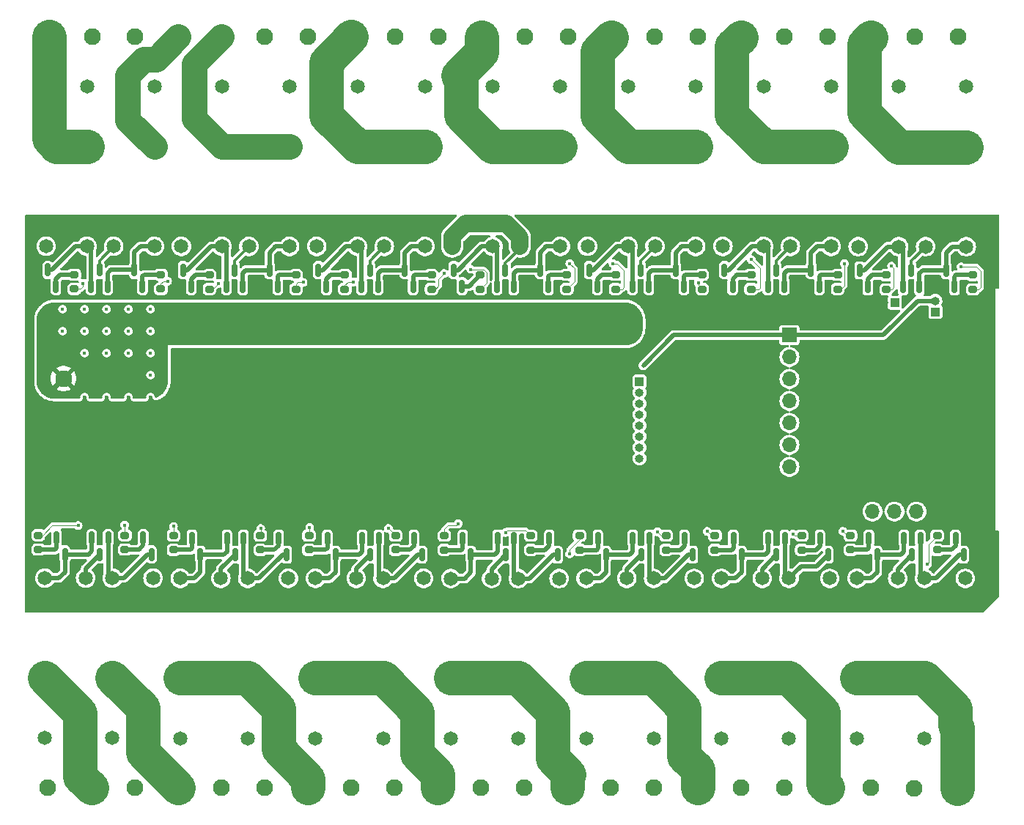
<source format=gbl>
G04 #@! TF.GenerationSoftware,KiCad,Pcbnew,8.0.6-8.0.6-0~ubuntu20.04.1*
G04 #@! TF.CreationDate,2024-11-10T22:02:34+01:00*
G04 #@! TF.ProjectId,home_auto,686f6d65-5f61-4757-946f-2e6b69636164,rev?*
G04 #@! TF.SameCoordinates,Original*
G04 #@! TF.FileFunction,Copper,L2,Bot*
G04 #@! TF.FilePolarity,Positive*
%FSLAX46Y46*%
G04 Gerber Fmt 4.6, Leading zero omitted, Abs format (unit mm)*
G04 Created by KiCad (PCBNEW 8.0.6-8.0.6-0~ubuntu20.04.1) date 2024-11-10 22:02:34*
%MOMM*%
%LPD*%
G01*
G04 APERTURE LIST*
G04 Aperture macros list*
%AMRoundRect*
0 Rectangle with rounded corners*
0 $1 Rounding radius*
0 $2 $3 $4 $5 $6 $7 $8 $9 X,Y pos of 4 corners*
0 Add a 4 corners polygon primitive as box body*
4,1,4,$2,$3,$4,$5,$6,$7,$8,$9,$2,$3,0*
0 Add four circle primitives for the rounded corners*
1,1,$1+$1,$2,$3*
1,1,$1+$1,$4,$5*
1,1,$1+$1,$6,$7*
1,1,$1+$1,$8,$9*
0 Add four rect primitives between the rounded corners*
20,1,$1+$1,$2,$3,$4,$5,0*
20,1,$1+$1,$4,$5,$6,$7,0*
20,1,$1+$1,$6,$7,$8,$9,0*
20,1,$1+$1,$8,$9,$2,$3,0*%
G04 Aperture macros list end*
G04 #@! TA.AperFunction,ComponentPad*
%ADD10C,1.650000*%
G04 #@! TD*
G04 #@! TA.AperFunction,ComponentPad*
%ADD11C,1.950000*%
G04 #@! TD*
G04 #@! TA.AperFunction,HeatsinkPad*
%ADD12C,0.600000*%
G04 #@! TD*
G04 #@! TA.AperFunction,ComponentPad*
%ADD13R,1.700000X1.700000*%
G04 #@! TD*
G04 #@! TA.AperFunction,ComponentPad*
%ADD14O,1.700000X1.700000*%
G04 #@! TD*
G04 #@! TA.AperFunction,ComponentPad*
%ADD15R,1.000000X1.000000*%
G04 #@! TD*
G04 #@! TA.AperFunction,ComponentPad*
%ADD16O,1.000000X1.000000*%
G04 #@! TD*
G04 #@! TA.AperFunction,SMDPad,CuDef*
%ADD17RoundRect,0.150000X-0.150000X0.587500X-0.150000X-0.587500X0.150000X-0.587500X0.150000X0.587500X0*%
G04 #@! TD*
G04 #@! TA.AperFunction,SMDPad,CuDef*
%ADD18RoundRect,0.200000X0.275000X-0.200000X0.275000X0.200000X-0.275000X0.200000X-0.275000X-0.200000X0*%
G04 #@! TD*
G04 #@! TA.AperFunction,SMDPad,CuDef*
%ADD19RoundRect,0.150000X0.150000X-0.587500X0.150000X0.587500X-0.150000X0.587500X-0.150000X-0.587500X0*%
G04 #@! TD*
G04 #@! TA.AperFunction,SMDPad,CuDef*
%ADD20RoundRect,0.200000X-0.275000X0.200000X-0.275000X-0.200000X0.275000X-0.200000X0.275000X0.200000X0*%
G04 #@! TD*
G04 #@! TA.AperFunction,ViaPad*
%ADD21C,0.400000*%
G04 #@! TD*
G04 #@! TA.AperFunction,Conductor*
%ADD22C,2.000000*%
G04 #@! TD*
G04 #@! TA.AperFunction,Conductor*
%ADD23C,0.300000*%
G04 #@! TD*
G04 #@! TA.AperFunction,Conductor*
%ADD24C,0.500000*%
G04 #@! TD*
G04 #@! TA.AperFunction,Conductor*
%ADD25C,4.000000*%
G04 #@! TD*
G04 #@! TA.AperFunction,Conductor*
%ADD26C,3.000000*%
G04 #@! TD*
G04 #@! TA.AperFunction,Conductor*
%ADD27C,0.090000*%
G04 #@! TD*
G04 APERTURE END LIST*
D10*
X180075000Y-115975000D03*
X175375000Y-134475000D03*
X175375000Y-127475000D03*
X175375000Y-115975000D03*
D11*
X239490000Y-140200000D03*
X234490000Y-140200000D03*
D12*
X247150000Y-96340000D03*
X246050000Y-96340000D03*
X247700000Y-96890000D03*
X246600000Y-96890000D03*
X245500000Y-96890000D03*
X247150000Y-97440000D03*
X246050000Y-97440000D03*
X247700000Y-97990000D03*
X246600000Y-97990000D03*
X245500000Y-97990000D03*
X247150000Y-98540000D03*
X246050000Y-98540000D03*
D10*
X219120000Y-115987500D03*
X214420000Y-134487500D03*
X214420000Y-127487500D03*
X214420000Y-115987500D03*
D11*
X209537500Y-53367500D03*
X204537500Y-53367500D03*
X189470000Y-140180000D03*
X184470000Y-140180000D03*
D10*
X219285000Y-77615000D03*
X219285000Y-66115000D03*
X219285000Y-59115000D03*
X214585000Y-77615000D03*
X187870000Y-115977500D03*
X183170000Y-134477500D03*
X183170000Y-127477500D03*
X183170000Y-115977500D03*
D11*
X229490000Y-140200000D03*
X224490000Y-140200000D03*
X209480000Y-140140000D03*
X204480000Y-140140000D03*
X229537500Y-53367500D03*
X224537500Y-53367500D03*
X249540000Y-140210000D03*
X244540000Y-140210000D03*
D13*
X230110000Y-87860000D03*
D14*
X230110000Y-90400000D03*
X230110000Y-92940000D03*
X230110000Y-95480000D03*
X230110000Y-98020000D03*
X230110000Y-100560000D03*
X230110000Y-103100000D03*
X230110000Y-105640000D03*
D11*
X219527500Y-53367500D03*
X214527500Y-53367500D03*
X169517500Y-53367500D03*
X164517500Y-53367500D03*
X179470000Y-140180000D03*
X174470000Y-140180000D03*
D10*
X164582500Y-77615000D03*
X164582500Y-66115000D03*
X164582500Y-59115000D03*
X159882500Y-77615000D03*
X211325000Y-115985000D03*
X206625000Y-134485000D03*
X206625000Y-127485000D03*
X206625000Y-115985000D03*
X148815000Y-115945000D03*
X144115000Y-134445000D03*
X144115000Y-127445000D03*
X144115000Y-115945000D03*
X245837500Y-77647500D03*
X250537500Y-59147500D03*
X250537500Y-66147500D03*
X250537500Y-77647500D03*
X195705000Y-115995000D03*
X191005000Y-134495000D03*
X191005000Y-127495000D03*
X191005000Y-115995000D03*
X242630000Y-115977500D03*
X237930000Y-134477500D03*
X237930000Y-127477500D03*
X237930000Y-115977500D03*
X188007500Y-77617500D03*
X188007500Y-66117500D03*
X188007500Y-59117500D03*
X183307500Y-77617500D03*
X234770000Y-115987500D03*
X230070000Y-134487500D03*
X230070000Y-127487500D03*
X230070000Y-115987500D03*
X180212500Y-77615000D03*
X180212500Y-66115000D03*
X180212500Y-59115000D03*
X175512500Y-77615000D03*
D11*
X239547500Y-53367500D03*
X234547500Y-53367500D03*
D10*
X203500000Y-115997500D03*
X198800000Y-134497500D03*
X198800000Y-127497500D03*
X198800000Y-115997500D03*
D11*
X249557500Y-53367500D03*
X244557500Y-53367500D03*
D10*
X164445000Y-115975000D03*
X159745000Y-134475000D03*
X159745000Y-127475000D03*
X159745000Y-115975000D03*
D11*
X149470000Y-140180000D03*
X144470000Y-140180000D03*
D15*
X242280000Y-84120000D03*
D16*
X241010000Y-84120000D03*
D10*
X227127500Y-77615000D03*
X227127500Y-66115000D03*
X227127500Y-59115000D03*
X222427500Y-77615000D03*
X172377500Y-77617500D03*
X172377500Y-66117500D03*
X172377500Y-59117500D03*
X167677500Y-77617500D03*
D15*
X212800000Y-93222500D03*
D16*
X212800000Y-94492500D03*
X212800000Y-95762500D03*
X212800000Y-97032500D03*
X212800000Y-98302500D03*
X212800000Y-99572500D03*
X212800000Y-100842500D03*
X212800000Y-102112500D03*
D11*
X149567500Y-53367500D03*
X144567500Y-53367500D03*
D10*
X172240000Y-115977500D03*
X167540000Y-134477500D03*
X167540000Y-127477500D03*
X167540000Y-115977500D03*
X156757500Y-77607500D03*
X156757500Y-66107500D03*
X156757500Y-59107500D03*
X152057500Y-77607500D03*
D11*
X189527500Y-53367500D03*
X184527500Y-53367500D03*
X159527500Y-53367500D03*
X154527500Y-53367500D03*
X146260000Y-92880000D03*
X146260000Y-97880000D03*
D10*
X226975000Y-115985000D03*
X222275000Y-134485000D03*
X222275000Y-127485000D03*
X222275000Y-115985000D03*
D11*
X169470000Y-140180000D03*
X164470000Y-140180000D03*
D13*
X247330000Y-108260000D03*
D14*
X244790000Y-108260000D03*
X242250000Y-108260000D03*
X239710000Y-108260000D03*
D15*
X246980000Y-85180000D03*
D16*
X246980000Y-83910000D03*
D10*
X195857500Y-77615000D03*
X195857500Y-66115000D03*
X195857500Y-59115000D03*
X191157500Y-77615000D03*
X234922500Y-77617500D03*
X234922500Y-66117500D03*
X234922500Y-59117500D03*
X230222500Y-77617500D03*
X238042500Y-77645000D03*
X242742500Y-59145000D03*
X242742500Y-66145000D03*
X242742500Y-77645000D03*
D11*
X179517500Y-53367500D03*
X174517500Y-53367500D03*
D10*
X250425000Y-115980000D03*
X245725000Y-134480000D03*
X245725000Y-127480000D03*
X245725000Y-115980000D03*
X156610000Y-115947500D03*
X151910000Y-134447500D03*
X151910000Y-127447500D03*
X151910000Y-115947500D03*
D11*
X199480000Y-140180000D03*
X194480000Y-140180000D03*
D10*
X148962500Y-77605000D03*
X148962500Y-66105000D03*
X148962500Y-59105000D03*
X144262500Y-77605000D03*
X211490000Y-77612500D03*
X211490000Y-66112500D03*
X211490000Y-59112500D03*
X206790000Y-77612500D03*
D11*
X199527500Y-53367500D03*
X194527500Y-53367500D03*
X159470000Y-140180000D03*
X154470000Y-140180000D03*
X219490000Y-140160000D03*
X214490000Y-140160000D03*
D10*
X203652500Y-77617500D03*
X203652500Y-66117500D03*
X203652500Y-59117500D03*
X198952500Y-77617500D03*
D17*
X208938750Y-113247500D03*
X209888750Y-111372500D03*
X207988750Y-111372500D03*
X228627500Y-113247500D03*
X229577500Y-111372500D03*
X227677500Y-111372500D03*
D18*
X153361250Y-111005000D03*
X153361250Y-112655000D03*
X190250000Y-111055000D03*
X190250000Y-112705000D03*
X237175000Y-111037500D03*
X237175000Y-112687500D03*
D17*
X150467500Y-113207500D03*
X151417500Y-111332500D03*
X149517500Y-111332500D03*
X166097500Y-113237500D03*
X167047500Y-111362500D03*
X165147500Y-111362500D03*
X218940000Y-113247500D03*
X219890000Y-111372500D03*
X217990000Y-111372500D03*
D18*
X168991250Y-111035000D03*
X168991250Y-112685000D03*
D19*
X233558750Y-82230000D03*
X231658750Y-82230000D03*
X232608750Y-80355000D03*
D20*
X220040000Y-80905000D03*
X220040000Y-82555000D03*
D17*
X203320000Y-113257500D03*
X204270000Y-111382500D03*
X202370000Y-111382500D03*
D20*
X147511250Y-80897500D03*
X147511250Y-82547500D03*
D18*
X205870000Y-111045000D03*
X205870000Y-112695000D03*
D19*
X155393750Y-82220000D03*
X153493750Y-82220000D03*
X154443750Y-80345000D03*
D17*
X146428750Y-113207500D03*
X147378750Y-111332500D03*
X145478750Y-111332500D03*
D19*
X145392500Y-82220000D03*
X143492500Y-82220000D03*
X144442500Y-80345000D03*
X248223750Y-80385000D03*
X247273750Y-82260000D03*
X249173750Y-82260000D03*
X198250000Y-82230000D03*
X196350000Y-82230000D03*
X197300000Y-80355000D03*
D18*
X184621250Y-111035000D03*
X184621250Y-112685000D03*
D17*
X197357500Y-113257500D03*
X198307500Y-111382500D03*
X196407500Y-111382500D03*
D18*
X231521250Y-111045000D03*
X231521250Y-112695000D03*
D19*
X229520000Y-82230000D03*
X227620000Y-82230000D03*
X228570000Y-80355000D03*
X223557500Y-82230000D03*
X221657500Y-82230000D03*
X222607500Y-80355000D03*
D20*
X210038750Y-80905000D03*
X210038750Y-82555000D03*
X225676250Y-80907500D03*
X225676250Y-82557500D03*
X194406250Y-80907500D03*
X194406250Y-82557500D03*
D18*
X174620000Y-111035000D03*
X174620000Y-112685000D03*
X247176250Y-111037500D03*
X247176250Y-112687500D03*
D17*
X212977500Y-113247500D03*
X213927500Y-111372500D03*
X212027500Y-111372500D03*
D20*
X204407500Y-80907500D03*
X204407500Y-82557500D03*
D19*
X182605000Y-82230000D03*
X180705000Y-82230000D03*
X181655000Y-80355000D03*
D17*
X234590000Y-113247500D03*
X235540000Y-111372500D03*
X233640000Y-111372500D03*
X244282500Y-113240000D03*
X245232500Y-111365000D03*
X243332500Y-111365000D03*
D20*
X241291250Y-82587500D03*
X241291250Y-80937500D03*
D19*
X151355000Y-82220000D03*
X149455000Y-82220000D03*
X150405000Y-80345000D03*
D18*
X221520000Y-111045000D03*
X221520000Y-112695000D03*
D17*
X187690000Y-113237500D03*
X188640000Y-111362500D03*
X186740000Y-111362500D03*
X193318750Y-113257500D03*
X194268750Y-111382500D03*
X192368750Y-111382500D03*
X181727500Y-113237500D03*
X182677500Y-111362500D03*
X180777500Y-111362500D03*
X224588750Y-113247500D03*
X225538750Y-111372500D03*
X223638750Y-111372500D03*
D20*
X157512500Y-80897500D03*
X157512500Y-82547500D03*
D19*
X161012500Y-82230000D03*
X159112500Y-82230000D03*
X160062500Y-80355000D03*
D17*
X240243750Y-113240000D03*
X241193750Y-111365000D03*
X239293750Y-111365000D03*
D19*
X244185000Y-80385000D03*
X243235000Y-82260000D03*
X245135000Y-82260000D03*
D18*
X143360000Y-111005000D03*
X143360000Y-112655000D03*
D17*
X177688750Y-113237500D03*
X178638750Y-111362500D03*
X176738750Y-111362500D03*
D20*
X178761250Y-80907500D03*
X178761250Y-82557500D03*
D19*
X171013750Y-82230000D03*
X169113750Y-82230000D03*
X170063750Y-80355000D03*
D20*
X173132500Y-80907500D03*
X173132500Y-82557500D03*
D18*
X200251250Y-111055000D03*
X200251250Y-112705000D03*
D17*
X156430000Y-113207500D03*
X157380000Y-111332500D03*
X155480000Y-111332500D03*
D19*
X213882500Y-82227500D03*
X211982500Y-82227500D03*
X212932500Y-80352500D03*
D18*
X215871250Y-111045000D03*
X215871250Y-112695000D03*
D19*
X202288750Y-82230000D03*
X200388750Y-82230000D03*
X201338750Y-80355000D03*
D17*
X172060000Y-113237500D03*
X173010000Y-111362500D03*
X171110000Y-111362500D03*
X250245000Y-113240000D03*
X251195000Y-111365000D03*
X249295000Y-111365000D03*
D19*
X186643750Y-82230000D03*
X184743750Y-82230000D03*
X185693750Y-80355000D03*
X176642500Y-82230000D03*
X174742500Y-82230000D03*
X175692500Y-80355000D03*
X207920000Y-82227500D03*
X206020000Y-82227500D03*
X206970000Y-80352500D03*
X217921250Y-82227500D03*
X216021250Y-82227500D03*
X216971250Y-80352500D03*
D20*
X251292500Y-82587500D03*
X251292500Y-80937500D03*
D18*
X158990000Y-111035000D03*
X158990000Y-112685000D03*
D20*
X188762500Y-80907500D03*
X188762500Y-82557500D03*
D19*
X166975000Y-82230000D03*
X165075000Y-82230000D03*
X166025000Y-80355000D03*
X192287500Y-82230000D03*
X190387500Y-82230000D03*
X191337500Y-80355000D03*
X238222500Y-80385000D03*
X237272500Y-82260000D03*
X239172500Y-82260000D03*
D20*
X163131250Y-80907500D03*
X163131250Y-82557500D03*
X235677500Y-80907500D03*
X235677500Y-82557500D03*
D17*
X162058750Y-113237500D03*
X163008750Y-111362500D03*
X161108750Y-111362500D03*
D21*
X224901750Y-107735000D03*
X214741750Y-107735000D03*
X242681750Y-95035000D03*
X232521750Y-95035000D03*
X214741750Y-95035000D03*
X240141750Y-95035000D03*
X227441750Y-105195000D03*
X146161750Y-117895000D03*
X247761750Y-92495000D03*
X222361750Y-84875000D03*
X217281750Y-105195000D03*
X196961750Y-89955000D03*
X242681750Y-92495000D03*
X224901750Y-105195000D03*
X143621750Y-105195000D03*
X224901750Y-84875000D03*
X229981750Y-84875000D03*
X151241750Y-95035000D03*
X242681750Y-102655000D03*
X242681750Y-100115000D03*
X151241750Y-102655000D03*
X232521750Y-84875000D03*
X240141750Y-92495000D03*
X153781750Y-95035000D03*
X146161750Y-84875000D03*
X217281750Y-100115000D03*
X151241750Y-105195000D03*
X151241750Y-87415000D03*
X212201750Y-105195000D03*
X207121750Y-97575000D03*
X148701750Y-107735000D03*
X232521750Y-105195000D03*
X247761750Y-74715000D03*
X232521750Y-92495000D03*
X214741750Y-105195000D03*
X148701750Y-89955000D03*
X240141750Y-102655000D03*
X227441750Y-100115000D03*
X212201750Y-107735000D03*
X153781750Y-107735000D03*
X153781750Y-84875000D03*
X153781750Y-87415000D03*
X189341750Y-105195000D03*
X158861750Y-79795000D03*
X222361750Y-105195000D03*
X171561750Y-79795000D03*
X163941750Y-79795000D03*
X156321750Y-87415000D03*
X143621750Y-117895000D03*
X250301750Y-97575000D03*
X240141750Y-97575000D03*
X156321750Y-107735000D03*
X250301750Y-100115000D03*
X219821750Y-107735000D03*
X235061750Y-84875000D03*
X148701750Y-84875000D03*
X250301750Y-74715000D03*
X148701750Y-102655000D03*
X143621750Y-107735000D03*
X189341750Y-89955000D03*
X247761750Y-95035000D03*
X156321750Y-84875000D03*
X156321750Y-95035000D03*
X219821750Y-84875000D03*
X227441750Y-84875000D03*
X169021750Y-92495000D03*
X217281750Y-84875000D03*
X245221750Y-95035000D03*
X250301750Y-95035000D03*
X247761750Y-102655000D03*
X156321750Y-102655000D03*
X219821750Y-105195000D03*
X227441750Y-107735000D03*
X229981750Y-107735000D03*
X214741750Y-87415000D03*
X235061750Y-107735000D03*
X151241750Y-84875000D03*
X245221750Y-102655000D03*
X224901750Y-100115000D03*
X151241750Y-107735000D03*
X179181750Y-79795000D03*
X217281750Y-107735000D03*
X148701750Y-95035000D03*
X156321750Y-105195000D03*
X169021750Y-95035000D03*
X153781750Y-105195000D03*
X214741750Y-84875000D03*
X143621750Y-74715000D03*
X217281750Y-97575000D03*
X151241750Y-89955000D03*
X247761750Y-100115000D03*
X153781750Y-89955000D03*
X184261750Y-105195000D03*
X153781750Y-102655000D03*
X222361750Y-100115000D03*
X186801750Y-105195000D03*
X245221750Y-92495000D03*
X148701750Y-87415000D03*
X156321750Y-89955000D03*
X191881750Y-105195000D03*
X250301750Y-102655000D03*
X222361750Y-107735000D03*
X232521750Y-107735000D03*
X250301750Y-107735000D03*
X156321750Y-79795000D03*
X156321750Y-92495000D03*
X186801750Y-79795000D03*
X245221750Y-100115000D03*
X146161750Y-87415000D03*
X148701750Y-105195000D03*
X240141750Y-100115000D03*
X219821750Y-100115000D03*
X250301750Y-92495000D03*
X174101750Y-79795000D03*
X214741750Y-97575000D03*
X242681750Y-97575000D03*
X214741750Y-100115000D03*
X210580000Y-84900000D03*
X211900000Y-87330000D03*
X211900000Y-84900000D03*
X211250000Y-84900000D03*
X211900000Y-85490000D03*
X211900000Y-86070000D03*
X211900000Y-86700000D03*
X210000000Y-84900000D03*
X213240000Y-91370000D03*
X225700000Y-79140000D03*
X236450000Y-79610000D03*
X209730000Y-79613328D03*
X219583033Y-81816000D03*
X193326646Y-80267661D03*
X204750000Y-79600000D03*
X179770000Y-81720000D03*
X190232847Y-80752847D03*
X164140000Y-81890000D03*
X173950000Y-81780000D03*
X241910000Y-79891000D03*
X249940000Y-79990000D03*
X148520000Y-81890000D03*
X158290000Y-81650000D03*
X246020000Y-114360000D03*
X230520000Y-110860000D03*
X220620000Y-110540000D03*
X214890000Y-110600000D03*
X204720000Y-113150000D03*
X197310000Y-110670000D03*
X191880000Y-109650000D03*
X183790000Y-110210000D03*
X174700000Y-110100000D03*
X169030000Y-110200000D03*
X158960000Y-109980000D03*
X153340000Y-109830000D03*
X147950000Y-109870000D03*
X236280000Y-110530000D03*
D22*
X192657500Y-75012500D02*
X197397500Y-75012500D01*
D23*
X166025000Y-79270000D02*
X166025000Y-80355000D01*
X214585000Y-77615000D02*
X212932500Y-79267500D01*
X228570000Y-79270000D02*
X228570000Y-80355000D01*
D24*
X211325000Y-115985000D02*
X211325000Y-114900000D01*
X195705000Y-114910000D02*
X197357500Y-113257500D01*
D23*
X197300000Y-79580000D02*
X197300000Y-80355000D01*
D24*
X195705000Y-115995000D02*
X195705000Y-114910000D01*
X242630000Y-115977500D02*
X242630000Y-114892500D01*
X180075000Y-115975000D02*
X180075000Y-114890000D01*
D23*
X230222500Y-77617500D02*
X228570000Y-79270000D01*
X167677500Y-77617500D02*
X166025000Y-79270000D01*
X198952500Y-77617500D02*
X198952500Y-77927500D01*
D24*
X242630000Y-114892500D02*
X244282500Y-113240000D01*
D23*
X150405000Y-79260000D02*
X150405000Y-80345000D01*
D24*
X211325000Y-114900000D02*
X212977500Y-113247500D01*
D22*
X191157500Y-77615000D02*
X191157500Y-76512500D01*
D23*
X245837500Y-77647500D02*
X244185000Y-79300000D01*
X183307500Y-77617500D02*
X181655000Y-79270000D01*
D22*
X191157500Y-76512500D02*
X192657500Y-75012500D01*
D24*
X164445000Y-115975000D02*
X164445000Y-114890000D01*
D23*
X212932500Y-79267500D02*
X212932500Y-80352500D01*
X198952500Y-77927500D02*
X197300000Y-79580000D01*
X152057500Y-77607500D02*
X150405000Y-79260000D01*
D24*
X226975000Y-114900000D02*
X228627500Y-113247500D01*
X164445000Y-114890000D02*
X166097500Y-113237500D01*
X148815000Y-114860000D02*
X150467500Y-113207500D01*
X226975000Y-115985000D02*
X226975000Y-114900000D01*
D22*
X198952500Y-76567500D02*
X198952500Y-77617500D01*
D23*
X181655000Y-79270000D02*
X181655000Y-80355000D01*
D24*
X180075000Y-114890000D02*
X181727500Y-113237500D01*
D22*
X197397500Y-75012500D02*
X198952500Y-76567500D01*
D23*
X244185000Y-79300000D02*
X244185000Y-80385000D01*
D24*
X148815000Y-115945000D02*
X148815000Y-114860000D01*
X216750000Y-87860000D02*
X213240000Y-91370000D01*
X230110000Y-87860000D02*
X216750000Y-87860000D01*
X244900000Y-83910000D02*
X240950000Y-87860000D01*
X240950000Y-87860000D02*
X230110000Y-87860000D01*
X246980000Y-83910000D02*
X244900000Y-83910000D01*
X185693750Y-80355000D02*
X185693750Y-78321250D01*
X186397500Y-77617500D02*
X188007500Y-77617500D01*
X182960000Y-80355000D02*
X185693750Y-80355000D01*
X182605000Y-80710000D02*
X182960000Y-80355000D01*
X182605000Y-82230000D02*
X182605000Y-80710000D01*
X185693750Y-78321250D02*
X186397500Y-77617500D01*
X180705000Y-82230000D02*
X180705000Y-78107500D01*
X180705000Y-78107500D02*
X180212500Y-77615000D01*
X176180000Y-80355000D02*
X178920000Y-77615000D01*
X178920000Y-77615000D02*
X180212500Y-77615000D01*
X175692500Y-80355000D02*
X176180000Y-80355000D01*
X151355000Y-80700000D02*
X151710000Y-80345000D01*
X154443750Y-80345000D02*
X154443750Y-78311250D01*
X155147500Y-77607500D02*
X156757500Y-77607500D01*
X151355000Y-82220000D02*
X151355000Y-80700000D01*
X154443750Y-78311250D02*
X155147500Y-77607500D01*
X151710000Y-80345000D02*
X154443750Y-80345000D01*
X149455000Y-78097500D02*
X148962500Y-77605000D01*
X144442500Y-80345000D02*
X144930000Y-80345000D01*
X144930000Y-80345000D02*
X147670000Y-77605000D01*
X147670000Y-77605000D02*
X148962500Y-77605000D01*
X149455000Y-82220000D02*
X149455000Y-78097500D01*
X223557500Y-81402500D02*
X224052500Y-80907500D01*
X224052500Y-80907500D02*
X225676250Y-80907500D01*
X223557500Y-82230000D02*
X223557500Y-81402500D01*
X233558750Y-81091250D02*
X233742500Y-80907500D01*
X233558750Y-82230000D02*
X233558750Y-81091250D01*
X233742500Y-80907500D02*
X235677500Y-80907500D01*
X207920000Y-81400000D02*
X208415000Y-80905000D01*
X207920000Y-82227500D02*
X207920000Y-81400000D01*
X208415000Y-80905000D02*
X210038750Y-80905000D01*
X217921250Y-81088750D02*
X218105000Y-80905000D01*
X217921250Y-82227500D02*
X217921250Y-81088750D01*
X218105000Y-80905000D02*
X220040000Y-80905000D01*
X193083750Y-82230000D02*
X194406250Y-80907500D01*
X192287500Y-82230000D02*
X193083750Y-82230000D01*
X202472500Y-80907500D02*
X204407500Y-80907500D01*
X202288750Y-82230000D02*
X202288750Y-81091250D01*
X202288750Y-81091250D02*
X202472500Y-80907500D01*
X176642500Y-82230000D02*
X176642500Y-81402500D01*
X177137500Y-80907500D02*
X178761250Y-80907500D01*
X176642500Y-81402500D02*
X177137500Y-80907500D01*
X186643750Y-81091250D02*
X186827500Y-80907500D01*
X186827500Y-80907500D02*
X188762500Y-80907500D01*
X186643750Y-82230000D02*
X186643750Y-81091250D01*
X161012500Y-81402500D02*
X161507500Y-80907500D01*
X161012500Y-82230000D02*
X161012500Y-81402500D01*
X161507500Y-80907500D02*
X163131250Y-80907500D01*
X171013750Y-82230000D02*
X171013750Y-81091250D01*
X171013750Y-81091250D02*
X171197500Y-80907500D01*
X171197500Y-80907500D02*
X173132500Y-80907500D01*
X165075000Y-78107500D02*
X164582500Y-77615000D01*
X163290000Y-77615000D02*
X164582500Y-77615000D01*
X160062500Y-80355000D02*
X160550000Y-80355000D01*
X165075000Y-82230000D02*
X165075000Y-78107500D01*
X160550000Y-80355000D02*
X163290000Y-77615000D01*
X166975000Y-80710000D02*
X167330000Y-80355000D01*
X170767500Y-77617500D02*
X172377500Y-77617500D01*
X166975000Y-82230000D02*
X166975000Y-80710000D01*
X170063750Y-78321250D02*
X170767500Y-77617500D01*
X167330000Y-80355000D02*
X170063750Y-80355000D01*
X170063750Y-80355000D02*
X170063750Y-78321250D01*
X238222500Y-80385000D02*
X238710000Y-80385000D01*
X241450000Y-77645000D02*
X242742500Y-77645000D01*
X243235000Y-82260000D02*
X243235000Y-78137500D01*
X243235000Y-78137500D02*
X242742500Y-77645000D01*
X238710000Y-80385000D02*
X241450000Y-77645000D01*
X245135000Y-80740000D02*
X245490000Y-80385000D01*
X248927500Y-77647500D02*
X250537500Y-77647500D01*
X248223750Y-78351250D02*
X248927500Y-77647500D01*
X245135000Y-82260000D02*
X245135000Y-80740000D01*
X245490000Y-80385000D02*
X248223750Y-80385000D01*
X248223750Y-80385000D02*
X248223750Y-78351250D01*
X232608750Y-80355000D02*
X232608750Y-78321250D01*
X229520000Y-82230000D02*
X229520000Y-80710000D01*
X232608750Y-78321250D02*
X233312500Y-77617500D01*
X233312500Y-77617500D02*
X234922500Y-77617500D01*
X229520000Y-80710000D02*
X229875000Y-80355000D01*
X229875000Y-80355000D02*
X232608750Y-80355000D01*
X225835000Y-77615000D02*
X227127500Y-77615000D01*
X227620000Y-78107500D02*
X227127500Y-77615000D01*
X227620000Y-82230000D02*
X227620000Y-78107500D01*
X223095000Y-80355000D02*
X225835000Y-77615000D01*
X222607500Y-80355000D02*
X223095000Y-80355000D01*
X210197500Y-77612500D02*
X211490000Y-77612500D01*
X211982500Y-78105000D02*
X211490000Y-77612500D01*
X211982500Y-82227500D02*
X211982500Y-78105000D01*
X206970000Y-80352500D02*
X207457500Y-80352500D01*
X207457500Y-80352500D02*
X210197500Y-77612500D01*
X214237500Y-80352500D02*
X216971250Y-80352500D01*
X216971250Y-80352500D02*
X216971250Y-78318750D01*
X217675000Y-77615000D02*
X219285000Y-77615000D01*
X216971250Y-78318750D02*
X217675000Y-77615000D01*
X213882500Y-82227500D02*
X213882500Y-80707500D01*
X213882500Y-80707500D02*
X214237500Y-80352500D01*
X202042500Y-77617500D02*
X203652500Y-77617500D01*
X198250000Y-82230000D02*
X198250000Y-80710000D01*
X201338750Y-80355000D02*
X201338750Y-78321250D01*
X201338750Y-78321250D02*
X202042500Y-77617500D01*
X198250000Y-80710000D02*
X198605000Y-80355000D01*
X198605000Y-80355000D02*
X201338750Y-80355000D01*
X191825000Y-80355000D02*
X194565000Y-77615000D01*
X196350000Y-82230000D02*
X196350000Y-78107500D01*
X196350000Y-78107500D02*
X195857500Y-77615000D01*
X191337500Y-80355000D02*
X191825000Y-80355000D01*
X194565000Y-77615000D02*
X195857500Y-77615000D01*
X239667500Y-80937500D02*
X241291250Y-80937500D01*
X239172500Y-81432500D02*
X239667500Y-80937500D01*
X239172500Y-82260000D02*
X239172500Y-81432500D01*
X249173750Y-82260000D02*
X249173750Y-81121250D01*
X249173750Y-81121250D02*
X249357500Y-80937500D01*
X249357500Y-80937500D02*
X251292500Y-80937500D01*
X145392500Y-81392500D02*
X145887500Y-80897500D01*
X145887500Y-80897500D02*
X147511250Y-80897500D01*
X145392500Y-82220000D02*
X145392500Y-81392500D01*
X155393750Y-81081250D02*
X155577500Y-80897500D01*
X155577500Y-80897500D02*
X157512500Y-80897500D01*
X155393750Y-82220000D02*
X155393750Y-81081250D01*
X245232500Y-115487500D02*
X245725000Y-115980000D01*
X245232500Y-111365000D02*
X245232500Y-115487500D01*
X247017500Y-115980000D02*
X245725000Y-115980000D01*
X249757500Y-113240000D02*
X247017500Y-115980000D01*
X250245000Y-113240000D02*
X249757500Y-113240000D01*
X243332500Y-111365000D02*
X243332500Y-112885000D01*
X240243750Y-113240000D02*
X240243750Y-115273750D01*
X239540000Y-115977500D02*
X237930000Y-115977500D01*
X242977500Y-113240000D02*
X240243750Y-113240000D01*
X243332500Y-112885000D02*
X242977500Y-113240000D01*
X240243750Y-115273750D02*
X239540000Y-115977500D01*
X224588750Y-113247500D02*
X224588750Y-115281250D01*
X227677500Y-112892500D02*
X227322500Y-113247500D01*
X223885000Y-115985000D02*
X222275000Y-115985000D01*
X227322500Y-113247500D02*
X224588750Y-113247500D01*
X227677500Y-111372500D02*
X227677500Y-112892500D01*
X224588750Y-115281250D02*
X223885000Y-115985000D01*
X233230000Y-114607500D02*
X231450000Y-114607500D01*
X231450000Y-114607500D02*
X230070000Y-115987500D01*
X229577500Y-111372500D02*
X229577500Y-115495000D01*
X229577500Y-115495000D02*
X230070000Y-115987500D01*
X234590000Y-113247500D02*
X233230000Y-114607500D01*
X212027500Y-112892500D02*
X211672500Y-113247500D01*
X208235000Y-115985000D02*
X206625000Y-115985000D01*
X208938750Y-115281250D02*
X208235000Y-115985000D01*
X211672500Y-113247500D02*
X208938750Y-113247500D01*
X208938750Y-113247500D02*
X208938750Y-115281250D01*
X212027500Y-111372500D02*
X212027500Y-112892500D01*
X215712500Y-115987500D02*
X214420000Y-115987500D01*
X213927500Y-115495000D02*
X214420000Y-115987500D01*
X218452500Y-113247500D02*
X215712500Y-115987500D01*
X213927500Y-111372500D02*
X213927500Y-115495000D01*
X218940000Y-113247500D02*
X218452500Y-113247500D01*
X198307500Y-115505000D02*
X198800000Y-115997500D01*
X198307500Y-111382500D02*
X198307500Y-115505000D01*
X203320000Y-113257500D02*
X202832500Y-113257500D01*
X202832500Y-113257500D02*
X200092500Y-115997500D01*
X200092500Y-115997500D02*
X198800000Y-115997500D01*
X192615000Y-115995000D02*
X191005000Y-115995000D01*
X193318750Y-115291250D02*
X192615000Y-115995000D01*
X193318750Y-113257500D02*
X193318750Y-115291250D01*
X196407500Y-112902500D02*
X196052500Y-113257500D01*
X196407500Y-111382500D02*
X196407500Y-112902500D01*
X196052500Y-113257500D02*
X193318750Y-113257500D01*
X187690000Y-113237500D02*
X187202500Y-113237500D01*
X184462500Y-115977500D02*
X183170000Y-115977500D01*
X182677500Y-111362500D02*
X182677500Y-115485000D01*
X187202500Y-113237500D02*
X184462500Y-115977500D01*
X182677500Y-115485000D02*
X183170000Y-115977500D01*
X176985000Y-115975000D02*
X175375000Y-115975000D01*
X177688750Y-113237500D02*
X177688750Y-115271250D01*
X180422500Y-113237500D02*
X177688750Y-113237500D01*
X180777500Y-111362500D02*
X180777500Y-112882500D01*
X180777500Y-112882500D02*
X180422500Y-113237500D01*
X177688750Y-115271250D02*
X176985000Y-115975000D01*
X167047500Y-115485000D02*
X167540000Y-115977500D01*
X168832500Y-115977500D02*
X167540000Y-115977500D01*
X172060000Y-113237500D02*
X171572500Y-113237500D01*
X167047500Y-111362500D02*
X167047500Y-115485000D01*
X171572500Y-113237500D02*
X168832500Y-115977500D01*
X164792500Y-113237500D02*
X162058750Y-113237500D01*
X162058750Y-115271250D02*
X161355000Y-115975000D01*
X162058750Y-113237500D02*
X162058750Y-115271250D01*
X161355000Y-115975000D02*
X159745000Y-115975000D01*
X165147500Y-112882500D02*
X164792500Y-113237500D01*
X165147500Y-111362500D02*
X165147500Y-112882500D01*
X149517500Y-112852500D02*
X149162500Y-113207500D01*
X149517500Y-111332500D02*
X149517500Y-112852500D01*
X149162500Y-113207500D02*
X146428750Y-113207500D01*
X146428750Y-115241250D02*
X145725000Y-115945000D01*
X146428750Y-113207500D02*
X146428750Y-115241250D01*
X145725000Y-115945000D02*
X144115000Y-115945000D01*
X151417500Y-111332500D02*
X151417500Y-115455000D01*
X155942500Y-113207500D02*
X153202500Y-115947500D01*
X153202500Y-115947500D02*
X151910000Y-115947500D01*
X151417500Y-115455000D02*
X151910000Y-115947500D01*
X156430000Y-113207500D02*
X155942500Y-113207500D01*
X248800000Y-112687500D02*
X247176250Y-112687500D01*
X249295000Y-111365000D02*
X249295000Y-112192500D01*
X249295000Y-112192500D02*
X248800000Y-112687500D01*
X239110000Y-112687500D02*
X237175000Y-112687500D01*
X239293750Y-112503750D02*
X239110000Y-112687500D01*
X239293750Y-111365000D02*
X239293750Y-112503750D01*
X233640000Y-111372500D02*
X233640000Y-112200000D01*
X233145000Y-112695000D02*
X231521250Y-112695000D01*
X233640000Y-112200000D02*
X233145000Y-112695000D01*
X223638750Y-111372500D02*
X223638750Y-112511250D01*
X223638750Y-112511250D02*
X223455000Y-112695000D01*
X223455000Y-112695000D02*
X221520000Y-112695000D01*
X217990000Y-111372500D02*
X217990000Y-112200000D01*
X217495000Y-112695000D02*
X215871250Y-112695000D01*
X217990000Y-112200000D02*
X217495000Y-112695000D01*
X207805000Y-112695000D02*
X205870000Y-112695000D01*
X207988750Y-112511250D02*
X207805000Y-112695000D01*
X207988750Y-111372500D02*
X207988750Y-112511250D01*
X202370000Y-112210000D02*
X201875000Y-112705000D01*
X201875000Y-112705000D02*
X200251250Y-112705000D01*
X202370000Y-111382500D02*
X202370000Y-112210000D01*
X192185000Y-112705000D02*
X190250000Y-112705000D01*
X192368750Y-112521250D02*
X192185000Y-112705000D01*
X192368750Y-111382500D02*
X192368750Y-112521250D01*
X186740000Y-112190000D02*
X186245000Y-112685000D01*
X186740000Y-111362500D02*
X186740000Y-112190000D01*
X186245000Y-112685000D02*
X184621250Y-112685000D01*
X176555000Y-112685000D02*
X174620000Y-112685000D01*
X176738750Y-111362500D02*
X176738750Y-112501250D01*
X176738750Y-112501250D02*
X176555000Y-112685000D01*
X171110000Y-112190000D02*
X170615000Y-112685000D01*
X171110000Y-111362500D02*
X171110000Y-112190000D01*
X170615000Y-112685000D02*
X168991250Y-112685000D01*
X160925000Y-112685000D02*
X158990000Y-112685000D01*
X161108750Y-112501250D02*
X160925000Y-112685000D01*
X161108750Y-111362500D02*
X161108750Y-112501250D01*
X155480000Y-112160000D02*
X154985000Y-112655000D01*
X154985000Y-112655000D02*
X153361250Y-112655000D01*
X155480000Y-111332500D02*
X155480000Y-112160000D01*
X145478750Y-112471250D02*
X145295000Y-112655000D01*
X145295000Y-112655000D02*
X143360000Y-112655000D01*
X145478750Y-111332500D02*
X145478750Y-112471250D01*
D25*
X238787500Y-62190000D02*
X242742500Y-66145000D01*
X238787500Y-54207500D02*
X238787500Y-62190000D01*
X239547500Y-53447500D02*
X238787500Y-54207500D01*
X250535000Y-66145000D02*
X250537500Y-66147500D01*
X242742500Y-66145000D02*
X250535000Y-66145000D01*
X224537500Y-53437500D02*
X223457500Y-54517500D01*
X223457500Y-54517500D02*
X223457500Y-62445000D01*
X234920000Y-66115000D02*
X234922500Y-66117500D01*
X227127500Y-66115000D02*
X234920000Y-66115000D01*
X223457500Y-62445000D02*
X227127500Y-66115000D01*
X207917500Y-62540000D02*
X211490000Y-66112500D01*
X207917500Y-55057500D02*
X207917500Y-62540000D01*
X219282500Y-66112500D02*
X219285000Y-66115000D01*
X211490000Y-66112500D02*
X219282500Y-66112500D01*
X209537500Y-53437500D02*
X207917500Y-55057500D01*
X192177500Y-58137500D02*
X192177500Y-62435000D01*
X194527500Y-55167500D02*
X191867500Y-57827500D01*
X203650000Y-66115000D02*
X203652500Y-66117500D01*
X195857500Y-66115000D02*
X203650000Y-66115000D01*
X192177500Y-62435000D02*
X195857500Y-66115000D01*
X194527500Y-53447500D02*
X194527500Y-55167500D01*
X191867500Y-57827500D02*
X192177500Y-58137500D01*
X180212500Y-66115000D02*
X188005000Y-66115000D01*
X176597500Y-56337500D02*
X176597500Y-62500000D01*
X188005000Y-66115000D02*
X188007500Y-66117500D01*
X179517500Y-53417500D02*
X176597500Y-56337500D01*
X176597500Y-62500000D02*
X180212500Y-66115000D01*
D26*
X161367500Y-62900000D02*
X164582500Y-66115000D01*
X161367500Y-56517500D02*
X161367500Y-62900000D01*
X164582500Y-66115000D02*
X172375000Y-66115000D01*
X172375000Y-66115000D02*
X172377500Y-66117500D01*
X164517500Y-53367500D02*
X161367500Y-56517500D01*
D25*
X144567500Y-65187500D02*
X145485000Y-66105000D01*
X144567500Y-53367500D02*
X144567500Y-65187500D01*
X145485000Y-66105000D02*
X148962500Y-66105000D01*
D26*
X156922500Y-55972500D02*
X155562500Y-55972500D01*
X153657500Y-63007500D02*
X156757500Y-66107500D01*
X159527500Y-53367500D02*
X156922500Y-55972500D01*
X155562500Y-55972500D02*
X153657500Y-57877500D01*
X153657500Y-57877500D02*
X153657500Y-63007500D01*
D25*
X237930000Y-127477500D02*
X245722500Y-127477500D01*
X249540000Y-133220000D02*
X249540000Y-140210000D01*
X249280000Y-131035000D02*
X249280000Y-132960000D01*
X249280000Y-132960000D02*
X249540000Y-133220000D01*
X245725000Y-127480000D02*
X249280000Y-131035000D01*
X245722500Y-127477500D02*
X245725000Y-127480000D01*
X234020000Y-131437500D02*
X234020000Y-139730000D01*
X234020000Y-139730000D02*
X234490000Y-140200000D01*
X222275000Y-127485000D02*
X230067500Y-127485000D01*
X230067500Y-127485000D02*
X230070000Y-127487500D01*
X230070000Y-127487500D02*
X234020000Y-131437500D01*
X206625000Y-127485000D02*
X214417500Y-127485000D01*
X214420000Y-127487500D02*
X217940000Y-131007500D01*
X219490000Y-138080000D02*
X219490000Y-140160000D01*
X217940000Y-136530000D02*
X219490000Y-138080000D01*
X214417500Y-127485000D02*
X214420000Y-127487500D01*
X217940000Y-131007500D02*
X217940000Y-136530000D01*
X202730000Y-136780000D02*
X204590000Y-138640000D01*
X202730000Y-131427500D02*
X202730000Y-136780000D01*
X204590000Y-138640000D02*
X204480000Y-138750000D01*
X198800000Y-127497500D02*
X202730000Y-131427500D01*
X191005000Y-127495000D02*
X198797500Y-127495000D01*
X198797500Y-127495000D02*
X198800000Y-127497500D01*
X204480000Y-138750000D02*
X204480000Y-140140000D01*
X183170000Y-127477500D02*
X187100000Y-131407500D01*
X189470000Y-138680000D02*
X189470000Y-140180000D01*
X187100000Y-131407500D02*
X187100000Y-136310000D01*
X175375000Y-127475000D02*
X183167500Y-127475000D01*
X187100000Y-136310000D02*
X189470000Y-138680000D01*
X183167500Y-127475000D02*
X183170000Y-127477500D01*
X174470000Y-139110000D02*
X174470000Y-140180000D01*
X159745000Y-127475000D02*
X167537500Y-127475000D01*
X171060000Y-130997500D02*
X171060000Y-135700000D01*
X171060000Y-135700000D02*
X174470000Y-139110000D01*
X167540000Y-127477500D02*
X171060000Y-130997500D01*
X167537500Y-127475000D02*
X167540000Y-127477500D01*
X155420000Y-130957500D02*
X155420000Y-136130000D01*
X155420000Y-136130000D02*
X159470000Y-140180000D01*
X151910000Y-127447500D02*
X155420000Y-130957500D01*
X148160000Y-131490000D02*
X148160000Y-138870000D01*
X144115000Y-127445000D02*
X148160000Y-131490000D01*
X148160000Y-138870000D02*
X149470000Y-140180000D01*
D27*
X226720000Y-82430000D02*
X226592500Y-82557500D01*
X226592500Y-82557500D02*
X225676250Y-82557500D01*
X226720000Y-80160000D02*
X226720000Y-82430000D01*
X225700000Y-79140000D02*
X226720000Y-80160000D01*
X236052500Y-82557500D02*
X235677500Y-82557500D01*
X236450000Y-82160000D02*
X236052500Y-82557500D01*
X236450000Y-79610000D02*
X236450000Y-82160000D01*
X210038750Y-82555000D02*
X210805000Y-82555000D01*
X211010000Y-80400000D02*
X210223328Y-79613328D01*
X210805000Y-82555000D02*
X211010000Y-82350000D01*
X210223328Y-79613328D02*
X209730000Y-79613328D01*
X211010000Y-82350000D02*
X211010000Y-80400000D01*
X220040000Y-82555000D02*
X219583033Y-82098033D01*
X219583033Y-82098033D02*
X219583033Y-81816000D01*
X194842122Y-80332500D02*
X193391485Y-80332500D01*
X193391485Y-80332500D02*
X193326646Y-80267661D01*
X194406250Y-82557500D02*
X195162500Y-81801250D01*
X195162500Y-80652878D02*
X194842122Y-80332500D01*
X195162500Y-81801250D02*
X195162500Y-80652878D01*
X204407500Y-82557500D02*
X205300000Y-81665000D01*
X205300000Y-80150000D02*
X204750000Y-79600000D01*
X205300000Y-81665000D02*
X205300000Y-80150000D01*
X179120000Y-81720000D02*
X178761250Y-82078750D01*
X179770000Y-81720000D02*
X179120000Y-81720000D01*
X178761250Y-82078750D02*
X178761250Y-82557500D01*
X189237500Y-82557500D02*
X189600000Y-82195000D01*
X188762500Y-82557500D02*
X189237500Y-82557500D01*
X189600000Y-82195000D02*
X189600000Y-81385694D01*
X189600000Y-81385694D02*
X190232847Y-80752847D01*
X164140000Y-81890000D02*
X163472500Y-82557500D01*
X163472500Y-82557500D02*
X163131250Y-82557500D01*
X173320000Y-81780000D02*
X173132500Y-81967500D01*
X173132500Y-81967500D02*
X173132500Y-82557500D01*
X173950000Y-81780000D02*
X173320000Y-81780000D01*
X242160000Y-82360000D02*
X242160000Y-80141000D01*
X241291250Y-82587500D02*
X241932500Y-82587500D01*
X242160000Y-80141000D02*
X241910000Y-79891000D01*
X241932500Y-82587500D02*
X242160000Y-82360000D01*
X252230000Y-82340000D02*
X251982500Y-82587500D01*
X251740000Y-79990000D02*
X252230000Y-80480000D01*
X252230000Y-80480000D02*
X252230000Y-82340000D01*
X251982500Y-82587500D02*
X251292500Y-82587500D01*
X249940000Y-79990000D02*
X251740000Y-79990000D01*
X148222500Y-82547500D02*
X147511250Y-82547500D01*
X148520000Y-82250000D02*
X148222500Y-82547500D01*
X148520000Y-81890000D02*
X148520000Y-82250000D01*
X158290000Y-81650000D02*
X157790000Y-81650000D01*
X157512500Y-81927500D02*
X157512500Y-82547500D01*
X157790000Y-81650000D02*
X157512500Y-81927500D01*
X246020000Y-114360000D02*
X246180000Y-114200000D01*
X246180000Y-112033750D02*
X247176250Y-111037500D01*
X246180000Y-114200000D02*
X246180000Y-112033750D01*
X230705000Y-111045000D02*
X231521250Y-111045000D01*
X230520000Y-110860000D02*
X230705000Y-111045000D01*
X220620000Y-110540000D02*
X221125000Y-111045000D01*
X221125000Y-111045000D02*
X221520000Y-111045000D01*
X214890000Y-110600000D02*
X215335000Y-111045000D01*
X215335000Y-111045000D02*
X215871250Y-111045000D01*
X205870000Y-111500000D02*
X205870000Y-111045000D01*
X204720000Y-113150000D02*
X204720000Y-112650000D01*
X204720000Y-112650000D02*
X205870000Y-111500000D01*
X197310000Y-110670000D02*
X197510000Y-110470000D01*
X199666250Y-110470000D02*
X200251250Y-111055000D01*
X197510000Y-110470000D02*
X199666250Y-110470000D01*
X191880000Y-109650000D02*
X191680000Y-109850000D01*
X190250000Y-110290000D02*
X190250000Y-111055000D01*
X190690000Y-109850000D02*
X190250000Y-110290000D01*
X191680000Y-109850000D02*
X190690000Y-109850000D01*
X183796250Y-110210000D02*
X184621250Y-111035000D01*
X183790000Y-110210000D02*
X183796250Y-110210000D01*
X174700000Y-110100000D02*
X174620000Y-110180000D01*
X174620000Y-110180000D02*
X174620000Y-111035000D01*
X169030000Y-110200000D02*
X169030000Y-110996250D01*
X169030000Y-110996250D02*
X168991250Y-111035000D01*
X158960000Y-109980000D02*
X158990000Y-110010000D01*
X158990000Y-110010000D02*
X158990000Y-111035000D01*
X153340000Y-109830000D02*
X153361250Y-109851250D01*
X153361250Y-109851250D02*
X153361250Y-111005000D01*
X143835000Y-111005000D02*
X144970000Y-109870000D01*
X144970000Y-109870000D02*
X147950000Y-109870000D01*
X143360000Y-111005000D02*
X143835000Y-111005000D01*
X236280000Y-110530000D02*
X236787500Y-111037500D01*
X236787500Y-111037500D02*
X237175000Y-111037500D01*
G04 #@! TA.AperFunction,Conductor*
G36*
X163588059Y-78197979D02*
G01*
X163643679Y-78239434D01*
X163686857Y-78296610D01*
X163739630Y-78366493D01*
X163747183Y-78376494D01*
X163780091Y-78406493D01*
X163901329Y-78517016D01*
X164078672Y-78626823D01*
X164273167Y-78702171D01*
X164273173Y-78702173D01*
X164423287Y-78730233D01*
X164485565Y-78761900D01*
X164520839Y-78822212D01*
X164524500Y-78852121D01*
X164524500Y-81316766D01*
X164504815Y-81383805D01*
X164452011Y-81429560D01*
X164382853Y-81439504D01*
X164358609Y-81432385D01*
X164358563Y-81432545D01*
X164211963Y-81389500D01*
X164211961Y-81389500D01*
X164068039Y-81389500D01*
X164044304Y-81396469D01*
X163974435Y-81396468D01*
X163915657Y-81358693D01*
X163886633Y-81295137D01*
X163893190Y-81234156D01*
X163893936Y-81232154D01*
X163900341Y-81214983D01*
X163906750Y-81155373D01*
X163906749Y-80659628D01*
X163900341Y-80600017D01*
X163899408Y-80597516D01*
X163850047Y-80465171D01*
X163850043Y-80465164D01*
X163763797Y-80349955D01*
X163763794Y-80349952D01*
X163648585Y-80263706D01*
X163648578Y-80263702D01*
X163513736Y-80213410D01*
X163513735Y-80213409D01*
X163513733Y-80213409D01*
X163454123Y-80207000D01*
X163454113Y-80207000D01*
X162808379Y-80207000D01*
X162808373Y-80207001D01*
X162748766Y-80213408D01*
X162613921Y-80263702D01*
X162613918Y-80263704D01*
X162522330Y-80332267D01*
X162456865Y-80356684D01*
X162448019Y-80357000D01*
X161625886Y-80357000D01*
X161558847Y-80337315D01*
X161513092Y-80284511D01*
X161503148Y-80215353D01*
X161532173Y-80151797D01*
X161538205Y-80145319D01*
X162392150Y-79291374D01*
X163457046Y-78226478D01*
X163518367Y-78192995D01*
X163588059Y-78197979D01*
G37*
G04 #@! TD.AperFunction*
G04 #@! TA.AperFunction,Conductor*
G36*
X191648492Y-73969685D02*
G01*
X191694247Y-74022489D01*
X191704191Y-74091647D01*
X191675166Y-74155203D01*
X191669134Y-74161681D01*
X190165536Y-75665278D01*
X190045216Y-75830884D01*
X190045214Y-75830887D01*
X190017189Y-75885890D01*
X189952281Y-76013276D01*
X189889022Y-76207965D01*
X189857000Y-76410148D01*
X189857000Y-77717351D01*
X189889022Y-77919534D01*
X189952281Y-78114223D01*
X190015745Y-78238775D01*
X190040546Y-78287451D01*
X190045215Y-78296613D01*
X190165528Y-78462213D01*
X190310286Y-78606971D01*
X190441322Y-78702172D01*
X190475890Y-78727287D01*
X190563409Y-78771880D01*
X190658276Y-78820218D01*
X190658278Y-78820218D01*
X190658281Y-78820220D01*
X190756462Y-78852121D01*
X190852965Y-78883477D01*
X190916614Y-78893558D01*
X191055148Y-78915500D01*
X191055149Y-78915500D01*
X191259851Y-78915500D01*
X191259852Y-78915500D01*
X191462034Y-78883477D01*
X191656719Y-78820220D01*
X191839110Y-78727287D01*
X191936098Y-78656822D01*
X192004713Y-78606971D01*
X192004715Y-78606968D01*
X192004719Y-78606966D01*
X192149466Y-78462219D01*
X192149468Y-78462215D01*
X192149471Y-78462213D01*
X192213565Y-78373993D01*
X192269787Y-78296610D01*
X192362720Y-78114219D01*
X192425977Y-77919534D01*
X192458000Y-77717352D01*
X192458000Y-77102547D01*
X192477685Y-77035508D01*
X192494319Y-77014866D01*
X193159866Y-76349319D01*
X193221189Y-76315834D01*
X193247547Y-76313000D01*
X195439363Y-76313000D01*
X195506402Y-76332685D01*
X195552157Y-76385489D01*
X195562101Y-76454647D01*
X195533076Y-76518203D01*
X195484157Y-76552627D01*
X195353672Y-76603176D01*
X195353671Y-76603177D01*
X195176327Y-76712985D01*
X195022183Y-76853504D01*
X194923045Y-76984785D01*
X194900330Y-77014866D01*
X194900057Y-77015227D01*
X194843948Y-77056863D01*
X194801103Y-77064500D01*
X194492525Y-77064500D01*
X194371234Y-77097000D01*
X194371233Y-77096999D01*
X194352517Y-77102015D01*
X194352514Y-77102016D01*
X194226986Y-77174489D01*
X194226983Y-77174491D01*
X191969381Y-79432092D01*
X191908058Y-79465577D01*
X191838366Y-79460593D01*
X191808067Y-79444181D01*
X191700386Y-79364709D01*
X191700380Y-79364706D01*
X191572200Y-79319853D01*
X191541770Y-79317000D01*
X191541766Y-79317000D01*
X191133234Y-79317000D01*
X191133230Y-79317000D01*
X191102800Y-79319853D01*
X191102798Y-79319853D01*
X190974619Y-79364706D01*
X190974617Y-79364707D01*
X190865350Y-79445350D01*
X190784707Y-79554617D01*
X190784706Y-79554619D01*
X190739853Y-79682798D01*
X190739853Y-79682800D01*
X190737000Y-79713230D01*
X190737000Y-80254811D01*
X190717315Y-80321850D01*
X190664511Y-80367605D01*
X190595353Y-80377549D01*
X190545961Y-80359127D01*
X190519961Y-80342418D01*
X190442900Y-80292894D01*
X190442898Y-80292893D01*
X190442896Y-80292892D01*
X190442897Y-80292892D01*
X190304810Y-80252347D01*
X190304808Y-80252347D01*
X190160886Y-80252347D01*
X190160883Y-80252347D01*
X190022796Y-80292892D01*
X189901720Y-80370703D01*
X189807470Y-80479473D01*
X189807469Y-80479475D01*
X189755225Y-80593873D01*
X189709470Y-80646677D01*
X189642430Y-80666361D01*
X189575391Y-80646676D01*
X189529636Y-80593872D01*
X189526249Y-80585694D01*
X189481297Y-80465171D01*
X189481293Y-80465164D01*
X189395047Y-80349955D01*
X189395044Y-80349952D01*
X189279835Y-80263706D01*
X189279828Y-80263702D01*
X189144986Y-80213410D01*
X189144985Y-80213409D01*
X189144983Y-80213409D01*
X189085373Y-80207000D01*
X189085363Y-80207000D01*
X188439629Y-80207000D01*
X188439623Y-80207001D01*
X188380016Y-80213408D01*
X188245171Y-80263702D01*
X188245168Y-80263704D01*
X188153580Y-80332267D01*
X188088115Y-80356684D01*
X188079269Y-80357000D01*
X186755025Y-80357000D01*
X186652334Y-80384516D01*
X186652333Y-80384515D01*
X186615019Y-80394514D01*
X186615014Y-80394516D01*
X186482446Y-80471054D01*
X186481050Y-80468636D01*
X186428538Y-80488923D01*
X186360097Y-80474869D01*
X186310118Y-80426043D01*
X186294250Y-80365351D01*
X186294250Y-79713230D01*
X186291966Y-79688887D01*
X186291396Y-79682801D01*
X186257041Y-79584619D01*
X186251208Y-79567949D01*
X186244250Y-79526995D01*
X186244250Y-78600637D01*
X186263935Y-78533598D01*
X186280569Y-78512956D01*
X186589206Y-78204319D01*
X186650529Y-78170834D01*
X186676887Y-78168000D01*
X186951103Y-78168000D01*
X187018142Y-78187685D01*
X187050056Y-78217272D01*
X187089447Y-78269434D01*
X187172183Y-78378995D01*
X187266219Y-78464719D01*
X187326329Y-78519516D01*
X187503672Y-78629323D01*
X187698173Y-78704673D01*
X187903207Y-78743000D01*
X187903210Y-78743000D01*
X188111790Y-78743000D01*
X188111793Y-78743000D01*
X188316827Y-78704673D01*
X188511328Y-78629323D01*
X188688671Y-78519516D01*
X188842818Y-78378993D01*
X188968519Y-78212538D01*
X189061494Y-78025819D01*
X189118576Y-77825196D01*
X189137822Y-77617500D01*
X189118576Y-77409804D01*
X189061494Y-77209181D01*
X188968519Y-77022462D01*
X188842818Y-76856007D01*
X188840073Y-76853505D01*
X188688672Y-76715485D01*
X188688671Y-76715484D01*
X188511328Y-76605677D01*
X188511327Y-76605676D01*
X188369109Y-76550581D01*
X188316827Y-76530327D01*
X188111793Y-76492000D01*
X187903207Y-76492000D01*
X187698173Y-76530327D01*
X187698170Y-76530327D01*
X187698170Y-76530328D01*
X187503672Y-76605676D01*
X187503671Y-76605677D01*
X187326327Y-76715485D01*
X187172183Y-76856004D01*
X187073045Y-76987285D01*
X187054034Y-77012461D01*
X187050057Y-77017727D01*
X186993948Y-77059363D01*
X186951103Y-77067000D01*
X186325022Y-77067000D01*
X186312567Y-77070337D01*
X186312568Y-77070338D01*
X186185014Y-77104516D01*
X186059486Y-77176989D01*
X186059483Y-77176991D01*
X185253241Y-77983233D01*
X185253239Y-77983236D01*
X185226373Y-78029770D01*
X185185026Y-78101386D01*
X185180766Y-78108765D01*
X185143250Y-78248775D01*
X185143250Y-78248777D01*
X185143250Y-79526995D01*
X185136292Y-79567949D01*
X185096104Y-79682798D01*
X185096104Y-79682800D01*
X185096104Y-79682801D01*
X185095234Y-79692076D01*
X185069378Y-79756984D01*
X185012534Y-79797610D01*
X184971776Y-79804500D01*
X182887525Y-79804500D01*
X182762333Y-79838044D01*
X182762334Y-79838045D01*
X182747516Y-79842015D01*
X182747514Y-79842016D01*
X182621986Y-79914489D01*
X182621983Y-79914491D01*
X182467181Y-80069294D01*
X182405858Y-80102779D01*
X182336166Y-80097795D01*
X182280233Y-80055923D01*
X182255816Y-79990459D01*
X182255500Y-79981613D01*
X182255500Y-79713230D01*
X182252646Y-79682800D01*
X182252646Y-79682798D01*
X182216341Y-79579046D01*
X182207793Y-79554618D01*
X182186099Y-79525224D01*
X182162130Y-79459596D01*
X182177446Y-79391425D01*
X182198186Y-79363915D01*
X182839598Y-78722503D01*
X182900919Y-78689020D01*
X182970611Y-78694004D01*
X182971910Y-78694498D01*
X182998173Y-78704673D01*
X183203207Y-78743000D01*
X183203210Y-78743000D01*
X183411790Y-78743000D01*
X183411793Y-78743000D01*
X183616827Y-78704673D01*
X183811328Y-78629323D01*
X183988671Y-78519516D01*
X184142818Y-78378993D01*
X184268519Y-78212538D01*
X184361494Y-78025819D01*
X184418576Y-77825196D01*
X184437822Y-77617500D01*
X184418576Y-77409804D01*
X184361494Y-77209181D01*
X184268519Y-77022462D01*
X184142818Y-76856007D01*
X184140073Y-76853505D01*
X183988672Y-76715485D01*
X183988671Y-76715484D01*
X183811328Y-76605677D01*
X183811327Y-76605676D01*
X183669109Y-76550581D01*
X183616827Y-76530327D01*
X183411793Y-76492000D01*
X183203207Y-76492000D01*
X182998173Y-76530327D01*
X182998170Y-76530327D01*
X182998170Y-76530328D01*
X182803672Y-76605676D01*
X182803671Y-76605677D01*
X182626327Y-76715485D01*
X182472183Y-76856005D01*
X182346481Y-77022461D01*
X182253507Y-77209177D01*
X182244971Y-77239177D01*
X182197846Y-77404808D01*
X182196423Y-77409808D01*
X182177178Y-77617499D01*
X182177178Y-77617500D01*
X182196423Y-77825191D01*
X182196423Y-77825193D01*
X182196424Y-77825196D01*
X182235463Y-77962403D01*
X182234875Y-78032270D01*
X182203877Y-78084018D01*
X181467181Y-78820715D01*
X181405858Y-78854200D01*
X181336167Y-78849216D01*
X181280233Y-78807344D01*
X181255816Y-78741880D01*
X181255500Y-78733034D01*
X181255500Y-78074562D01*
X181266142Y-78029333D01*
X181264422Y-78028667D01*
X181266491Y-78023323D01*
X181266494Y-78023319D01*
X181323576Y-77822696D01*
X181342822Y-77615000D01*
X181323576Y-77407304D01*
X181266494Y-77206681D01*
X181173519Y-77019962D01*
X181047818Y-76853507D01*
X181045073Y-76851005D01*
X180893672Y-76712985D01*
X180893671Y-76712984D01*
X180716328Y-76603177D01*
X180716327Y-76603176D01*
X180574109Y-76548081D01*
X180521827Y-76527827D01*
X180316793Y-76489500D01*
X180108207Y-76489500D01*
X179903173Y-76527827D01*
X179903170Y-76527827D01*
X179903170Y-76527828D01*
X179708672Y-76603176D01*
X179708671Y-76603177D01*
X179531327Y-76712985D01*
X179377183Y-76853504D01*
X179278045Y-76984785D01*
X179255330Y-77014866D01*
X179255057Y-77015227D01*
X179198948Y-77056863D01*
X179156103Y-77064500D01*
X178847525Y-77064500D01*
X178726234Y-77097000D01*
X178726233Y-77096999D01*
X178707517Y-77102015D01*
X178707514Y-77102016D01*
X178581986Y-77174489D01*
X178581983Y-77174491D01*
X176324381Y-79432092D01*
X176263058Y-79465577D01*
X176193366Y-79460593D01*
X176163067Y-79444181D01*
X176055386Y-79364709D01*
X176055380Y-79364706D01*
X175927200Y-79319853D01*
X175896770Y-79317000D01*
X175896766Y-79317000D01*
X175488234Y-79317000D01*
X175488230Y-79317000D01*
X175457800Y-79319853D01*
X175457798Y-79319853D01*
X175329619Y-79364706D01*
X175329617Y-79364707D01*
X175220350Y-79445350D01*
X175139707Y-79554617D01*
X175139706Y-79554619D01*
X175094853Y-79682798D01*
X175094853Y-79682800D01*
X175092000Y-79713230D01*
X175092000Y-80996769D01*
X175094853Y-81027199D01*
X175094853Y-81027201D01*
X175139704Y-81155373D01*
X175139707Y-81155382D01*
X175220350Y-81264650D01*
X175329618Y-81345293D01*
X175367913Y-81358693D01*
X175457799Y-81390146D01*
X175488230Y-81393000D01*
X175488234Y-81393000D01*
X175896765Y-81393000D01*
X175896766Y-81393000D01*
X175917032Y-81391099D01*
X175985616Y-81404436D01*
X176036103Y-81452737D01*
X176052462Y-81520664D01*
X176045658Y-81555500D01*
X176044854Y-81557798D01*
X176044853Y-81557800D01*
X176042000Y-81588230D01*
X176042000Y-82871769D01*
X176044853Y-82902199D01*
X176044853Y-82902201D01*
X176089706Y-83030380D01*
X176089707Y-83030382D01*
X176170350Y-83139650D01*
X176279618Y-83220293D01*
X176311063Y-83231296D01*
X176407799Y-83265146D01*
X176438230Y-83268000D01*
X176438234Y-83268000D01*
X176846770Y-83268000D01*
X176877199Y-83265146D01*
X176877201Y-83265146D01*
X176941290Y-83242719D01*
X177005382Y-83220293D01*
X177114650Y-83139650D01*
X177195293Y-83030382D01*
X177229649Y-82932199D01*
X177240146Y-82902201D01*
X177240146Y-82902199D01*
X177243000Y-82871769D01*
X177243000Y-81631887D01*
X177262685Y-81564848D01*
X177279320Y-81544205D01*
X177329208Y-81494318D01*
X177390531Y-81460834D01*
X177416888Y-81458000D01*
X178078019Y-81458000D01*
X178145058Y-81477685D01*
X178152330Y-81482733D01*
X178203000Y-81520664D01*
X178242599Y-81550308D01*
X178243918Y-81551295D01*
X178243921Y-81551297D01*
X178273551Y-81562348D01*
X178378767Y-81601591D01*
X178438377Y-81608000D01*
X178444015Y-81607999D01*
X178511054Y-81627676D01*
X178556815Y-81680475D01*
X178566766Y-81749632D01*
X178537748Y-81813191D01*
X178531707Y-81819680D01*
X178530706Y-81820681D01*
X178469383Y-81854166D01*
X178443041Y-81857000D01*
X178438388Y-81857000D01*
X178438372Y-81857001D01*
X178378766Y-81863408D01*
X178243921Y-81913702D01*
X178243914Y-81913706D01*
X178128705Y-81999952D01*
X178128702Y-81999955D01*
X178042456Y-82115164D01*
X178042452Y-82115171D01*
X177993091Y-82247517D01*
X177992159Y-82250017D01*
X177985750Y-82309627D01*
X177985750Y-82309634D01*
X177985750Y-82309635D01*
X177985750Y-82805370D01*
X177985751Y-82805376D01*
X177992158Y-82864983D01*
X178042452Y-82999828D01*
X178042456Y-82999835D01*
X178128702Y-83115044D01*
X178128705Y-83115047D01*
X178243914Y-83201293D01*
X178243921Y-83201297D01*
X178268041Y-83210293D01*
X178378767Y-83251591D01*
X178438377Y-83258000D01*
X179084122Y-83257999D01*
X179143733Y-83251591D01*
X179278581Y-83201296D01*
X179393796Y-83115046D01*
X179480046Y-82999831D01*
X179530341Y-82864983D01*
X179536750Y-82805373D01*
X179536749Y-82338784D01*
X179556433Y-82271746D01*
X179609237Y-82225991D01*
X179678396Y-82216047D01*
X179695683Y-82219808D01*
X179698039Y-82220500D01*
X179698040Y-82220500D01*
X179841961Y-82220500D01*
X179945567Y-82190079D01*
X180015434Y-82190079D01*
X180074213Y-82227853D01*
X180103238Y-82291409D01*
X180104500Y-82309056D01*
X180104500Y-82871769D01*
X180107353Y-82902199D01*
X180107353Y-82902201D01*
X180152206Y-83030380D01*
X180152207Y-83030382D01*
X180232850Y-83139650D01*
X180342118Y-83220293D01*
X180373563Y-83231296D01*
X180470299Y-83265146D01*
X180500730Y-83268000D01*
X180500734Y-83268000D01*
X180909270Y-83268000D01*
X180939699Y-83265146D01*
X180939701Y-83265146D01*
X181003790Y-83242719D01*
X181067882Y-83220293D01*
X181177150Y-83139650D01*
X181257793Y-83030382D01*
X181292149Y-82932199D01*
X181302646Y-82902201D01*
X181302646Y-82902199D01*
X181305500Y-82871769D01*
X181305500Y-81588230D01*
X181302646Y-81557801D01*
X181301845Y-81555511D01*
X181301753Y-81553710D01*
X181301036Y-81550427D01*
X181301579Y-81550308D01*
X181298284Y-81485732D01*
X181333013Y-81425105D01*
X181395007Y-81392878D01*
X181430464Y-81391099D01*
X181450734Y-81393000D01*
X181859265Y-81393000D01*
X181859266Y-81393000D01*
X181879532Y-81391099D01*
X181948116Y-81404436D01*
X181998603Y-81452737D01*
X182014962Y-81520664D01*
X182008158Y-81555500D01*
X182007354Y-81557798D01*
X182007353Y-81557800D01*
X182004500Y-81588230D01*
X182004500Y-82871769D01*
X182007353Y-82902199D01*
X182007353Y-82902201D01*
X182052206Y-83030380D01*
X182052207Y-83030382D01*
X182132850Y-83139650D01*
X182242118Y-83220293D01*
X182273563Y-83231296D01*
X182370299Y-83265146D01*
X182400730Y-83268000D01*
X182400734Y-83268000D01*
X182809270Y-83268000D01*
X182839699Y-83265146D01*
X182839701Y-83265146D01*
X182903790Y-83242719D01*
X182967882Y-83220293D01*
X183077150Y-83139650D01*
X183157793Y-83030382D01*
X183192149Y-82932199D01*
X183202646Y-82902201D01*
X183202646Y-82902199D01*
X183205500Y-82871769D01*
X183205500Y-81588230D01*
X183202646Y-81557802D01*
X183202645Y-81557800D01*
X183168716Y-81460834D01*
X183162458Y-81442949D01*
X183155500Y-81401995D01*
X183155500Y-81029500D01*
X183175185Y-80962461D01*
X183227989Y-80916706D01*
X183279500Y-80905500D01*
X184971776Y-80905500D01*
X185038815Y-80925185D01*
X185084570Y-80977989D01*
X185095234Y-81017922D01*
X185095382Y-81019500D01*
X185096104Y-81027203D01*
X185140954Y-81155373D01*
X185140957Y-81155382D01*
X185221600Y-81264650D01*
X185330868Y-81345293D01*
X185369163Y-81358693D01*
X185459049Y-81390146D01*
X185489480Y-81393000D01*
X185489484Y-81393000D01*
X185898015Y-81393000D01*
X185898016Y-81393000D01*
X185918282Y-81391099D01*
X185986866Y-81404436D01*
X186037353Y-81452737D01*
X186053712Y-81520664D01*
X186046908Y-81555500D01*
X186046104Y-81557798D01*
X186046103Y-81557800D01*
X186043250Y-81588230D01*
X186043250Y-82871769D01*
X186046103Y-82902199D01*
X186046103Y-82902201D01*
X186090956Y-83030380D01*
X186090957Y-83030382D01*
X186171600Y-83139650D01*
X186280868Y-83220293D01*
X186312313Y-83231296D01*
X186409049Y-83265146D01*
X186439480Y-83268000D01*
X186439484Y-83268000D01*
X186848020Y-83268000D01*
X186878449Y-83265146D01*
X186878451Y-83265146D01*
X186942540Y-83242719D01*
X187006632Y-83220293D01*
X187115900Y-83139650D01*
X187196543Y-83030382D01*
X187230899Y-82932199D01*
X187241396Y-82902201D01*
X187241396Y-82902199D01*
X187244250Y-82871769D01*
X187244250Y-81588242D01*
X187244249Y-81588230D01*
X187244249Y-81588226D01*
X187244229Y-81587794D01*
X187244250Y-81587707D01*
X187244250Y-81585335D01*
X187244828Y-81585335D01*
X187260760Y-81519908D01*
X187311368Y-81471736D01*
X187368094Y-81458000D01*
X188079269Y-81458000D01*
X188146308Y-81477685D01*
X188153580Y-81482733D01*
X188204250Y-81520664D01*
X188243849Y-81550308D01*
X188245168Y-81551295D01*
X188245171Y-81551297D01*
X188274801Y-81562348D01*
X188380017Y-81601591D01*
X188439627Y-81608000D01*
X189085372Y-81607999D01*
X189085374Y-81607998D01*
X189085388Y-81607998D01*
X189117244Y-81604573D01*
X189186004Y-81616978D01*
X189237141Y-81664588D01*
X189254500Y-81727862D01*
X189254500Y-81737137D01*
X189234815Y-81804176D01*
X189182011Y-81849931D01*
X189117247Y-81860427D01*
X189085373Y-81857000D01*
X189085366Y-81857000D01*
X188439629Y-81857000D01*
X188439623Y-81857001D01*
X188380016Y-81863408D01*
X188245171Y-81913702D01*
X188245164Y-81913706D01*
X188129955Y-81999952D01*
X188129952Y-81999955D01*
X188043706Y-82115164D01*
X188043702Y-82115171D01*
X187994341Y-82247517D01*
X187993409Y-82250017D01*
X187987000Y-82309627D01*
X187987000Y-82309634D01*
X187987000Y-82309635D01*
X187987000Y-82805370D01*
X187987001Y-82805376D01*
X187993408Y-82864983D01*
X188043702Y-82999828D01*
X188043706Y-82999835D01*
X188129952Y-83115044D01*
X188129955Y-83115047D01*
X188245164Y-83201293D01*
X188245171Y-83201297D01*
X188269291Y-83210293D01*
X188380017Y-83251591D01*
X188439627Y-83258000D01*
X189085372Y-83257999D01*
X189144983Y-83251591D01*
X189279831Y-83201296D01*
X189395046Y-83115046D01*
X189481296Y-82999831D01*
X189531591Y-82864983D01*
X189534775Y-82835370D01*
X189537999Y-82805385D01*
X189537999Y-82805382D01*
X189538000Y-82805373D01*
X189537999Y-82796980D01*
X189557678Y-82729941D01*
X189574309Y-82709300D01*
X189876469Y-82407142D01*
X189921954Y-82328358D01*
X189945500Y-82240486D01*
X189945500Y-82149514D01*
X189945500Y-81580167D01*
X189965185Y-81513128D01*
X189981819Y-81492486D01*
X190184639Y-81289666D01*
X190245962Y-81256181D01*
X190272320Y-81253347D01*
X190304809Y-81253347D01*
X190304809Y-81253346D01*
X190417718Y-81220194D01*
X190442897Y-81212801D01*
X190442897Y-81212800D01*
X190442900Y-81212800D01*
X190563975Y-81134990D01*
X190576033Y-81121074D01*
X190634804Y-81083301D01*
X190704674Y-81083298D01*
X190763453Y-81121070D01*
X190779003Y-81147889D01*
X190780367Y-81147169D01*
X190784706Y-81155380D01*
X190784707Y-81155382D01*
X190865350Y-81264650D01*
X190974618Y-81345293D01*
X191012913Y-81358693D01*
X191102799Y-81390146D01*
X191133230Y-81393000D01*
X191133234Y-81393000D01*
X191541765Y-81393000D01*
X191541766Y-81393000D01*
X191562032Y-81391099D01*
X191630616Y-81404436D01*
X191681103Y-81452737D01*
X191697462Y-81520664D01*
X191690658Y-81555500D01*
X191689854Y-81557798D01*
X191689853Y-81557800D01*
X191687000Y-81588230D01*
X191687000Y-82871769D01*
X191689853Y-82902199D01*
X191689853Y-82902201D01*
X191734706Y-83030380D01*
X191734707Y-83030382D01*
X191815350Y-83139650D01*
X191924618Y-83220293D01*
X191956063Y-83231296D01*
X192052799Y-83265146D01*
X192083230Y-83268000D01*
X192083234Y-83268000D01*
X192491770Y-83268000D01*
X192522199Y-83265146D01*
X192522201Y-83265146D01*
X192586290Y-83242719D01*
X192650382Y-83220293D01*
X192759650Y-83139650D01*
X192840293Y-83030382D01*
X192882183Y-82910667D01*
X192885145Y-82902203D01*
X192885145Y-82902201D01*
X192885146Y-82902199D01*
X192886015Y-82892923D01*
X192911872Y-82828016D01*
X192968716Y-82787390D01*
X193009474Y-82780500D01*
X193156222Y-82780500D01*
X193156224Y-82780500D01*
X193156225Y-82780500D01*
X193296235Y-82742984D01*
X193300565Y-82740484D01*
X193421765Y-82670510D01*
X193421769Y-82670505D01*
X193428210Y-82665564D01*
X193429644Y-82667433D01*
X193480372Y-82639724D01*
X193550065Y-82644697D01*
X193606005Y-82686559D01*
X193630433Y-82752020D01*
X193630750Y-82760883D01*
X193630750Y-82805368D01*
X193630751Y-82805376D01*
X193637158Y-82864983D01*
X193687452Y-82999828D01*
X193687456Y-82999835D01*
X193773702Y-83115044D01*
X193773705Y-83115047D01*
X193888914Y-83201293D01*
X193888921Y-83201297D01*
X193913041Y-83210293D01*
X194023767Y-83251591D01*
X194083377Y-83258000D01*
X194729122Y-83257999D01*
X194788733Y-83251591D01*
X194923581Y-83201296D01*
X195038796Y-83115046D01*
X195125046Y-82999831D01*
X195175341Y-82864983D01*
X195181750Y-82805373D01*
X195181749Y-82321972D01*
X195201433Y-82254934D01*
X195218068Y-82234292D01*
X195307196Y-82145164D01*
X195438969Y-82013392D01*
X195484454Y-81934608D01*
X195505726Y-81855222D01*
X195542091Y-81795563D01*
X195604938Y-81765035D01*
X195674314Y-81773330D01*
X195728191Y-81817816D01*
X195749465Y-81884368D01*
X195749500Y-81887318D01*
X195749500Y-82871769D01*
X195752353Y-82902199D01*
X195752353Y-82902201D01*
X195797206Y-83030380D01*
X195797207Y-83030382D01*
X195877850Y-83139650D01*
X195987118Y-83220293D01*
X196018563Y-83231296D01*
X196115299Y-83265146D01*
X196145730Y-83268000D01*
X196145734Y-83268000D01*
X196554270Y-83268000D01*
X196584699Y-83265146D01*
X196584701Y-83265146D01*
X196648790Y-83242719D01*
X196712882Y-83220293D01*
X196822150Y-83139650D01*
X196902793Y-83030382D01*
X196937149Y-82932199D01*
X196947646Y-82902201D01*
X196947646Y-82902199D01*
X196950500Y-82871769D01*
X196950500Y-81588230D01*
X196947646Y-81557801D01*
X196946845Y-81555511D01*
X196946753Y-81553710D01*
X196946036Y-81550427D01*
X196946579Y-81550308D01*
X196943284Y-81485732D01*
X196978013Y-81425105D01*
X197040007Y-81392878D01*
X197075464Y-81391099D01*
X197095734Y-81393000D01*
X197504265Y-81393000D01*
X197504266Y-81393000D01*
X197524532Y-81391099D01*
X197593116Y-81404436D01*
X197643603Y-81452737D01*
X197659962Y-81520664D01*
X197653158Y-81555500D01*
X197652354Y-81557798D01*
X197652353Y-81557800D01*
X197649500Y-81588230D01*
X197649500Y-82871769D01*
X197652353Y-82902199D01*
X197652353Y-82902201D01*
X197697206Y-83030380D01*
X197697207Y-83030382D01*
X197777850Y-83139650D01*
X197887118Y-83220293D01*
X197918563Y-83231296D01*
X198015299Y-83265146D01*
X198045730Y-83268000D01*
X198045734Y-83268000D01*
X198454270Y-83268000D01*
X198484699Y-83265146D01*
X198484701Y-83265146D01*
X198548790Y-83242719D01*
X198612882Y-83220293D01*
X198722150Y-83139650D01*
X198802793Y-83030382D01*
X198837149Y-82932199D01*
X198847646Y-82902201D01*
X198847646Y-82902199D01*
X198850500Y-82871769D01*
X198850500Y-81588230D01*
X198847646Y-81557802D01*
X198847645Y-81557800D01*
X198813716Y-81460834D01*
X198807458Y-81442949D01*
X198800500Y-81401995D01*
X198800500Y-81029500D01*
X198820185Y-80962461D01*
X198872989Y-80916706D01*
X198924500Y-80905500D01*
X200616776Y-80905500D01*
X200683815Y-80925185D01*
X200729570Y-80977989D01*
X200740234Y-81017922D01*
X200740382Y-81019500D01*
X200741104Y-81027203D01*
X200785954Y-81155373D01*
X200785957Y-81155382D01*
X200866600Y-81264650D01*
X200975868Y-81345293D01*
X201014163Y-81358693D01*
X201104049Y-81390146D01*
X201134480Y-81393000D01*
X201134484Y-81393000D01*
X201543015Y-81393000D01*
X201543016Y-81393000D01*
X201563282Y-81391099D01*
X201631866Y-81404436D01*
X201682353Y-81452737D01*
X201698712Y-81520664D01*
X201691908Y-81555500D01*
X201691104Y-81557798D01*
X201691103Y-81557800D01*
X201688250Y-81588230D01*
X201688250Y-82871769D01*
X201691103Y-82902199D01*
X201691103Y-82902201D01*
X201735956Y-83030380D01*
X201735957Y-83030382D01*
X201816600Y-83139650D01*
X201925868Y-83220293D01*
X201957313Y-83231296D01*
X202054049Y-83265146D01*
X202084480Y-83268000D01*
X202084484Y-83268000D01*
X202493020Y-83268000D01*
X202523449Y-83265146D01*
X202523451Y-83265146D01*
X202587540Y-83242719D01*
X202651632Y-83220293D01*
X202760900Y-83139650D01*
X202841543Y-83030382D01*
X202875899Y-82932199D01*
X202886396Y-82902201D01*
X202886396Y-82902199D01*
X202889250Y-82871769D01*
X202889250Y-81588242D01*
X202889249Y-81588230D01*
X202889249Y-81588226D01*
X202889229Y-81587794D01*
X202889250Y-81587707D01*
X202889250Y-81585335D01*
X202889828Y-81585335D01*
X202905760Y-81519908D01*
X202956368Y-81471736D01*
X203013094Y-81458000D01*
X203724269Y-81458000D01*
X203791308Y-81477685D01*
X203798580Y-81482733D01*
X203849250Y-81520664D01*
X203888849Y-81550308D01*
X203890168Y-81551295D01*
X203890171Y-81551297D01*
X203919801Y-81562348D01*
X204025017Y-81601591D01*
X204084627Y-81608000D01*
X204569026Y-81607999D01*
X204636065Y-81627683D01*
X204681820Y-81680487D01*
X204691764Y-81749646D01*
X204662739Y-81813202D01*
X204656707Y-81819680D01*
X204655706Y-81820681D01*
X204594383Y-81854166D01*
X204568025Y-81857000D01*
X204084629Y-81857000D01*
X204084623Y-81857001D01*
X204025016Y-81863408D01*
X203890171Y-81913702D01*
X203890164Y-81913706D01*
X203774955Y-81999952D01*
X203774952Y-81999955D01*
X203688706Y-82115164D01*
X203688702Y-82115171D01*
X203639341Y-82247517D01*
X203638409Y-82250017D01*
X203632000Y-82309627D01*
X203632000Y-82309634D01*
X203632000Y-82309635D01*
X203632000Y-82805370D01*
X203632001Y-82805376D01*
X203638408Y-82864983D01*
X203688702Y-82999828D01*
X203688706Y-82999835D01*
X203774952Y-83115044D01*
X203774955Y-83115047D01*
X203890164Y-83201293D01*
X203890171Y-83201297D01*
X203914291Y-83210293D01*
X204025017Y-83251591D01*
X204084627Y-83258000D01*
X204730372Y-83257999D01*
X204789983Y-83251591D01*
X204924831Y-83201296D01*
X205040046Y-83115046D01*
X205126296Y-82999831D01*
X205176591Y-82864983D01*
X205183000Y-82805373D01*
X205182999Y-82321972D01*
X205202683Y-82254934D01*
X205219318Y-82234292D01*
X205576466Y-81877145D01*
X205576466Y-81877144D01*
X205576469Y-81877142D01*
X205582551Y-81866608D01*
X205621954Y-81798358D01*
X205645500Y-81710486D01*
X205645500Y-80104514D01*
X205621954Y-80016642D01*
X205576469Y-79937858D01*
X205512142Y-79873531D01*
X205349341Y-79710730D01*
X206369500Y-79710730D01*
X206369500Y-80994269D01*
X206372353Y-81024699D01*
X206372353Y-81024701D01*
X206417204Y-81152873D01*
X206417207Y-81152882D01*
X206497850Y-81262150D01*
X206607118Y-81342793D01*
X206622762Y-81348267D01*
X206735299Y-81387646D01*
X206765730Y-81390500D01*
X206765734Y-81390500D01*
X207174265Y-81390500D01*
X207174266Y-81390500D01*
X207194532Y-81388599D01*
X207263116Y-81401936D01*
X207313603Y-81450237D01*
X207329962Y-81518164D01*
X207323158Y-81553000D01*
X207322354Y-81555298D01*
X207322353Y-81555300D01*
X207319500Y-81585730D01*
X207319500Y-82869269D01*
X207322353Y-82899699D01*
X207322353Y-82899701D01*
X207367206Y-83027880D01*
X207367207Y-83027882D01*
X207447850Y-83137150D01*
X207557118Y-83217793D01*
X207564263Y-83220293D01*
X207685299Y-83262646D01*
X207715730Y-83265500D01*
X207715734Y-83265500D01*
X208124270Y-83265500D01*
X208154699Y-83262646D01*
X208154701Y-83262646D01*
X208218790Y-83240219D01*
X208282882Y-83217793D01*
X208392150Y-83137150D01*
X208472793Y-83027882D01*
X208506274Y-82932199D01*
X208517646Y-82899701D01*
X208517646Y-82899699D01*
X208520500Y-82869269D01*
X208520500Y-81629387D01*
X208540185Y-81562348D01*
X208556820Y-81541705D01*
X208606708Y-81491818D01*
X208668031Y-81458334D01*
X208694388Y-81455500D01*
X209355519Y-81455500D01*
X209422558Y-81475185D01*
X209429830Y-81480233D01*
X209488721Y-81524318D01*
X209520099Y-81547808D01*
X209521418Y-81548795D01*
X209521421Y-81548797D01*
X209557437Y-81562230D01*
X209656267Y-81599091D01*
X209715877Y-81605500D01*
X210361622Y-81605499D01*
X210421233Y-81599091D01*
X210497168Y-81570768D01*
X210566858Y-81565785D01*
X210628181Y-81599270D01*
X210661666Y-81660593D01*
X210664500Y-81686951D01*
X210664500Y-81773048D01*
X210644815Y-81840087D01*
X210592011Y-81885842D01*
X210522853Y-81895786D01*
X210497167Y-81889230D01*
X210421236Y-81860910D01*
X210421235Y-81860909D01*
X210421233Y-81860909D01*
X210361623Y-81854500D01*
X210361613Y-81854500D01*
X209715879Y-81854500D01*
X209715873Y-81854501D01*
X209656266Y-81860908D01*
X209521421Y-81911202D01*
X209521414Y-81911206D01*
X209406205Y-81997452D01*
X209406202Y-81997455D01*
X209319956Y-82112664D01*
X209319952Y-82112671D01*
X209272281Y-82240486D01*
X209269659Y-82247517D01*
X209263250Y-82307127D01*
X209263250Y-82307134D01*
X209263250Y-82307135D01*
X209263250Y-82802870D01*
X209263251Y-82802876D01*
X209269658Y-82862483D01*
X209319952Y-82997328D01*
X209319956Y-82997335D01*
X209406202Y-83112544D01*
X209406205Y-83112547D01*
X209521414Y-83198793D01*
X209521421Y-83198797D01*
X209552241Y-83210292D01*
X209656267Y-83249091D01*
X209715877Y-83255500D01*
X210361622Y-83255499D01*
X210421233Y-83249091D01*
X210556081Y-83198796D01*
X210671296Y-83112546D01*
X210732806Y-83030380D01*
X210757544Y-82997334D01*
X210757544Y-82997333D01*
X210757546Y-82997331D01*
X210765012Y-82977312D01*
X210806879Y-82921381D01*
X210849100Y-82900870D01*
X210850481Y-82900500D01*
X210850486Y-82900500D01*
X210938358Y-82876954D01*
X211017142Y-82831469D01*
X211170319Y-82678292D01*
X211231642Y-82644807D01*
X211301334Y-82649791D01*
X211357267Y-82691663D01*
X211381684Y-82757127D01*
X211382000Y-82765973D01*
X211382000Y-82869269D01*
X211384853Y-82899699D01*
X211384853Y-82899701D01*
X211429706Y-83027880D01*
X211429707Y-83027882D01*
X211510350Y-83137150D01*
X211619618Y-83217793D01*
X211626763Y-83220293D01*
X211747799Y-83262646D01*
X211778230Y-83265500D01*
X211778234Y-83265500D01*
X212186770Y-83265500D01*
X212217199Y-83262646D01*
X212217201Y-83262646D01*
X212281290Y-83240219D01*
X212345382Y-83217793D01*
X212454650Y-83137150D01*
X212535293Y-83027882D01*
X212568774Y-82932199D01*
X212580146Y-82899701D01*
X212580146Y-82899699D01*
X212583000Y-82869269D01*
X212583000Y-81585730D01*
X212580146Y-81555301D01*
X212579345Y-81553011D01*
X212579253Y-81551210D01*
X212578536Y-81547927D01*
X212579079Y-81547808D01*
X212575784Y-81483232D01*
X212610513Y-81422605D01*
X212672507Y-81390378D01*
X212707964Y-81388599D01*
X212728234Y-81390500D01*
X213136765Y-81390500D01*
X213136766Y-81390500D01*
X213157032Y-81388599D01*
X213225616Y-81401936D01*
X213276103Y-81450237D01*
X213292462Y-81518164D01*
X213285658Y-81553000D01*
X213284854Y-81555298D01*
X213284853Y-81555300D01*
X213282000Y-81585730D01*
X213282000Y-82869269D01*
X213284853Y-82899699D01*
X213284853Y-82899701D01*
X213329706Y-83027880D01*
X213329707Y-83027882D01*
X213410350Y-83137150D01*
X213519618Y-83217793D01*
X213526763Y-83220293D01*
X213647799Y-83262646D01*
X213678230Y-83265500D01*
X213678234Y-83265500D01*
X214086770Y-83265500D01*
X214117199Y-83262646D01*
X214117201Y-83262646D01*
X214181290Y-83240219D01*
X214245382Y-83217793D01*
X214354650Y-83137150D01*
X214435293Y-83027882D01*
X214468774Y-82932199D01*
X214480146Y-82899701D01*
X214480146Y-82899699D01*
X214483000Y-82869269D01*
X214483000Y-81585730D01*
X214480656Y-81560743D01*
X214480146Y-81555301D01*
X214454755Y-81482737D01*
X214439958Y-81440449D01*
X214433000Y-81399495D01*
X214433000Y-81027000D01*
X214452685Y-80959961D01*
X214505489Y-80914206D01*
X214557000Y-80903000D01*
X216249276Y-80903000D01*
X216316315Y-80922685D01*
X216362070Y-80975489D01*
X216372734Y-81015422D01*
X216373276Y-81021205D01*
X216373604Y-81024703D01*
X216418454Y-81152873D01*
X216418457Y-81152882D01*
X216499100Y-81262150D01*
X216608368Y-81342793D01*
X216624012Y-81348267D01*
X216736549Y-81387646D01*
X216766980Y-81390500D01*
X216766984Y-81390500D01*
X217175515Y-81390500D01*
X217175516Y-81390500D01*
X217195782Y-81388599D01*
X217264366Y-81401936D01*
X217314853Y-81450237D01*
X217331212Y-81518164D01*
X217324408Y-81553000D01*
X217323604Y-81555298D01*
X217323603Y-81555300D01*
X217320750Y-81585730D01*
X217320750Y-82869269D01*
X217323603Y-82899699D01*
X217323603Y-82899701D01*
X217368456Y-83027880D01*
X217368457Y-83027882D01*
X217449100Y-83137150D01*
X217558368Y-83217793D01*
X217565513Y-83220293D01*
X217686549Y-83262646D01*
X217716980Y-83265500D01*
X217716984Y-83265500D01*
X218125520Y-83265500D01*
X218155949Y-83262646D01*
X218155951Y-83262646D01*
X218220040Y-83240219D01*
X218284132Y-83217793D01*
X218393400Y-83137150D01*
X218474043Y-83027882D01*
X218507524Y-82932199D01*
X218518896Y-82899701D01*
X218518896Y-82899699D01*
X218521750Y-82869269D01*
X218521750Y-81585742D01*
X218521749Y-81585730D01*
X218521749Y-81585726D01*
X218521729Y-81585294D01*
X218521750Y-81585207D01*
X218521750Y-81582835D01*
X218522328Y-81582835D01*
X218538260Y-81517408D01*
X218588868Y-81469236D01*
X218645594Y-81455500D01*
X219004498Y-81455500D01*
X219071537Y-81475185D01*
X219117292Y-81527989D01*
X219127236Y-81597147D01*
X219117293Y-81631006D01*
X219108620Y-81650000D01*
X219097867Y-81673545D01*
X219077386Y-81816000D01*
X219097867Y-81958456D01*
X219157655Y-82089371D01*
X219157658Y-82089377D01*
X219233609Y-82177029D01*
X219259669Y-82226131D01*
X219263181Y-82239235D01*
X219260422Y-82239974D01*
X219266876Y-82285018D01*
X219264500Y-82307119D01*
X219264500Y-82802870D01*
X219264501Y-82802876D01*
X219270908Y-82862483D01*
X219321202Y-82997328D01*
X219321206Y-82997335D01*
X219407452Y-83112544D01*
X219407455Y-83112547D01*
X219522664Y-83198793D01*
X219522671Y-83198797D01*
X219553491Y-83210292D01*
X219657517Y-83249091D01*
X219717127Y-83255500D01*
X220362872Y-83255499D01*
X220422483Y-83249091D01*
X220557331Y-83198796D01*
X220672546Y-83112546D01*
X220758796Y-82997331D01*
X220809091Y-82862483D01*
X220815500Y-82802873D01*
X220815499Y-82307128D01*
X220809091Y-82247517D01*
X220806467Y-82240483D01*
X220758797Y-82112671D01*
X220758793Y-82112664D01*
X220672547Y-81997455D01*
X220672544Y-81997452D01*
X220557335Y-81911206D01*
X220557328Y-81911202D01*
X220422482Y-81860908D01*
X220422483Y-81860908D01*
X220362883Y-81854501D01*
X220362881Y-81854500D01*
X220362873Y-81854500D01*
X220362865Y-81854500D01*
X220201662Y-81854500D01*
X220134623Y-81834815D01*
X220088868Y-81782011D01*
X220078926Y-81748160D01*
X220078781Y-81747152D01*
X220088720Y-81677996D01*
X220134471Y-81625189D01*
X220201509Y-81605499D01*
X220362871Y-81605499D01*
X220362872Y-81605499D01*
X220422483Y-81599091D01*
X220557331Y-81548796D01*
X220672546Y-81462546D01*
X220758796Y-81347331D01*
X220809091Y-81212483D01*
X220815500Y-81152873D01*
X220815499Y-80657128D01*
X220809091Y-80597517D01*
X220806293Y-80590016D01*
X220758797Y-80462671D01*
X220758793Y-80462664D01*
X220672547Y-80347455D01*
X220672544Y-80347452D01*
X220557335Y-80261206D01*
X220557328Y-80261202D01*
X220422486Y-80210910D01*
X220422485Y-80210909D01*
X220422483Y-80210909D01*
X220362873Y-80204500D01*
X220362863Y-80204500D01*
X219717129Y-80204500D01*
X219717123Y-80204501D01*
X219657516Y-80210908D01*
X219522671Y-80261202D01*
X219522668Y-80261204D01*
X219431080Y-80329767D01*
X219365615Y-80354184D01*
X219356769Y-80354500D01*
X218032525Y-80354500D01*
X217920504Y-80384516D01*
X217920503Y-80384515D01*
X217892517Y-80392015D01*
X217892514Y-80392016D01*
X217759946Y-80468554D01*
X217758550Y-80466136D01*
X217706038Y-80486423D01*
X217637597Y-80472369D01*
X217587618Y-80423543D01*
X217571750Y-80362851D01*
X217571750Y-79713230D01*
X222007000Y-79713230D01*
X222007000Y-80996769D01*
X222009853Y-81027199D01*
X222009853Y-81027201D01*
X222054704Y-81155373D01*
X222054707Y-81155382D01*
X222135350Y-81264650D01*
X222244618Y-81345293D01*
X222282913Y-81358693D01*
X222372799Y-81390146D01*
X222403230Y-81393000D01*
X222403234Y-81393000D01*
X222811765Y-81393000D01*
X222811766Y-81393000D01*
X222832032Y-81391099D01*
X222900616Y-81404436D01*
X222951103Y-81452737D01*
X222967462Y-81520664D01*
X222960658Y-81555500D01*
X222959854Y-81557798D01*
X222959853Y-81557800D01*
X222957000Y-81588230D01*
X222957000Y-82871769D01*
X222959853Y-82902199D01*
X222959853Y-82902201D01*
X223004706Y-83030380D01*
X223004707Y-83030382D01*
X223085350Y-83139650D01*
X223194618Y-83220293D01*
X223226063Y-83231296D01*
X223322799Y-83265146D01*
X223353230Y-83268000D01*
X223353234Y-83268000D01*
X223761770Y-83268000D01*
X223792199Y-83265146D01*
X223792201Y-83265146D01*
X223856290Y-83242719D01*
X223920382Y-83220293D01*
X224029650Y-83139650D01*
X224110293Y-83030382D01*
X224144649Y-82932199D01*
X224155146Y-82902201D01*
X224155146Y-82902199D01*
X224158000Y-82871769D01*
X224158000Y-81631887D01*
X224177685Y-81564848D01*
X224194320Y-81544205D01*
X224244208Y-81494318D01*
X224305531Y-81460834D01*
X224331888Y-81458000D01*
X224993019Y-81458000D01*
X225060058Y-81477685D01*
X225067330Y-81482733D01*
X225118000Y-81520664D01*
X225157599Y-81550308D01*
X225158918Y-81551295D01*
X225158921Y-81551297D01*
X225188551Y-81562348D01*
X225293767Y-81601591D01*
X225353377Y-81608000D01*
X225999122Y-81607999D01*
X226058733Y-81601591D01*
X226079096Y-81593996D01*
X226201891Y-81548197D01*
X226202621Y-81550154D01*
X226259345Y-81537814D01*
X226324809Y-81562230D01*
X226366681Y-81618163D01*
X226374500Y-81661498D01*
X226374500Y-81803501D01*
X226354815Y-81870540D01*
X226302011Y-81916295D01*
X226232853Y-81926239D01*
X226202178Y-81916031D01*
X226201891Y-81916803D01*
X226058736Y-81863410D01*
X226058735Y-81863409D01*
X226058733Y-81863409D01*
X225999123Y-81857000D01*
X225999113Y-81857000D01*
X225353379Y-81857000D01*
X225353373Y-81857001D01*
X225293766Y-81863408D01*
X225158921Y-81913702D01*
X225158914Y-81913706D01*
X225043705Y-81999952D01*
X225043702Y-81999955D01*
X224957456Y-82115164D01*
X224957452Y-82115171D01*
X224908091Y-82247517D01*
X224907159Y-82250017D01*
X224900750Y-82309627D01*
X224900750Y-82309634D01*
X224900750Y-82309635D01*
X224900750Y-82805370D01*
X224900751Y-82805376D01*
X224907158Y-82864983D01*
X224957452Y-82999828D01*
X224957456Y-82999835D01*
X225043702Y-83115044D01*
X225043705Y-83115047D01*
X225158914Y-83201293D01*
X225158921Y-83201297D01*
X225183041Y-83210293D01*
X225293767Y-83251591D01*
X225353377Y-83258000D01*
X225999122Y-83257999D01*
X226058733Y-83251591D01*
X226193581Y-83201296D01*
X226308796Y-83115046D01*
X226395046Y-82999831D01*
X226401074Y-82983666D01*
X226442944Y-82927734D01*
X226508408Y-82903316D01*
X226517256Y-82903000D01*
X226637983Y-82903000D01*
X226637986Y-82903000D01*
X226725858Y-82879454D01*
X226804642Y-82833969D01*
X226811326Y-82827284D01*
X226872644Y-82793800D01*
X226942336Y-82798781D01*
X226998271Y-82840651D01*
X227019287Y-82895148D01*
X227020744Y-82894830D01*
X227022353Y-82902201D01*
X227067206Y-83030380D01*
X227067207Y-83030382D01*
X227147850Y-83139650D01*
X227257118Y-83220293D01*
X227288563Y-83231296D01*
X227385299Y-83265146D01*
X227415730Y-83268000D01*
X227415734Y-83268000D01*
X227824270Y-83268000D01*
X227854699Y-83265146D01*
X227854701Y-83265146D01*
X227918790Y-83242719D01*
X227982882Y-83220293D01*
X228092150Y-83139650D01*
X228172793Y-83030382D01*
X228207149Y-82932199D01*
X228217646Y-82902201D01*
X228217646Y-82902199D01*
X228220500Y-82871769D01*
X228220500Y-81588230D01*
X228217646Y-81557801D01*
X228216845Y-81555511D01*
X228216753Y-81553710D01*
X228216036Y-81550427D01*
X228216579Y-81550308D01*
X228213284Y-81485732D01*
X228248013Y-81425105D01*
X228310007Y-81392878D01*
X228345464Y-81391099D01*
X228365734Y-81393000D01*
X228774265Y-81393000D01*
X228774266Y-81393000D01*
X228794532Y-81391099D01*
X228863116Y-81404436D01*
X228913603Y-81452737D01*
X228929962Y-81520664D01*
X228923158Y-81555500D01*
X228922354Y-81557798D01*
X228922353Y-81557800D01*
X228919500Y-81588230D01*
X228919500Y-82871769D01*
X228922353Y-82902199D01*
X228922353Y-82902201D01*
X228967206Y-83030380D01*
X228967207Y-83030382D01*
X229047850Y-83139650D01*
X229157118Y-83220293D01*
X229188563Y-83231296D01*
X229285299Y-83265146D01*
X229315730Y-83268000D01*
X229315734Y-83268000D01*
X229724270Y-83268000D01*
X229754699Y-83265146D01*
X229754701Y-83265146D01*
X229818790Y-83242719D01*
X229882882Y-83220293D01*
X229992150Y-83139650D01*
X230072793Y-83030382D01*
X230107149Y-82932199D01*
X230117646Y-82902201D01*
X230117646Y-82902199D01*
X230120500Y-82871769D01*
X230120500Y-81588230D01*
X230117646Y-81557802D01*
X230117645Y-81557800D01*
X230083716Y-81460834D01*
X230077458Y-81442949D01*
X230070500Y-81401995D01*
X230070500Y-81029500D01*
X230090185Y-80962461D01*
X230142989Y-80916706D01*
X230194500Y-80905500D01*
X231886776Y-80905500D01*
X231953815Y-80925185D01*
X231999570Y-80977989D01*
X232010234Y-81017922D01*
X232010382Y-81019500D01*
X232011104Y-81027203D01*
X232055954Y-81155373D01*
X232055957Y-81155382D01*
X232136600Y-81264650D01*
X232245868Y-81345293D01*
X232284163Y-81358693D01*
X232374049Y-81390146D01*
X232404480Y-81393000D01*
X232404484Y-81393000D01*
X232813015Y-81393000D01*
X232813016Y-81393000D01*
X232833282Y-81391099D01*
X232901866Y-81404436D01*
X232952353Y-81452737D01*
X232968712Y-81520664D01*
X232961908Y-81555500D01*
X232961104Y-81557798D01*
X232961103Y-81557800D01*
X232958250Y-81588230D01*
X232958250Y-82871769D01*
X232961103Y-82902199D01*
X232961103Y-82902201D01*
X233005956Y-83030380D01*
X233005957Y-83030382D01*
X233086600Y-83139650D01*
X233195868Y-83220293D01*
X233227313Y-83231296D01*
X233324049Y-83265146D01*
X233354480Y-83268000D01*
X233354484Y-83268000D01*
X233763020Y-83268000D01*
X233793449Y-83265146D01*
X233793451Y-83265146D01*
X233857540Y-83242719D01*
X233921632Y-83220293D01*
X234030900Y-83139650D01*
X234111543Y-83030382D01*
X234145899Y-82932199D01*
X234156396Y-82902201D01*
X234156396Y-82902199D01*
X234159250Y-82871769D01*
X234159250Y-81588242D01*
X234159249Y-81588230D01*
X234159249Y-81588226D01*
X234159229Y-81587794D01*
X234159250Y-81587707D01*
X234159250Y-81585335D01*
X234159828Y-81585335D01*
X234175760Y-81519908D01*
X234226368Y-81471736D01*
X234283094Y-81458000D01*
X234994269Y-81458000D01*
X235061308Y-81477685D01*
X235068580Y-81482733D01*
X235119250Y-81520664D01*
X235158849Y-81550308D01*
X235160168Y-81551295D01*
X235160171Y-81551297D01*
X235189801Y-81562348D01*
X235295017Y-81601591D01*
X235354627Y-81608000D01*
X235980500Y-81607999D01*
X236047539Y-81627683D01*
X236093294Y-81680487D01*
X236104500Y-81731999D01*
X236104500Y-81733000D01*
X236084815Y-81800039D01*
X236032011Y-81845794D01*
X235980500Y-81857000D01*
X235354629Y-81857000D01*
X235354623Y-81857001D01*
X235295016Y-81863408D01*
X235160171Y-81913702D01*
X235160164Y-81913706D01*
X235044955Y-81999952D01*
X235044952Y-81999955D01*
X234958706Y-82115164D01*
X234958702Y-82115171D01*
X234909341Y-82247517D01*
X234908409Y-82250017D01*
X234902000Y-82309627D01*
X234902000Y-82309634D01*
X234902000Y-82309635D01*
X234902000Y-82805370D01*
X234902001Y-82805376D01*
X234908408Y-82864983D01*
X234958702Y-82999828D01*
X234958706Y-82999835D01*
X235044952Y-83115044D01*
X235044955Y-83115047D01*
X235160164Y-83201293D01*
X235160171Y-83201297D01*
X235184291Y-83210293D01*
X235295017Y-83251591D01*
X235354627Y-83258000D01*
X236000372Y-83257999D01*
X236059983Y-83251591D01*
X236194831Y-83201296D01*
X236310046Y-83115046D01*
X236396296Y-82999831D01*
X236446591Y-82864983D01*
X236453000Y-82805373D01*
X236452999Y-82696971D01*
X236472683Y-82629933D01*
X236489309Y-82609300D01*
X236726469Y-82372142D01*
X236726471Y-82372139D01*
X236736237Y-82355223D01*
X236736237Y-82355221D01*
X236736239Y-82355219D01*
X236771954Y-82293358D01*
X236795500Y-82205486D01*
X236795500Y-80021805D01*
X236815185Y-79954766D01*
X236825781Y-79940608D01*
X236875377Y-79883373D01*
X236935165Y-79752457D01*
X236955647Y-79610000D01*
X236935165Y-79467543D01*
X236875377Y-79336627D01*
X236781128Y-79227857D01*
X236660053Y-79150047D01*
X236660051Y-79150046D01*
X236660049Y-79150045D01*
X236660050Y-79150045D01*
X236521963Y-79109500D01*
X236521961Y-79109500D01*
X236378039Y-79109500D01*
X236378036Y-79109500D01*
X236239949Y-79150045D01*
X236118873Y-79227856D01*
X236024623Y-79336626D01*
X236024622Y-79336628D01*
X235964834Y-79467543D01*
X235944353Y-79610000D01*
X235964834Y-79752456D01*
X236024622Y-79883371D01*
X236024622Y-79883372D01*
X236024623Y-79883373D01*
X236074213Y-79940603D01*
X236103238Y-80004157D01*
X236104500Y-80021805D01*
X236104500Y-80083000D01*
X236084815Y-80150039D01*
X236032011Y-80195794D01*
X235980500Y-80207000D01*
X235354629Y-80207000D01*
X235354623Y-80207001D01*
X235295016Y-80213408D01*
X235160171Y-80263702D01*
X235160168Y-80263704D01*
X235068580Y-80332267D01*
X235003115Y-80356684D01*
X234994269Y-80357000D01*
X233670025Y-80357000D01*
X233567334Y-80384516D01*
X233567333Y-80384515D01*
X233530019Y-80394514D01*
X233530014Y-80394516D01*
X233397446Y-80471054D01*
X233396050Y-80468636D01*
X233343538Y-80488923D01*
X233275097Y-80474869D01*
X233225118Y-80426043D01*
X233209250Y-80365351D01*
X233209250Y-79713230D01*
X233206966Y-79688887D01*
X233206396Y-79682801D01*
X233172041Y-79584619D01*
X233166208Y-79567949D01*
X233159250Y-79526995D01*
X233159250Y-78600637D01*
X233178935Y-78533598D01*
X233195569Y-78512956D01*
X233504206Y-78204319D01*
X233565529Y-78170834D01*
X233591887Y-78168000D01*
X233866103Y-78168000D01*
X233933142Y-78187685D01*
X233965056Y-78217272D01*
X234004447Y-78269434D01*
X234087183Y-78378995D01*
X234181219Y-78464719D01*
X234241329Y-78519516D01*
X234418672Y-78629323D01*
X234613173Y-78704673D01*
X234818207Y-78743000D01*
X234818210Y-78743000D01*
X235026790Y-78743000D01*
X235026793Y-78743000D01*
X235231827Y-78704673D01*
X235426328Y-78629323D01*
X235603671Y-78519516D01*
X235757818Y-78378993D01*
X235883519Y-78212538D01*
X235976494Y-78025819D01*
X236033576Y-77825196D01*
X236050274Y-77644999D01*
X236912178Y-77644999D01*
X236912178Y-77645000D01*
X236931423Y-77852691D01*
X236931423Y-77852693D01*
X236931424Y-77852696D01*
X236981806Y-78029770D01*
X236988507Y-78053322D01*
X237072995Y-78222995D01*
X237081481Y-78240038D01*
X237186416Y-78378995D01*
X237207183Y-78406494D01*
X237222943Y-78420861D01*
X237361329Y-78547016D01*
X237538672Y-78656823D01*
X237733173Y-78732173D01*
X237938207Y-78770500D01*
X237938210Y-78770500D01*
X238146790Y-78770500D01*
X238146793Y-78770500D01*
X238351827Y-78732173D01*
X238546328Y-78656823D01*
X238723671Y-78547016D01*
X238877818Y-78406493D01*
X239003519Y-78240038D01*
X239096494Y-78053319D01*
X239153576Y-77852696D01*
X239172822Y-77645000D01*
X239153576Y-77437304D01*
X239096494Y-77236681D01*
X239003519Y-77049962D01*
X238877818Y-76883507D01*
X238844909Y-76853507D01*
X238723672Y-76742985D01*
X238723671Y-76742984D01*
X238546328Y-76633177D01*
X238546327Y-76633176D01*
X238404109Y-76578081D01*
X238351827Y-76557827D01*
X238146793Y-76519500D01*
X237938207Y-76519500D01*
X237733173Y-76557827D01*
X237733170Y-76557827D01*
X237733170Y-76557828D01*
X237538672Y-76633176D01*
X237538671Y-76633177D01*
X237361327Y-76742985D01*
X237207183Y-76883505D01*
X237081481Y-77049961D01*
X236988507Y-77236677D01*
X236988506Y-77236681D01*
X236939249Y-77409804D01*
X236931423Y-77437308D01*
X236912178Y-77644999D01*
X236050274Y-77644999D01*
X236052822Y-77617500D01*
X236033576Y-77409804D01*
X235976494Y-77209181D01*
X235883519Y-77022462D01*
X235757818Y-76856007D01*
X235755073Y-76853505D01*
X235603672Y-76715485D01*
X235603671Y-76715484D01*
X235426328Y-76605677D01*
X235426327Y-76605676D01*
X235284109Y-76550581D01*
X235231827Y-76530327D01*
X235026793Y-76492000D01*
X234818207Y-76492000D01*
X234613173Y-76530327D01*
X234613170Y-76530327D01*
X234613170Y-76530328D01*
X234418672Y-76605676D01*
X234418671Y-76605677D01*
X234241327Y-76715485D01*
X234087183Y-76856004D01*
X233988045Y-76987285D01*
X233969034Y-77012461D01*
X233965057Y-77017727D01*
X233908948Y-77059363D01*
X233866103Y-77067000D01*
X233240022Y-77067000D01*
X233227567Y-77070337D01*
X233227568Y-77070338D01*
X233100014Y-77104516D01*
X232974486Y-77176989D01*
X232974483Y-77176991D01*
X232168241Y-77983233D01*
X232168239Y-77983236D01*
X232141373Y-78029770D01*
X232100026Y-78101386D01*
X232095766Y-78108765D01*
X232058250Y-78248775D01*
X232058250Y-78248777D01*
X232058250Y-79526995D01*
X232051292Y-79567949D01*
X232011104Y-79682798D01*
X232011104Y-79682800D01*
X232011104Y-79682801D01*
X232010234Y-79692076D01*
X231984378Y-79756984D01*
X231927534Y-79797610D01*
X231886776Y-79804500D01*
X229802525Y-79804500D01*
X229677333Y-79838044D01*
X229677334Y-79838045D01*
X229662516Y-79842015D01*
X229662514Y-79842016D01*
X229536986Y-79914489D01*
X229536983Y-79914491D01*
X229382181Y-80069294D01*
X229320858Y-80102779D01*
X229251166Y-80097795D01*
X229195233Y-80055923D01*
X229170816Y-79990459D01*
X229170500Y-79981613D01*
X229170500Y-79713230D01*
X229167646Y-79682800D01*
X229167646Y-79682798D01*
X229131341Y-79579046D01*
X229122793Y-79554618D01*
X229101099Y-79525224D01*
X229077130Y-79459596D01*
X229092446Y-79391425D01*
X229113186Y-79363915D01*
X229754598Y-78722503D01*
X229815919Y-78689020D01*
X229885611Y-78694004D01*
X229886910Y-78694498D01*
X229913173Y-78704673D01*
X230118207Y-78743000D01*
X230118210Y-78743000D01*
X230326790Y-78743000D01*
X230326793Y-78743000D01*
X230531827Y-78704673D01*
X230726328Y-78629323D01*
X230903671Y-78519516D01*
X231057818Y-78378993D01*
X231183519Y-78212538D01*
X231276494Y-78025819D01*
X231333576Y-77825196D01*
X231352822Y-77617500D01*
X231333576Y-77409804D01*
X231276494Y-77209181D01*
X231183519Y-77022462D01*
X231057818Y-76856007D01*
X231055073Y-76853505D01*
X230903672Y-76715485D01*
X230903671Y-76715484D01*
X230726328Y-76605677D01*
X230726327Y-76605676D01*
X230584109Y-76550581D01*
X230531827Y-76530327D01*
X230326793Y-76492000D01*
X230118207Y-76492000D01*
X229913173Y-76530327D01*
X229913170Y-76530327D01*
X229913170Y-76530328D01*
X229718672Y-76605676D01*
X229718671Y-76605677D01*
X229541327Y-76715485D01*
X229387183Y-76856005D01*
X229261481Y-77022461D01*
X229168507Y-77209177D01*
X229159971Y-77239177D01*
X229112846Y-77404808D01*
X229111423Y-77409808D01*
X229092178Y-77617499D01*
X229092178Y-77617500D01*
X229111423Y-77825191D01*
X229111423Y-77825193D01*
X229111424Y-77825196D01*
X229150463Y-77962403D01*
X229149875Y-78032270D01*
X229118877Y-78084018D01*
X228382181Y-78820715D01*
X228320858Y-78854200D01*
X228251167Y-78849216D01*
X228195233Y-78807344D01*
X228170816Y-78741880D01*
X228170500Y-78733034D01*
X228170500Y-78074562D01*
X228181142Y-78029333D01*
X228179422Y-78028667D01*
X228181491Y-78023323D01*
X228181494Y-78023319D01*
X228238576Y-77822696D01*
X228257822Y-77615000D01*
X228238576Y-77407304D01*
X228181494Y-77206681D01*
X228088519Y-77019962D01*
X227962818Y-76853507D01*
X227960073Y-76851005D01*
X227808672Y-76712985D01*
X227808671Y-76712984D01*
X227631328Y-76603177D01*
X227631327Y-76603176D01*
X227489109Y-76548081D01*
X227436827Y-76527827D01*
X227231793Y-76489500D01*
X227023207Y-76489500D01*
X226818173Y-76527827D01*
X226818170Y-76527827D01*
X226818170Y-76527828D01*
X226623672Y-76603176D01*
X226623671Y-76603177D01*
X226446327Y-76712985D01*
X226292183Y-76853504D01*
X226193045Y-76984785D01*
X226170330Y-77014866D01*
X226170057Y-77015227D01*
X226113948Y-77056863D01*
X226071103Y-77064500D01*
X225762525Y-77064500D01*
X225641234Y-77097000D01*
X225641233Y-77096999D01*
X225622517Y-77102015D01*
X225622514Y-77102016D01*
X225496986Y-77174489D01*
X225496983Y-77174491D01*
X223239381Y-79432092D01*
X223178058Y-79465577D01*
X223108366Y-79460593D01*
X223078067Y-79444181D01*
X222970386Y-79364709D01*
X222970380Y-79364706D01*
X222842200Y-79319853D01*
X222811770Y-79317000D01*
X222811766Y-79317000D01*
X222403234Y-79317000D01*
X222403230Y-79317000D01*
X222372800Y-79319853D01*
X222372798Y-79319853D01*
X222244619Y-79364706D01*
X222244617Y-79364707D01*
X222135350Y-79445350D01*
X222054707Y-79554617D01*
X222054706Y-79554619D01*
X222009853Y-79682798D01*
X222009853Y-79682800D01*
X222007000Y-79713230D01*
X217571750Y-79713230D01*
X217571750Y-79710730D01*
X217569142Y-79682924D01*
X217568896Y-79680301D01*
X217545815Y-79614340D01*
X217528708Y-79565449D01*
X217521750Y-79524495D01*
X217521750Y-78598137D01*
X217541435Y-78531098D01*
X217558069Y-78510456D01*
X217866706Y-78201819D01*
X217928029Y-78168334D01*
X217954387Y-78165500D01*
X218228603Y-78165500D01*
X218295642Y-78185185D01*
X218327556Y-78214772D01*
X218352100Y-78247273D01*
X218449683Y-78376495D01*
X218570210Y-78486368D01*
X218603829Y-78517016D01*
X218781172Y-78626823D01*
X218975673Y-78702173D01*
X219180707Y-78740500D01*
X219180710Y-78740500D01*
X219389290Y-78740500D01*
X219389293Y-78740500D01*
X219594327Y-78702173D01*
X219788828Y-78626823D01*
X219966171Y-78517016D01*
X220120318Y-78376493D01*
X220246019Y-78210038D01*
X220338994Y-78023319D01*
X220396076Y-77822696D01*
X220415322Y-77615000D01*
X220415322Y-77614999D01*
X221297178Y-77614999D01*
X221297178Y-77615000D01*
X221316423Y-77822691D01*
X221316423Y-77822693D01*
X221316424Y-77822696D01*
X221372372Y-78019333D01*
X221373507Y-78023322D01*
X221455497Y-78187979D01*
X221466481Y-78210038D01*
X221584630Y-78366493D01*
X221592183Y-78376494D01*
X221625091Y-78406493D01*
X221746329Y-78517016D01*
X221923672Y-78626823D01*
X222118173Y-78702173D01*
X222323207Y-78740500D01*
X222323210Y-78740500D01*
X222531790Y-78740500D01*
X222531793Y-78740500D01*
X222736827Y-78702173D01*
X222931328Y-78626823D01*
X223108671Y-78517016D01*
X223262818Y-78376493D01*
X223388519Y-78210038D01*
X223481494Y-78023319D01*
X223538576Y-77822696D01*
X223557822Y-77615000D01*
X223538576Y-77407304D01*
X223481494Y-77206681D01*
X223388519Y-77019962D01*
X223262818Y-76853507D01*
X223260073Y-76851005D01*
X223108672Y-76712985D01*
X223108671Y-76712984D01*
X222931328Y-76603177D01*
X222931327Y-76603176D01*
X222789109Y-76548081D01*
X222736827Y-76527827D01*
X222531793Y-76489500D01*
X222323207Y-76489500D01*
X222118173Y-76527827D01*
X222118170Y-76527827D01*
X222118170Y-76527828D01*
X221923672Y-76603176D01*
X221923671Y-76603177D01*
X221746327Y-76712985D01*
X221592183Y-76853505D01*
X221466481Y-77019961D01*
X221373507Y-77206677D01*
X221316423Y-77407308D01*
X221297178Y-77614999D01*
X220415322Y-77614999D01*
X220396076Y-77407304D01*
X220338994Y-77206681D01*
X220246019Y-77019962D01*
X220120318Y-76853507D01*
X220117573Y-76851005D01*
X219966172Y-76712985D01*
X219966171Y-76712984D01*
X219788828Y-76603177D01*
X219788827Y-76603176D01*
X219646609Y-76548081D01*
X219594327Y-76527827D01*
X219389293Y-76489500D01*
X219180707Y-76489500D01*
X218975673Y-76527827D01*
X218975670Y-76527827D01*
X218975670Y-76527828D01*
X218781172Y-76603176D01*
X218781171Y-76603177D01*
X218603827Y-76712985D01*
X218449683Y-76853504D01*
X218350545Y-76984785D01*
X218327830Y-77014866D01*
X218327557Y-77015227D01*
X218271448Y-77056863D01*
X218228603Y-77064500D01*
X217602522Y-77064500D01*
X217580737Y-77070337D01*
X217580738Y-77070338D01*
X217462515Y-77102016D01*
X217462513Y-77102016D01*
X217462513Y-77102017D01*
X217336986Y-77174489D01*
X217336983Y-77174491D01*
X216530741Y-77980733D01*
X216530739Y-77980736D01*
X216511977Y-78013233D01*
X216471111Y-78084018D01*
X216468807Y-78088008D01*
X216468806Y-78088009D01*
X216458267Y-78106262D01*
X216458266Y-78106263D01*
X216445073Y-78155500D01*
X216420750Y-78246275D01*
X216420750Y-78246277D01*
X216420750Y-79524495D01*
X216413792Y-79565449D01*
X216373604Y-79680298D01*
X216373604Y-79680300D01*
X216373604Y-79680301D01*
X216372734Y-79689576D01*
X216346878Y-79754484D01*
X216290034Y-79795110D01*
X216249276Y-79802000D01*
X214165025Y-79802000D01*
X214077434Y-79825470D01*
X214077433Y-79825469D01*
X214025019Y-79839514D01*
X214025014Y-79839516D01*
X213899486Y-79911989D01*
X213899483Y-79911991D01*
X213744681Y-80066794D01*
X213683358Y-80100279D01*
X213613666Y-80095295D01*
X213557733Y-80053423D01*
X213533316Y-79987959D01*
X213533000Y-79979113D01*
X213533000Y-79710730D01*
X213530146Y-79680300D01*
X213530146Y-79680298D01*
X213490832Y-79567949D01*
X213485293Y-79552118D01*
X213463599Y-79522724D01*
X213439630Y-79457096D01*
X213454946Y-79388925D01*
X213475686Y-79361415D01*
X214117098Y-78720003D01*
X214178419Y-78686520D01*
X214248111Y-78691504D01*
X214249410Y-78691998D01*
X214275673Y-78702173D01*
X214480707Y-78740500D01*
X214480710Y-78740500D01*
X214689290Y-78740500D01*
X214689293Y-78740500D01*
X214894327Y-78702173D01*
X215088828Y-78626823D01*
X215266171Y-78517016D01*
X215420318Y-78376493D01*
X215546019Y-78210038D01*
X215638994Y-78023319D01*
X215696076Y-77822696D01*
X215715322Y-77615000D01*
X215696076Y-77407304D01*
X215638994Y-77206681D01*
X215546019Y-77019962D01*
X215420318Y-76853507D01*
X215417573Y-76851005D01*
X215266172Y-76712985D01*
X215266171Y-76712984D01*
X215088828Y-76603177D01*
X215088827Y-76603176D01*
X214946609Y-76548081D01*
X214894327Y-76527827D01*
X214689293Y-76489500D01*
X214480707Y-76489500D01*
X214275673Y-76527827D01*
X214275670Y-76527827D01*
X214275670Y-76527828D01*
X214081172Y-76603176D01*
X214081171Y-76603177D01*
X213903827Y-76712985D01*
X213749683Y-76853505D01*
X213623981Y-77019961D01*
X213531007Y-77206677D01*
X213473923Y-77407308D01*
X213454678Y-77614999D01*
X213454678Y-77615000D01*
X213473923Y-77822691D01*
X213473923Y-77822693D01*
X213473924Y-77822696D01*
X213483170Y-77855191D01*
X213512963Y-77959903D01*
X213512375Y-78029770D01*
X213481377Y-78081518D01*
X212744681Y-78818215D01*
X212683358Y-78851700D01*
X212613667Y-78846716D01*
X212557733Y-78804844D01*
X212533316Y-78739380D01*
X212533000Y-78730534D01*
X212533000Y-78072062D01*
X212543642Y-78026833D01*
X212541922Y-78026167D01*
X212543991Y-78020823D01*
X212543994Y-78020819D01*
X212601076Y-77820196D01*
X212620322Y-77612500D01*
X212601076Y-77404804D01*
X212543994Y-77204181D01*
X212451019Y-77017462D01*
X212325318Y-76851007D01*
X212171171Y-76710484D01*
X211993828Y-76600677D01*
X211993827Y-76600676D01*
X211812236Y-76530328D01*
X211799327Y-76525327D01*
X211594293Y-76487000D01*
X211385707Y-76487000D01*
X211180673Y-76525327D01*
X211180670Y-76525327D01*
X211180670Y-76525328D01*
X210986172Y-76600676D01*
X210986171Y-76600677D01*
X210808827Y-76710485D01*
X210654683Y-76851004D01*
X210555545Y-76982285D01*
X210534646Y-77009961D01*
X210532557Y-77012727D01*
X210476448Y-77054363D01*
X210433603Y-77062000D01*
X210125025Y-77062000D01*
X209994407Y-77096998D01*
X209994408Y-77096999D01*
X209985016Y-77099515D01*
X209985014Y-77099516D01*
X209859486Y-77171989D01*
X209859483Y-77171991D01*
X207601881Y-79429592D01*
X207540558Y-79463077D01*
X207470866Y-79458093D01*
X207440567Y-79441681D01*
X207332886Y-79362209D01*
X207332880Y-79362206D01*
X207204700Y-79317353D01*
X207174270Y-79314500D01*
X207174266Y-79314500D01*
X206765734Y-79314500D01*
X206765730Y-79314500D01*
X206735300Y-79317353D01*
X206735298Y-79317353D01*
X206607119Y-79362206D01*
X206607117Y-79362207D01*
X206497850Y-79442850D01*
X206417207Y-79552117D01*
X206417206Y-79552119D01*
X206372353Y-79680298D01*
X206372353Y-79680300D01*
X206369500Y-79710730D01*
X205349341Y-79710730D01*
X205287691Y-79649080D01*
X205254206Y-79587757D01*
X205252634Y-79579046D01*
X205248762Y-79552118D01*
X205235165Y-79457543D01*
X205175377Y-79326627D01*
X205081128Y-79217857D01*
X204960053Y-79140047D01*
X204960051Y-79140046D01*
X204960049Y-79140045D01*
X204960050Y-79140045D01*
X204821963Y-79099500D01*
X204821961Y-79099500D01*
X204678039Y-79099500D01*
X204678036Y-79099500D01*
X204539949Y-79140045D01*
X204418873Y-79217856D01*
X204324623Y-79326626D01*
X204324622Y-79326628D01*
X204264834Y-79457543D01*
X204244353Y-79600000D01*
X204264834Y-79742456D01*
X204312827Y-79847543D01*
X204324623Y-79873373D01*
X204418872Y-79982143D01*
X204418874Y-79982144D01*
X204425577Y-79987953D01*
X204423548Y-79990293D01*
X204459244Y-80031485D01*
X204469189Y-80100643D01*
X204440166Y-80164200D01*
X204381390Y-80201976D01*
X204346451Y-80207000D01*
X204084630Y-80207000D01*
X204084623Y-80207001D01*
X204025016Y-80213408D01*
X203890171Y-80263702D01*
X203890168Y-80263704D01*
X203798580Y-80332267D01*
X203733115Y-80356684D01*
X203724269Y-80357000D01*
X202400025Y-80357000D01*
X202297334Y-80384516D01*
X202297333Y-80384515D01*
X202260019Y-80394514D01*
X202260014Y-80394516D01*
X202127446Y-80471054D01*
X202126050Y-80468636D01*
X202073538Y-80488923D01*
X202005097Y-80474869D01*
X201955118Y-80426043D01*
X201939250Y-80365351D01*
X201939250Y-79713230D01*
X201936966Y-79688887D01*
X201936396Y-79682801D01*
X201902041Y-79584619D01*
X201896208Y-79567949D01*
X201889250Y-79526995D01*
X201889250Y-78600637D01*
X201908935Y-78533598D01*
X201925569Y-78512956D01*
X202234206Y-78204319D01*
X202295529Y-78170834D01*
X202321887Y-78168000D01*
X202596103Y-78168000D01*
X202663142Y-78187685D01*
X202695056Y-78217272D01*
X202734447Y-78269434D01*
X202817183Y-78378995D01*
X202911219Y-78464719D01*
X202971329Y-78519516D01*
X203148672Y-78629323D01*
X203343173Y-78704673D01*
X203548207Y-78743000D01*
X203548210Y-78743000D01*
X203756790Y-78743000D01*
X203756793Y-78743000D01*
X203961827Y-78704673D01*
X204156328Y-78629323D01*
X204333671Y-78519516D01*
X204487818Y-78378993D01*
X204613519Y-78212538D01*
X204706494Y-78025819D01*
X204763576Y-77825196D01*
X204782822Y-77617500D01*
X204782359Y-77612499D01*
X205659678Y-77612499D01*
X205659678Y-77612500D01*
X205678923Y-77820191D01*
X205678923Y-77820193D01*
X205678924Y-77820196D01*
X205734584Y-78015822D01*
X205736007Y-78020822D01*
X205819095Y-78187685D01*
X205828981Y-78207538D01*
X205858987Y-78247273D01*
X205954683Y-78373994D01*
X206006064Y-78420834D01*
X206108829Y-78514516D01*
X206286172Y-78624323D01*
X206480673Y-78699673D01*
X206685707Y-78738000D01*
X206685710Y-78738000D01*
X206894290Y-78738000D01*
X206894293Y-78738000D01*
X207099327Y-78699673D01*
X207293828Y-78624323D01*
X207471171Y-78514516D01*
X207625318Y-78373993D01*
X207751019Y-78207538D01*
X207843994Y-78020819D01*
X207901076Y-77820196D01*
X207920322Y-77612500D01*
X207901076Y-77404804D01*
X207843994Y-77204181D01*
X207751019Y-77017462D01*
X207625318Y-76851007D01*
X207471171Y-76710484D01*
X207293828Y-76600677D01*
X207293827Y-76600676D01*
X207112236Y-76530328D01*
X207099327Y-76525327D01*
X206894293Y-76487000D01*
X206685707Y-76487000D01*
X206480673Y-76525327D01*
X206480670Y-76525327D01*
X206480670Y-76525328D01*
X206286172Y-76600676D01*
X206286171Y-76600677D01*
X206108827Y-76710485D01*
X205954683Y-76851005D01*
X205828981Y-77017461D01*
X205736007Y-77204177D01*
X205734583Y-77209181D01*
X205680346Y-77399808D01*
X205678923Y-77404808D01*
X205659678Y-77612499D01*
X204782359Y-77612499D01*
X204763576Y-77409804D01*
X204706494Y-77209181D01*
X204613519Y-77022462D01*
X204487818Y-76856007D01*
X204485073Y-76853505D01*
X204333672Y-76715485D01*
X204333671Y-76715484D01*
X204156328Y-76605677D01*
X204156327Y-76605676D01*
X204014109Y-76550581D01*
X203961827Y-76530327D01*
X203756793Y-76492000D01*
X203548207Y-76492000D01*
X203343173Y-76530327D01*
X203343170Y-76530327D01*
X203343170Y-76530328D01*
X203148672Y-76605676D01*
X203148671Y-76605677D01*
X202971327Y-76715485D01*
X202817183Y-76856004D01*
X202718045Y-76987285D01*
X202699034Y-77012461D01*
X202695057Y-77017727D01*
X202638948Y-77059363D01*
X202596103Y-77067000D01*
X201970022Y-77067000D01*
X201957567Y-77070337D01*
X201957568Y-77070338D01*
X201830014Y-77104516D01*
X201704486Y-77176989D01*
X201704483Y-77176991D01*
X200898241Y-77983233D01*
X200898239Y-77983236D01*
X200871373Y-78029770D01*
X200830026Y-78101386D01*
X200825766Y-78108765D01*
X200788250Y-78248775D01*
X200788250Y-78248777D01*
X200788250Y-79526995D01*
X200781292Y-79567949D01*
X200741104Y-79682798D01*
X200741104Y-79682800D01*
X200741104Y-79682801D01*
X200740234Y-79692076D01*
X200714378Y-79756984D01*
X200657534Y-79797610D01*
X200616776Y-79804500D01*
X198532525Y-79804500D01*
X198407333Y-79838044D01*
X198407334Y-79838045D01*
X198392516Y-79842015D01*
X198392514Y-79842016D01*
X198266986Y-79914489D01*
X198266983Y-79914491D01*
X198112181Y-80069294D01*
X198050858Y-80102779D01*
X197981166Y-80097795D01*
X197925233Y-80055923D01*
X197900816Y-79990459D01*
X197900500Y-79981613D01*
X197900500Y-79713230D01*
X197897658Y-79682924D01*
X197910997Y-79614340D01*
X197933432Y-79583669D01*
X198588753Y-78928348D01*
X198650074Y-78894865D01*
X198695830Y-78893558D01*
X198850148Y-78918000D01*
X198850149Y-78918000D01*
X199054851Y-78918000D01*
X199054852Y-78918000D01*
X199257034Y-78885977D01*
X199451719Y-78822720D01*
X199634110Y-78729787D01*
X199734539Y-78656822D01*
X199799713Y-78609471D01*
X199799715Y-78609468D01*
X199799719Y-78609466D01*
X199944466Y-78464719D01*
X199944468Y-78464715D01*
X199944471Y-78464713D01*
X200023367Y-78356120D01*
X200064787Y-78299110D01*
X200157720Y-78116719D01*
X200220977Y-77922034D01*
X200253000Y-77719852D01*
X200253000Y-76465148D01*
X200220977Y-76262966D01*
X200203106Y-76207966D01*
X200159227Y-76072920D01*
X200158165Y-76069155D01*
X200111253Y-75977085D01*
X200111252Y-75977084D01*
X200064787Y-75885889D01*
X199944466Y-75720281D01*
X198385866Y-74161681D01*
X198352381Y-74100358D01*
X198357365Y-74030666D01*
X198399237Y-73974733D01*
X198464701Y-73950316D01*
X198473547Y-73950000D01*
X254225500Y-73950000D01*
X254292539Y-73969685D01*
X254338294Y-74022489D01*
X254349500Y-74074000D01*
X254349500Y-82356000D01*
X254329815Y-82423039D01*
X254277011Y-82468794D01*
X254225500Y-82480000D01*
X253900000Y-82480000D01*
X253900000Y-110480000D01*
X254225500Y-110480000D01*
X254292539Y-110499685D01*
X254338294Y-110552489D01*
X254349500Y-110604000D01*
X254349500Y-118019138D01*
X254329815Y-118086177D01*
X254313181Y-118106819D01*
X252486319Y-119933681D01*
X252424996Y-119967166D01*
X252398638Y-119970000D01*
X141914500Y-119970000D01*
X141847461Y-119950315D01*
X141801706Y-119897511D01*
X141790500Y-119846000D01*
X141790500Y-110757127D01*
X142584500Y-110757127D01*
X142584500Y-110757134D01*
X142584500Y-110757135D01*
X142584500Y-111252870D01*
X142584501Y-111252876D01*
X142590908Y-111312483D01*
X142641202Y-111447328D01*
X142641206Y-111447335D01*
X142727452Y-111562544D01*
X142727455Y-111562547D01*
X142842664Y-111648793D01*
X142842671Y-111648797D01*
X142887618Y-111665561D01*
X142977517Y-111699091D01*
X143037127Y-111705500D01*
X143682872Y-111705499D01*
X143742483Y-111699091D01*
X143877331Y-111648796D01*
X143992546Y-111562546D01*
X144078796Y-111447331D01*
X144129091Y-111312483D01*
X144131199Y-111292873D01*
X144135499Y-111252885D01*
X144135499Y-111252882D01*
X144135500Y-111252873D01*
X144135499Y-111244480D01*
X144155178Y-111177441D01*
X144171813Y-111156796D01*
X144666570Y-110662040D01*
X144727892Y-110628556D01*
X144797584Y-110633540D01*
X144853517Y-110675412D01*
X144877934Y-110740876D01*
X144878250Y-110749722D01*
X144878250Y-111974266D01*
X144878250Y-111974274D01*
X144878271Y-111974706D01*
X144878250Y-111974792D01*
X144878250Y-111977165D01*
X144877672Y-111977165D01*
X144861740Y-112042592D01*
X144811132Y-112090764D01*
X144754406Y-112104500D01*
X144043231Y-112104500D01*
X143976192Y-112084815D01*
X143968920Y-112079767D01*
X143877331Y-112011204D01*
X143877328Y-112011202D01*
X143742486Y-111960910D01*
X143742485Y-111960909D01*
X143742483Y-111960909D01*
X143682873Y-111954500D01*
X143682863Y-111954500D01*
X143037129Y-111954500D01*
X143037123Y-111954501D01*
X142977516Y-111960908D01*
X142842671Y-112011202D01*
X142842664Y-112011206D01*
X142727455Y-112097452D01*
X142727452Y-112097455D01*
X142641206Y-112212664D01*
X142641202Y-112212671D01*
X142590910Y-112347513D01*
X142590909Y-112347517D01*
X142584500Y-112407127D01*
X142584500Y-112407134D01*
X142584500Y-112407135D01*
X142584500Y-112902870D01*
X142584501Y-112902876D01*
X142590908Y-112962483D01*
X142641202Y-113097328D01*
X142641206Y-113097335D01*
X142727452Y-113212544D01*
X142727455Y-113212547D01*
X142842664Y-113298793D01*
X142842671Y-113298797D01*
X142878559Y-113312182D01*
X142977517Y-113349091D01*
X143037127Y-113355500D01*
X143682872Y-113355499D01*
X143742483Y-113349091D01*
X143877331Y-113298796D01*
X143948527Y-113245499D01*
X143968920Y-113230233D01*
X144034385Y-113205816D01*
X144043231Y-113205500D01*
X145367472Y-113205500D01*
X145367474Y-113205500D01*
X145367475Y-113205500D01*
X145507485Y-113167984D01*
X145512610Y-113165025D01*
X145619039Y-113103579D01*
X145640055Y-113091446D01*
X145641453Y-113093867D01*
X145693926Y-113073579D01*
X145762372Y-113087613D01*
X145812364Y-113136425D01*
X145828250Y-113197148D01*
X145828250Y-113849269D01*
X145831103Y-113879699D01*
X145831104Y-113879701D01*
X145871291Y-113994548D01*
X145878250Y-114035503D01*
X145878250Y-114961863D01*
X145858565Y-115028902D01*
X145841931Y-115049544D01*
X145533294Y-115358181D01*
X145471971Y-115391666D01*
X145445613Y-115394500D01*
X145171397Y-115394500D01*
X145104358Y-115374815D01*
X145072443Y-115345227D01*
X145071307Y-115343723D01*
X144974861Y-115216007D01*
X144950316Y-115183504D01*
X144796172Y-115042985D01*
X144796171Y-115042984D01*
X144618828Y-114933177D01*
X144618827Y-114933176D01*
X144460912Y-114872000D01*
X144424327Y-114857827D01*
X144219293Y-114819500D01*
X144010707Y-114819500D01*
X143805673Y-114857827D01*
X143805670Y-114857827D01*
X143805670Y-114857828D01*
X143611172Y-114933176D01*
X143611171Y-114933177D01*
X143433827Y-115042985D01*
X143279683Y-115183505D01*
X143153981Y-115349961D01*
X143061007Y-115536677D01*
X143040355Y-115609263D01*
X143019488Y-115682604D01*
X143003923Y-115737308D01*
X142984678Y-115944999D01*
X142984678Y-115945000D01*
X143003923Y-116152691D01*
X143003923Y-116152693D01*
X143003924Y-116152696D01*
X143061006Y-116353319D01*
X143061007Y-116353322D01*
X143138020Y-116507984D01*
X143153981Y-116540038D01*
X143183987Y-116579773D01*
X143279683Y-116706494D01*
X143323560Y-116746493D01*
X143433829Y-116847016D01*
X143611172Y-116956823D01*
X143805673Y-117032173D01*
X144010707Y-117070500D01*
X144010710Y-117070500D01*
X144219290Y-117070500D01*
X144219293Y-117070500D01*
X144424327Y-117032173D01*
X144618828Y-116956823D01*
X144796171Y-116847016D01*
X144928779Y-116726128D01*
X144950316Y-116706495D01*
X145036373Y-116592538D01*
X145072443Y-116544772D01*
X145128552Y-116503137D01*
X145171397Y-116495500D01*
X145797472Y-116495500D01*
X145797474Y-116495500D01*
X145797475Y-116495500D01*
X145937485Y-116457984D01*
X145972083Y-116438009D01*
X146063015Y-116385510D01*
X146869260Y-115579265D01*
X146941734Y-115453735D01*
X146943539Y-115447000D01*
X146946218Y-115437002D01*
X146946218Y-115437001D01*
X146954921Y-115404520D01*
X146979250Y-115313725D01*
X146979250Y-114035503D01*
X146986209Y-113994548D01*
X147026395Y-113879703D01*
X147026395Y-113879701D01*
X147026396Y-113879699D01*
X147027265Y-113870423D01*
X147053122Y-113805516D01*
X147109966Y-113764890D01*
X147150724Y-113758000D01*
X148839113Y-113758000D01*
X148906152Y-113777685D01*
X148951907Y-113830489D01*
X148961851Y-113899647D01*
X148932826Y-113963203D01*
X148926794Y-113969681D01*
X148374491Y-114521983D01*
X148374489Y-114521985D01*
X148357169Y-114551986D01*
X148321816Y-114613220D01*
X148302016Y-114647515D01*
X148264500Y-114787525D01*
X148264500Y-114787527D01*
X148264500Y-114893007D01*
X148244815Y-114960046D01*
X148205779Y-114998433D01*
X148133829Y-115042983D01*
X148133828Y-115042984D01*
X147979683Y-115183505D01*
X147853981Y-115349961D01*
X147761007Y-115536677D01*
X147740355Y-115609263D01*
X147719488Y-115682604D01*
X147703923Y-115737308D01*
X147684678Y-115944999D01*
X147684678Y-115945000D01*
X147703923Y-116152691D01*
X147703923Y-116152693D01*
X147703924Y-116152696D01*
X147761006Y-116353319D01*
X147761007Y-116353322D01*
X147838020Y-116507984D01*
X147853981Y-116540038D01*
X147883987Y-116579773D01*
X147979683Y-116706494D01*
X148023560Y-116746493D01*
X148133829Y-116847016D01*
X148311172Y-116956823D01*
X148505673Y-117032173D01*
X148710707Y-117070500D01*
X148710710Y-117070500D01*
X148919290Y-117070500D01*
X148919293Y-117070500D01*
X149124327Y-117032173D01*
X149318828Y-116956823D01*
X149496171Y-116847016D01*
X149650318Y-116706493D01*
X149776019Y-116540038D01*
X149868994Y-116353319D01*
X149926076Y-116152696D01*
X149945322Y-115945000D01*
X149926076Y-115737304D01*
X149868994Y-115536681D01*
X149776019Y-115349962D01*
X149650318Y-115183507D01*
X149547345Y-115089635D01*
X149511066Y-115029926D01*
X149512826Y-114960079D01*
X149543202Y-114910321D01*
X150171749Y-114281774D01*
X150233070Y-114248291D01*
X150260335Y-114246011D01*
X150260335Y-114245500D01*
X150671770Y-114245500D01*
X150702199Y-114242646D01*
X150709573Y-114241036D01*
X150709849Y-114242304D01*
X150771812Y-114239135D01*
X150832443Y-114273858D01*
X150864676Y-114335848D01*
X150867000Y-114359741D01*
X150867000Y-115487936D01*
X150856364Y-115533170D01*
X150858077Y-115533834D01*
X150856007Y-115539175D01*
X150798923Y-115739808D01*
X150779678Y-115947499D01*
X150779678Y-115947500D01*
X150798923Y-116155191D01*
X150798923Y-116155193D01*
X150798924Y-116155196D01*
X150855295Y-116353319D01*
X150856007Y-116355822D01*
X150933020Y-116510484D01*
X150948981Y-116542538D01*
X151074682Y-116708993D01*
X151228829Y-116849516D01*
X151406172Y-116959323D01*
X151600673Y-117034673D01*
X151805707Y-117073000D01*
X151805710Y-117073000D01*
X152014290Y-117073000D01*
X152014293Y-117073000D01*
X152219327Y-117034673D01*
X152413828Y-116959323D01*
X152591171Y-116849516D01*
X152745318Y-116708993D01*
X152867443Y-116547272D01*
X152923552Y-116505637D01*
X152966397Y-116498000D01*
X153274972Y-116498000D01*
X153274974Y-116498000D01*
X153274975Y-116498000D01*
X153414985Y-116460484D01*
X153419315Y-116457984D01*
X153540515Y-116388010D01*
X153981026Y-115947499D01*
X155479678Y-115947499D01*
X155479678Y-115947500D01*
X155498923Y-116155191D01*
X155498923Y-116155193D01*
X155498924Y-116155196D01*
X155555295Y-116353319D01*
X155556007Y-116355822D01*
X155633020Y-116510484D01*
X155648981Y-116542538D01*
X155774682Y-116708993D01*
X155928829Y-116849516D01*
X156106172Y-116959323D01*
X156300673Y-117034673D01*
X156505707Y-117073000D01*
X156505710Y-117073000D01*
X156714290Y-117073000D01*
X156714293Y-117073000D01*
X156919327Y-117034673D01*
X157113828Y-116959323D01*
X157291171Y-116849516D01*
X157445318Y-116708993D01*
X157571019Y-116542538D01*
X157663994Y-116355819D01*
X157721076Y-116155196D01*
X157740322Y-115947500D01*
X157721076Y-115739804D01*
X157663994Y-115539181D01*
X157571019Y-115352462D01*
X157445318Y-115186007D01*
X157442573Y-115183505D01*
X157305890Y-115058902D01*
X157291171Y-115045484D01*
X157113828Y-114935677D01*
X157113827Y-114935676D01*
X156965705Y-114878294D01*
X156919327Y-114860327D01*
X156714293Y-114822000D01*
X156505707Y-114822000D01*
X156300673Y-114860327D01*
X156300670Y-114860327D01*
X156300670Y-114860328D01*
X156106172Y-114935676D01*
X156106171Y-114935677D01*
X155928827Y-115045485D01*
X155774683Y-115186005D01*
X155648981Y-115352461D01*
X155556007Y-115539177D01*
X155498923Y-115739808D01*
X155479678Y-115947499D01*
X153981026Y-115947499D01*
X155798119Y-114130404D01*
X155859440Y-114096921D01*
X155929132Y-114101905D01*
X155959429Y-114118315D01*
X156067118Y-114197793D01*
X156082762Y-114203267D01*
X156195299Y-114242646D01*
X156225730Y-114245500D01*
X156225734Y-114245500D01*
X156634270Y-114245500D01*
X156664699Y-114242646D01*
X156664701Y-114242646D01*
X156728790Y-114220219D01*
X156792882Y-114197793D01*
X156902150Y-114117150D01*
X156982793Y-114007882D01*
X157013649Y-113919701D01*
X157027646Y-113879701D01*
X157027646Y-113879699D01*
X157030500Y-113849269D01*
X157030500Y-112565730D01*
X157027646Y-112535300D01*
X157027646Y-112535298D01*
X156993294Y-112437127D01*
X158214500Y-112437127D01*
X158214500Y-112437134D01*
X158214500Y-112437135D01*
X158214500Y-112932870D01*
X158214501Y-112932876D01*
X158220908Y-112992483D01*
X158271202Y-113127328D01*
X158271206Y-113127335D01*
X158357452Y-113242544D01*
X158357455Y-113242547D01*
X158472664Y-113328793D01*
X158472671Y-113328797D01*
X158499480Y-113338796D01*
X158607517Y-113379091D01*
X158667127Y-113385500D01*
X159312872Y-113385499D01*
X159372483Y-113379091D01*
X159507331Y-113328796D01*
X159572203Y-113280233D01*
X159598920Y-113260233D01*
X159664385Y-113235816D01*
X159673231Y-113235500D01*
X160997472Y-113235500D01*
X160997474Y-113235500D01*
X160997475Y-113235500D01*
X161137485Y-113197984D01*
X161159931Y-113185025D01*
X161263015Y-113125510D01*
X161263015Y-113125509D01*
X161270054Y-113121446D01*
X161271452Y-113123867D01*
X161323926Y-113103579D01*
X161392372Y-113117613D01*
X161442364Y-113166425D01*
X161458250Y-113227148D01*
X161458250Y-113879269D01*
X161461103Y-113909699D01*
X161461104Y-113909701D01*
X161501291Y-114024548D01*
X161508250Y-114065503D01*
X161508250Y-114991863D01*
X161488565Y-115058902D01*
X161471931Y-115079544D01*
X161163294Y-115388181D01*
X161101971Y-115421666D01*
X161075613Y-115424500D01*
X160801397Y-115424500D01*
X160734358Y-115404815D01*
X160702443Y-115375227D01*
X160700810Y-115373065D01*
X160589756Y-115226005D01*
X160580316Y-115213504D01*
X160426172Y-115072985D01*
X160426171Y-115072984D01*
X160248828Y-114963177D01*
X160248827Y-114963176D01*
X160086317Y-114900220D01*
X160054327Y-114887827D01*
X159849293Y-114849500D01*
X159640707Y-114849500D01*
X159435673Y-114887827D01*
X159435670Y-114887827D01*
X159435670Y-114887828D01*
X159241172Y-114963176D01*
X159241171Y-114963177D01*
X159063827Y-115072985D01*
X158909683Y-115213505D01*
X158783981Y-115379961D01*
X158691007Y-115566677D01*
X158678178Y-115611766D01*
X158641749Y-115739804D01*
X158633923Y-115767308D01*
X158614678Y-115974999D01*
X158614678Y-115975000D01*
X158633923Y-116182691D01*
X158633923Y-116182693D01*
X158633924Y-116182696D01*
X158691006Y-116383319D01*
X158691007Y-116383322D01*
X158771831Y-116545637D01*
X158783981Y-116570038D01*
X158888916Y-116708995D01*
X158909683Y-116736494D01*
X158934366Y-116758995D01*
X159063829Y-116877016D01*
X159241172Y-116986823D01*
X159435673Y-117062173D01*
X159640707Y-117100500D01*
X159640710Y-117100500D01*
X159849290Y-117100500D01*
X159849293Y-117100500D01*
X160054327Y-117062173D01*
X160248828Y-116986823D01*
X160426171Y-116877016D01*
X160569347Y-116746494D01*
X160580316Y-116736495D01*
X160601084Y-116708995D01*
X160702443Y-116574772D01*
X160758552Y-116533137D01*
X160801397Y-116525500D01*
X161427473Y-116525500D01*
X161427474Y-116525500D01*
X161427475Y-116525500D01*
X161567485Y-116487984D01*
X161568242Y-116487546D01*
X161568917Y-116487158D01*
X161654040Y-116438012D01*
X161693015Y-116415510D01*
X162499260Y-115609265D01*
X162571734Y-115483735D01*
X162581577Y-115447000D01*
X162609250Y-115343725D01*
X162609250Y-114065503D01*
X162616209Y-114024548D01*
X162656395Y-113909703D01*
X162656395Y-113909701D01*
X162656396Y-113909699D01*
X162657265Y-113900423D01*
X162683122Y-113835516D01*
X162739966Y-113794890D01*
X162780724Y-113788000D01*
X164469113Y-113788000D01*
X164536152Y-113807685D01*
X164581907Y-113860489D01*
X164591851Y-113929647D01*
X164562826Y-113993203D01*
X164556794Y-113999681D01*
X164004491Y-114551983D01*
X164004489Y-114551986D01*
X163932016Y-114677514D01*
X163926658Y-114697510D01*
X163894500Y-114817525D01*
X163894500Y-114817527D01*
X163894500Y-114923007D01*
X163874815Y-114990046D01*
X163835779Y-115028433D01*
X163763829Y-115072983D01*
X163763828Y-115072984D01*
X163609683Y-115213505D01*
X163483981Y-115379961D01*
X163391007Y-115566677D01*
X163378178Y-115611766D01*
X163341749Y-115739804D01*
X163333923Y-115767308D01*
X163314678Y-115974999D01*
X163314678Y-115975000D01*
X163333923Y-116182691D01*
X163333923Y-116182693D01*
X163333924Y-116182696D01*
X163391006Y-116383319D01*
X163391007Y-116383322D01*
X163471831Y-116545637D01*
X163483981Y-116570038D01*
X163588916Y-116708995D01*
X163609683Y-116736494D01*
X163634366Y-116758995D01*
X163763829Y-116877016D01*
X163941172Y-116986823D01*
X164135673Y-117062173D01*
X164340707Y-117100500D01*
X164340710Y-117100500D01*
X164549290Y-117100500D01*
X164549293Y-117100500D01*
X164754327Y-117062173D01*
X164948828Y-116986823D01*
X165126171Y-116877016D01*
X165280318Y-116736493D01*
X165406019Y-116570038D01*
X165498994Y-116383319D01*
X165556076Y-116182696D01*
X165575322Y-115975000D01*
X165556076Y-115767304D01*
X165498994Y-115566681D01*
X165406019Y-115379962D01*
X165280318Y-115213507D01*
X165177345Y-115119635D01*
X165141066Y-115059926D01*
X165142826Y-114990079D01*
X165173202Y-114940321D01*
X165801749Y-114311774D01*
X165863070Y-114278291D01*
X165890335Y-114276011D01*
X165890335Y-114275500D01*
X166301770Y-114275500D01*
X166332199Y-114272646D01*
X166339573Y-114271036D01*
X166339849Y-114272304D01*
X166401812Y-114269135D01*
X166462443Y-114303858D01*
X166494676Y-114365848D01*
X166497000Y-114389741D01*
X166497000Y-115517936D01*
X166486364Y-115563170D01*
X166488077Y-115563834D01*
X166486007Y-115569175D01*
X166438249Y-115737028D01*
X166433793Y-115752693D01*
X166428923Y-115769808D01*
X166409678Y-115977499D01*
X166409678Y-115977500D01*
X166428923Y-116185191D01*
X166428923Y-116185193D01*
X166428924Y-116185196D01*
X166476759Y-116353319D01*
X166486007Y-116385822D01*
X166578981Y-116572538D01*
X166704683Y-116738994D01*
X166715653Y-116748994D01*
X166858829Y-116879516D01*
X167036172Y-116989323D01*
X167230673Y-117064673D01*
X167435707Y-117103000D01*
X167435710Y-117103000D01*
X167644290Y-117103000D01*
X167644293Y-117103000D01*
X167849327Y-117064673D01*
X168043828Y-116989323D01*
X168221171Y-116879516D01*
X168364347Y-116748994D01*
X168375316Y-116738995D01*
X168377206Y-116736493D01*
X168497443Y-116577272D01*
X168553552Y-116535637D01*
X168596397Y-116528000D01*
X168904972Y-116528000D01*
X168904974Y-116528000D01*
X168904975Y-116528000D01*
X169044985Y-116490484D01*
X169050739Y-116487162D01*
X169050743Y-116487160D01*
X169101282Y-116457981D01*
X169170515Y-116418010D01*
X169611026Y-115977499D01*
X171109678Y-115977499D01*
X171109678Y-115977500D01*
X171128923Y-116185191D01*
X171128923Y-116185193D01*
X171128924Y-116185196D01*
X171176759Y-116353319D01*
X171186007Y-116385822D01*
X171278981Y-116572538D01*
X171404683Y-116738994D01*
X171415653Y-116748994D01*
X171558829Y-116879516D01*
X171736172Y-116989323D01*
X171930673Y-117064673D01*
X172135707Y-117103000D01*
X172135710Y-117103000D01*
X172344290Y-117103000D01*
X172344293Y-117103000D01*
X172549327Y-117064673D01*
X172743828Y-116989323D01*
X172921171Y-116879516D01*
X173075318Y-116738993D01*
X173201019Y-116572538D01*
X173293994Y-116385819D01*
X173351076Y-116185196D01*
X173370322Y-115977500D01*
X173351076Y-115769804D01*
X173293994Y-115569181D01*
X173201019Y-115382462D01*
X173075318Y-115216007D01*
X173072573Y-115213505D01*
X172932142Y-115085485D01*
X172921171Y-115075484D01*
X172743828Y-114965677D01*
X172743827Y-114965676D01*
X172594500Y-114907827D01*
X172549327Y-114890327D01*
X172344293Y-114852000D01*
X172135707Y-114852000D01*
X171930673Y-114890327D01*
X171930670Y-114890327D01*
X171930670Y-114890328D01*
X171736172Y-114965676D01*
X171736171Y-114965677D01*
X171558827Y-115075485D01*
X171404683Y-115216005D01*
X171278981Y-115382461D01*
X171186007Y-115569177D01*
X171171756Y-115619263D01*
X171133793Y-115752693D01*
X171128923Y-115769808D01*
X171109678Y-115977499D01*
X169611026Y-115977499D01*
X171428119Y-114160404D01*
X171489440Y-114126921D01*
X171559132Y-114131905D01*
X171589429Y-114148315D01*
X171697118Y-114227793D01*
X171738588Y-114242304D01*
X171825299Y-114272646D01*
X171855730Y-114275500D01*
X171855734Y-114275500D01*
X172264270Y-114275500D01*
X172294699Y-114272646D01*
X172294701Y-114272646D01*
X172365728Y-114247792D01*
X172422882Y-114227793D01*
X172532150Y-114147150D01*
X172612793Y-114037882D01*
X172635219Y-113973790D01*
X172657646Y-113909701D01*
X172657646Y-113909699D01*
X172660500Y-113879269D01*
X172660500Y-112595730D01*
X172657646Y-112565300D01*
X172657646Y-112565298D01*
X172619794Y-112457127D01*
X172612796Y-112437127D01*
X173844500Y-112437127D01*
X173844500Y-112437134D01*
X173844500Y-112437135D01*
X173844500Y-112932870D01*
X173844501Y-112932876D01*
X173850908Y-112992483D01*
X173901202Y-113127328D01*
X173901206Y-113127335D01*
X173987452Y-113242544D01*
X173987455Y-113242547D01*
X174102664Y-113328793D01*
X174102671Y-113328797D01*
X174129480Y-113338796D01*
X174237517Y-113379091D01*
X174297127Y-113385500D01*
X174942872Y-113385499D01*
X175002483Y-113379091D01*
X175137331Y-113328796D01*
X175202203Y-113280233D01*
X175228920Y-113260233D01*
X175294385Y-113235816D01*
X175303231Y-113235500D01*
X176627472Y-113235500D01*
X176627474Y-113235500D01*
X176627475Y-113235500D01*
X176767485Y-113197984D01*
X176789931Y-113185025D01*
X176893015Y-113125510D01*
X176893015Y-113125509D01*
X176900054Y-113121446D01*
X176901452Y-113123867D01*
X176953926Y-113103579D01*
X177022372Y-113117613D01*
X177072364Y-113166425D01*
X177088250Y-113227148D01*
X177088250Y-113879269D01*
X177091103Y-113909699D01*
X177091104Y-113909701D01*
X177131291Y-114024548D01*
X177138250Y-114065503D01*
X177138250Y-114991863D01*
X177118565Y-115058902D01*
X177101931Y-115079544D01*
X176793294Y-115388181D01*
X176731971Y-115421666D01*
X176705613Y-115424500D01*
X176431397Y-115424500D01*
X176364358Y-115404815D01*
X176332443Y-115375227D01*
X176330810Y-115373065D01*
X176219756Y-115226005D01*
X176210316Y-115213504D01*
X176056172Y-115072985D01*
X176056171Y-115072984D01*
X175878828Y-114963177D01*
X175878827Y-114963176D01*
X175716317Y-114900220D01*
X175684327Y-114887827D01*
X175479293Y-114849500D01*
X175270707Y-114849500D01*
X175065673Y-114887827D01*
X175065670Y-114887827D01*
X175065670Y-114887828D01*
X174871172Y-114963176D01*
X174871171Y-114963177D01*
X174693827Y-115072985D01*
X174539683Y-115213505D01*
X174413981Y-115379961D01*
X174321007Y-115566677D01*
X174308178Y-115611766D01*
X174271749Y-115739804D01*
X174263923Y-115767308D01*
X174244678Y-115974999D01*
X174244678Y-115975000D01*
X174263923Y-116182691D01*
X174263923Y-116182693D01*
X174263924Y-116182696D01*
X174321006Y-116383319D01*
X174321007Y-116383322D01*
X174401831Y-116545637D01*
X174413981Y-116570038D01*
X174518916Y-116708995D01*
X174539683Y-116736494D01*
X174564366Y-116758995D01*
X174693829Y-116877016D01*
X174871172Y-116986823D01*
X175065673Y-117062173D01*
X175270707Y-117100500D01*
X175270710Y-117100500D01*
X175479290Y-117100500D01*
X175479293Y-117100500D01*
X175684327Y-117062173D01*
X175878828Y-116986823D01*
X176056171Y-116877016D01*
X176199347Y-116746494D01*
X176210316Y-116736495D01*
X176231084Y-116708995D01*
X176332443Y-116574772D01*
X176388552Y-116533137D01*
X176431397Y-116525500D01*
X177057473Y-116525500D01*
X177057474Y-116525500D01*
X177057475Y-116525500D01*
X177197485Y-116487984D01*
X177198242Y-116487546D01*
X177198917Y-116487158D01*
X177284040Y-116438012D01*
X177323015Y-116415510D01*
X178129260Y-115609265D01*
X178201734Y-115483735D01*
X178211577Y-115447000D01*
X178239250Y-115343725D01*
X178239250Y-114065503D01*
X178246209Y-114024548D01*
X178286395Y-113909703D01*
X178286395Y-113909701D01*
X178286396Y-113909699D01*
X178287265Y-113900423D01*
X178313122Y-113835516D01*
X178369966Y-113794890D01*
X178410724Y-113788000D01*
X180099113Y-113788000D01*
X180166152Y-113807685D01*
X180211907Y-113860489D01*
X180221851Y-113929647D01*
X180192826Y-113993203D01*
X180186794Y-113999681D01*
X179634491Y-114551983D01*
X179634489Y-114551986D01*
X179562016Y-114677514D01*
X179556658Y-114697510D01*
X179524500Y-114817525D01*
X179524500Y-114817527D01*
X179524500Y-114923007D01*
X179504815Y-114990046D01*
X179465779Y-115028433D01*
X179393829Y-115072983D01*
X179393828Y-115072984D01*
X179239683Y-115213505D01*
X179113981Y-115379961D01*
X179021007Y-115566677D01*
X179008178Y-115611766D01*
X178971749Y-115739804D01*
X178963923Y-115767308D01*
X178944678Y-115974999D01*
X178944678Y-115975000D01*
X178963923Y-116182691D01*
X178963923Y-116182693D01*
X178963924Y-116182696D01*
X179021006Y-116383319D01*
X179021007Y-116383322D01*
X179101831Y-116545637D01*
X179113981Y-116570038D01*
X179218916Y-116708995D01*
X179239683Y-116736494D01*
X179264366Y-116758995D01*
X179393829Y-116877016D01*
X179571172Y-116986823D01*
X179765673Y-117062173D01*
X179970707Y-117100500D01*
X179970710Y-117100500D01*
X180179290Y-117100500D01*
X180179293Y-117100500D01*
X180384327Y-117062173D01*
X180578828Y-116986823D01*
X180756171Y-116877016D01*
X180910318Y-116736493D01*
X181036019Y-116570038D01*
X181128994Y-116383319D01*
X181186076Y-116182696D01*
X181205322Y-115975000D01*
X181186076Y-115767304D01*
X181128994Y-115566681D01*
X181036019Y-115379962D01*
X180910318Y-115213507D01*
X180807345Y-115119635D01*
X180771066Y-115059926D01*
X180772826Y-114990079D01*
X180803202Y-114940321D01*
X181431749Y-114311774D01*
X181493070Y-114278291D01*
X181520335Y-114276011D01*
X181520335Y-114275500D01*
X181931770Y-114275500D01*
X181962199Y-114272646D01*
X181969573Y-114271036D01*
X181969849Y-114272304D01*
X182031812Y-114269135D01*
X182092443Y-114303858D01*
X182124676Y-114365848D01*
X182127000Y-114389741D01*
X182127000Y-115517936D01*
X182116364Y-115563170D01*
X182118077Y-115563834D01*
X182116007Y-115569175D01*
X182068249Y-115737028D01*
X182063793Y-115752693D01*
X182058923Y-115769808D01*
X182039678Y-115977499D01*
X182039678Y-115977500D01*
X182058923Y-116185191D01*
X182058923Y-116185193D01*
X182058924Y-116185196D01*
X182106759Y-116353319D01*
X182116007Y-116385822D01*
X182208981Y-116572538D01*
X182334683Y-116738994D01*
X182345653Y-116748994D01*
X182488829Y-116879516D01*
X182666172Y-116989323D01*
X182860673Y-117064673D01*
X183065707Y-117103000D01*
X183065710Y-117103000D01*
X183274290Y-117103000D01*
X183274293Y-117103000D01*
X183479327Y-117064673D01*
X183673828Y-116989323D01*
X183851171Y-116879516D01*
X183994347Y-116748994D01*
X184005316Y-116738995D01*
X184007206Y-116736493D01*
X184127443Y-116577272D01*
X184183552Y-116535637D01*
X184226397Y-116528000D01*
X184534972Y-116528000D01*
X184534974Y-116528000D01*
X184534975Y-116528000D01*
X184674985Y-116490484D01*
X184680739Y-116487162D01*
X184680743Y-116487160D01*
X184731282Y-116457981D01*
X184800515Y-116418010D01*
X185241026Y-115977499D01*
X186739678Y-115977499D01*
X186739678Y-115977500D01*
X186758923Y-116185191D01*
X186758923Y-116185193D01*
X186758924Y-116185196D01*
X186806759Y-116353319D01*
X186816007Y-116385822D01*
X186908981Y-116572538D01*
X187034683Y-116738994D01*
X187045653Y-116748994D01*
X187188829Y-116879516D01*
X187366172Y-116989323D01*
X187560673Y-117064673D01*
X187765707Y-117103000D01*
X187765710Y-117103000D01*
X187974290Y-117103000D01*
X187974293Y-117103000D01*
X188179327Y-117064673D01*
X188373828Y-116989323D01*
X188551171Y-116879516D01*
X188705318Y-116738993D01*
X188831019Y-116572538D01*
X188923994Y-116385819D01*
X188981076Y-116185196D01*
X189000322Y-115977500D01*
X188981076Y-115769804D01*
X188923994Y-115569181D01*
X188831019Y-115382462D01*
X188705318Y-115216007D01*
X188702573Y-115213505D01*
X188562142Y-115085485D01*
X188551171Y-115075484D01*
X188373828Y-114965677D01*
X188373827Y-114965676D01*
X188224500Y-114907827D01*
X188179327Y-114890327D01*
X187974293Y-114852000D01*
X187765707Y-114852000D01*
X187560673Y-114890327D01*
X187560670Y-114890327D01*
X187560670Y-114890328D01*
X187366172Y-114965676D01*
X187366171Y-114965677D01*
X187188827Y-115075485D01*
X187034683Y-115216005D01*
X186908981Y-115382461D01*
X186816007Y-115569177D01*
X186801756Y-115619263D01*
X186763793Y-115752693D01*
X186758923Y-115769808D01*
X186739678Y-115977499D01*
X185241026Y-115977499D01*
X187058119Y-114160404D01*
X187119440Y-114126921D01*
X187189132Y-114131905D01*
X187219429Y-114148315D01*
X187327118Y-114227793D01*
X187368588Y-114242304D01*
X187455299Y-114272646D01*
X187485730Y-114275500D01*
X187485734Y-114275500D01*
X187894270Y-114275500D01*
X187924699Y-114272646D01*
X187924701Y-114272646D01*
X187995728Y-114247792D01*
X188052882Y-114227793D01*
X188162150Y-114147150D01*
X188242793Y-114037882D01*
X188265219Y-113973790D01*
X188287646Y-113909701D01*
X188287646Y-113909699D01*
X188290500Y-113879269D01*
X188290500Y-112595730D01*
X188287646Y-112565300D01*
X188287646Y-112565298D01*
X188249794Y-112457127D01*
X189474500Y-112457127D01*
X189474500Y-112457134D01*
X189474500Y-112457135D01*
X189474500Y-112952870D01*
X189474501Y-112952876D01*
X189480908Y-113012483D01*
X189531202Y-113147328D01*
X189531206Y-113147335D01*
X189617452Y-113262544D01*
X189617455Y-113262547D01*
X189732664Y-113348793D01*
X189732671Y-113348797D01*
X189750643Y-113355500D01*
X189867517Y-113399091D01*
X189927127Y-113405500D01*
X190572872Y-113405499D01*
X190632483Y-113399091D01*
X190767331Y-113348796D01*
X190834124Y-113298795D01*
X190858920Y-113280233D01*
X190924385Y-113255816D01*
X190933231Y-113255500D01*
X192257472Y-113255500D01*
X192257474Y-113255500D01*
X192257475Y-113255500D01*
X192397485Y-113217984D01*
X192406904Y-113212546D01*
X192523015Y-113145510D01*
X192523015Y-113145509D01*
X192530054Y-113141446D01*
X192531452Y-113143867D01*
X192583926Y-113123579D01*
X192652372Y-113137613D01*
X192702364Y-113186425D01*
X192718250Y-113247148D01*
X192718250Y-113899269D01*
X192721103Y-113929699D01*
X192721104Y-113929701D01*
X192761291Y-114044548D01*
X192768250Y-114085503D01*
X192768250Y-115011863D01*
X192748565Y-115078902D01*
X192731931Y-115099544D01*
X192423294Y-115408181D01*
X192361971Y-115441666D01*
X192335613Y-115444500D01*
X192061397Y-115444500D01*
X191994358Y-115424815D01*
X191962443Y-115395227D01*
X191960354Y-115392461D01*
X191842206Y-115236007D01*
X191840316Y-115233504D01*
X191686172Y-115092985D01*
X191686171Y-115092984D01*
X191508828Y-114983177D01*
X191508827Y-114983176D01*
X191353511Y-114923007D01*
X191314327Y-114907827D01*
X191109293Y-114869500D01*
X190900707Y-114869500D01*
X190695673Y-114907827D01*
X190695670Y-114907827D01*
X190695670Y-114907828D01*
X190501172Y-114983176D01*
X190501171Y-114983177D01*
X190323827Y-115092985D01*
X190169683Y-115233505D01*
X190043981Y-115399961D01*
X189951007Y-115586677D01*
X189938374Y-115631077D01*
X189899615Y-115767304D01*
X189893923Y-115787308D01*
X189874678Y-115994999D01*
X189874678Y-115995000D01*
X189893923Y-116202691D01*
X189893923Y-116202693D01*
X189893924Y-116202696D01*
X189946027Y-116385819D01*
X189951007Y-116403322D01*
X190025606Y-116553137D01*
X190043981Y-116590038D01*
X190162130Y-116746493D01*
X190169683Y-116756494D01*
X190221064Y-116803334D01*
X190323829Y-116897016D01*
X190501172Y-117006823D01*
X190695673Y-117082173D01*
X190900707Y-117120500D01*
X190900710Y-117120500D01*
X191109290Y-117120500D01*
X191109293Y-117120500D01*
X191314327Y-117082173D01*
X191508828Y-117006823D01*
X191686171Y-116897016D01*
X191818779Y-116776128D01*
X191840316Y-116756495D01*
X191845982Y-116748993D01*
X191962443Y-116594772D01*
X192018552Y-116553137D01*
X192061397Y-116545500D01*
X192687472Y-116545500D01*
X192687474Y-116545500D01*
X192687475Y-116545500D01*
X192827485Y-116507984D01*
X192953015Y-116435510D01*
X193759260Y-115629265D01*
X193831734Y-115503735D01*
X193846936Y-115447000D01*
X193869250Y-115363725D01*
X193869250Y-114085503D01*
X193876209Y-114044548D01*
X193916395Y-113929703D01*
X193916395Y-113929701D01*
X193916396Y-113929699D01*
X193917265Y-113920423D01*
X193943122Y-113855516D01*
X193999966Y-113814890D01*
X194040724Y-113808000D01*
X195729113Y-113808000D01*
X195796152Y-113827685D01*
X195841907Y-113880489D01*
X195851851Y-113949647D01*
X195822826Y-114013203D01*
X195816794Y-114019681D01*
X195264491Y-114571983D01*
X195264487Y-114571988D01*
X195195923Y-114690747D01*
X195195922Y-114690748D01*
X195192017Y-114697510D01*
X195177851Y-114750378D01*
X195154500Y-114837525D01*
X195154500Y-114837527D01*
X195154500Y-114943007D01*
X195134815Y-115010046D01*
X195095779Y-115048433D01*
X195023829Y-115092983D01*
X195023828Y-115092984D01*
X194869683Y-115233505D01*
X194743981Y-115399961D01*
X194651007Y-115586677D01*
X194638374Y-115631077D01*
X194599615Y-115767304D01*
X194593923Y-115787308D01*
X194574678Y-115994999D01*
X194574678Y-115995000D01*
X194593923Y-116202691D01*
X194593923Y-116202693D01*
X194593924Y-116202696D01*
X194646027Y-116385819D01*
X194651007Y-116403322D01*
X194725606Y-116553137D01*
X194743981Y-116590038D01*
X194862130Y-116746493D01*
X194869683Y-116756494D01*
X194921064Y-116803334D01*
X195023829Y-116897016D01*
X195201172Y-117006823D01*
X195395673Y-117082173D01*
X195600707Y-117120500D01*
X195600710Y-117120500D01*
X195809290Y-117120500D01*
X195809293Y-117120500D01*
X196014327Y-117082173D01*
X196208828Y-117006823D01*
X196386171Y-116897016D01*
X196540318Y-116756493D01*
X196666019Y-116590038D01*
X196758994Y-116403319D01*
X196816076Y-116202696D01*
X196835322Y-115995000D01*
X196816076Y-115787304D01*
X196758994Y-115586681D01*
X196666019Y-115399962D01*
X196540318Y-115233507D01*
X196437345Y-115139635D01*
X196401066Y-115079926D01*
X196402826Y-115010079D01*
X196433202Y-114960321D01*
X197061749Y-114331774D01*
X197123070Y-114298291D01*
X197150335Y-114296011D01*
X197150335Y-114295500D01*
X197561770Y-114295500D01*
X197592199Y-114292646D01*
X197599573Y-114291036D01*
X197599849Y-114292304D01*
X197661812Y-114289135D01*
X197722443Y-114323858D01*
X197754676Y-114385848D01*
X197757000Y-114409741D01*
X197757000Y-115537936D01*
X197746364Y-115583170D01*
X197748077Y-115583834D01*
X197746007Y-115589175D01*
X197719425Y-115682604D01*
X197694615Y-115769804D01*
X197688923Y-115789808D01*
X197669678Y-115997499D01*
X197669678Y-115997500D01*
X197688923Y-116205191D01*
X197688923Y-116205193D01*
X197688924Y-116205196D01*
X197742450Y-116393322D01*
X197746007Y-116405822D01*
X197812839Y-116540038D01*
X197838981Y-116592538D01*
X197964682Y-116758993D01*
X198118829Y-116899516D01*
X198296172Y-117009323D01*
X198490673Y-117084673D01*
X198695707Y-117123000D01*
X198695710Y-117123000D01*
X198904290Y-117123000D01*
X198904293Y-117123000D01*
X199109327Y-117084673D01*
X199303828Y-117009323D01*
X199481171Y-116899516D01*
X199635318Y-116758993D01*
X199757443Y-116597272D01*
X199813552Y-116555637D01*
X199856397Y-116548000D01*
X200164972Y-116548000D01*
X200164974Y-116548000D01*
X200164975Y-116548000D01*
X200304985Y-116510484D01*
X200309315Y-116507984D01*
X200430515Y-116438010D01*
X200871026Y-115997499D01*
X202369678Y-115997499D01*
X202369678Y-115997500D01*
X202388923Y-116205191D01*
X202388923Y-116205193D01*
X202388924Y-116205196D01*
X202442450Y-116393322D01*
X202446007Y-116405822D01*
X202512839Y-116540038D01*
X202538981Y-116592538D01*
X202664682Y-116758993D01*
X202818829Y-116899516D01*
X202996172Y-117009323D01*
X203190673Y-117084673D01*
X203395707Y-117123000D01*
X203395710Y-117123000D01*
X203604290Y-117123000D01*
X203604293Y-117123000D01*
X203809327Y-117084673D01*
X204003828Y-117009323D01*
X204181171Y-116899516D01*
X204335318Y-116758993D01*
X204461019Y-116592538D01*
X204553994Y-116405819D01*
X204611076Y-116205196D01*
X204630322Y-115997500D01*
X204611076Y-115789804D01*
X204553994Y-115589181D01*
X204461019Y-115402462D01*
X204335318Y-115236007D01*
X204332573Y-115233505D01*
X204181172Y-115095485D01*
X204181171Y-115095484D01*
X204003828Y-114985677D01*
X204003827Y-114985676D01*
X203842058Y-114923007D01*
X203809327Y-114910327D01*
X203604293Y-114872000D01*
X203395707Y-114872000D01*
X203190673Y-114910327D01*
X203190670Y-114910327D01*
X203190670Y-114910328D01*
X202996172Y-114985676D01*
X202996171Y-114985677D01*
X202818827Y-115095485D01*
X202664683Y-115236005D01*
X202538981Y-115402461D01*
X202446007Y-115589177D01*
X202446006Y-115589181D01*
X202392480Y-115777308D01*
X202388923Y-115789808D01*
X202369678Y-115997499D01*
X200871026Y-115997499D01*
X202688119Y-114180404D01*
X202749440Y-114146921D01*
X202819132Y-114151905D01*
X202849429Y-114168315D01*
X202957118Y-114247793D01*
X202993553Y-114260542D01*
X203085299Y-114292646D01*
X203115730Y-114295500D01*
X203115734Y-114295500D01*
X203524270Y-114295500D01*
X203554699Y-114292646D01*
X203554701Y-114292646D01*
X203628097Y-114266963D01*
X203682882Y-114247793D01*
X203792150Y-114167150D01*
X203872793Y-114057882D01*
X203903656Y-113969681D01*
X203917646Y-113929701D01*
X203917646Y-113929699D01*
X203920500Y-113899269D01*
X203920500Y-113150000D01*
X204214353Y-113150000D01*
X204234834Y-113292456D01*
X204288837Y-113410703D01*
X204294623Y-113423373D01*
X204388872Y-113532143D01*
X204509947Y-113609953D01*
X204509950Y-113609954D01*
X204509949Y-113609954D01*
X204648036Y-113650499D01*
X204648038Y-113650500D01*
X204648039Y-113650500D01*
X204791962Y-113650500D01*
X204791962Y-113650499D01*
X204930053Y-113609953D01*
X205051128Y-113532143D01*
X205145377Y-113423373D01*
X205151163Y-113410703D01*
X205163052Y-113384671D01*
X205208806Y-113331867D01*
X205275846Y-113312182D01*
X205342885Y-113331866D01*
X205350160Y-113336918D01*
X205352669Y-113338796D01*
X205352670Y-113338796D01*
X205352671Y-113338797D01*
X205379480Y-113348796D01*
X205487517Y-113389091D01*
X205547127Y-113395500D01*
X206192872Y-113395499D01*
X206252483Y-113389091D01*
X206387331Y-113338796D01*
X206468559Y-113277989D01*
X206478920Y-113270233D01*
X206544385Y-113245816D01*
X206553231Y-113245500D01*
X207877473Y-113245500D01*
X207877474Y-113245500D01*
X207877475Y-113245500D01*
X208017485Y-113207984D01*
X208021787Y-113205500D01*
X208143015Y-113135510D01*
X208143015Y-113135509D01*
X208150054Y-113131446D01*
X208151452Y-113133867D01*
X208203926Y-113113579D01*
X208272372Y-113127613D01*
X208322364Y-113176425D01*
X208338250Y-113237148D01*
X208338250Y-113889269D01*
X208341103Y-113919699D01*
X208341104Y-113919701D01*
X208381291Y-114034548D01*
X208388250Y-114075503D01*
X208388250Y-115001863D01*
X208368565Y-115068902D01*
X208351931Y-115089544D01*
X208043294Y-115398181D01*
X207981971Y-115431666D01*
X207955613Y-115434500D01*
X207681397Y-115434500D01*
X207614358Y-115414815D01*
X207582443Y-115385227D01*
X207580354Y-115382461D01*
X207469756Y-115236005D01*
X207460316Y-115223504D01*
X207306172Y-115082985D01*
X207306171Y-115082984D01*
X207128828Y-114973177D01*
X207128827Y-114973176D01*
X206966593Y-114910327D01*
X206934327Y-114897827D01*
X206729293Y-114859500D01*
X206520707Y-114859500D01*
X206315673Y-114897827D01*
X206315670Y-114897827D01*
X206315670Y-114897828D01*
X206121172Y-114973176D01*
X206121171Y-114973177D01*
X205943827Y-115082985D01*
X205789683Y-115223505D01*
X205663981Y-115389961D01*
X205571007Y-115576677D01*
X205556045Y-115629263D01*
X205515346Y-115772308D01*
X205513923Y-115777308D01*
X205494678Y-115984999D01*
X205494678Y-115985000D01*
X205513923Y-116192691D01*
X205513923Y-116192693D01*
X205513924Y-116192696D01*
X205569584Y-116388322D01*
X205571007Y-116393322D01*
X205643117Y-116538137D01*
X205663981Y-116580038D01*
X205782130Y-116736493D01*
X205789683Y-116746494D01*
X205800653Y-116756494D01*
X205943829Y-116887016D01*
X206121172Y-116996823D01*
X206315673Y-117072173D01*
X206520707Y-117110500D01*
X206520710Y-117110500D01*
X206729290Y-117110500D01*
X206729293Y-117110500D01*
X206934327Y-117072173D01*
X207128828Y-116996823D01*
X207306171Y-116887016D01*
X207449347Y-116756494D01*
X207460316Y-116746495D01*
X207464094Y-116741493D01*
X207582443Y-116584772D01*
X207638552Y-116543137D01*
X207681397Y-116535500D01*
X208307472Y-116535500D01*
X208307474Y-116535500D01*
X208307475Y-116535500D01*
X208447485Y-116497984D01*
X208456141Y-116492986D01*
X208456145Y-116492985D01*
X208573008Y-116425514D01*
X208573007Y-116425514D01*
X208573015Y-116425510D01*
X209379260Y-115619265D01*
X209451734Y-115493735D01*
X209453744Y-115486234D01*
X209460639Y-115460502D01*
X209460639Y-115460500D01*
X209462452Y-115453735D01*
X209489250Y-115353725D01*
X209489250Y-114075503D01*
X209496209Y-114034548D01*
X209536395Y-113919703D01*
X209536395Y-113919701D01*
X209536396Y-113919699D01*
X209537265Y-113910423D01*
X209563122Y-113845516D01*
X209619966Y-113804890D01*
X209660724Y-113798000D01*
X211349113Y-113798000D01*
X211416152Y-113817685D01*
X211461907Y-113870489D01*
X211471851Y-113939647D01*
X211442826Y-114003203D01*
X211436794Y-114009681D01*
X210884491Y-114561983D01*
X210884489Y-114561986D01*
X210854910Y-114613220D01*
X210817791Y-114677514D01*
X210816372Y-114679971D01*
X210816370Y-114679973D01*
X210812017Y-114687512D01*
X210812016Y-114687514D01*
X210812016Y-114687515D01*
X210774500Y-114827525D01*
X210774500Y-114827527D01*
X210774500Y-114933007D01*
X210754815Y-115000046D01*
X210715779Y-115038433D01*
X210643829Y-115082983D01*
X210643828Y-115082984D01*
X210489683Y-115223505D01*
X210363981Y-115389961D01*
X210271007Y-115576677D01*
X210256045Y-115629263D01*
X210215346Y-115772308D01*
X210213923Y-115777308D01*
X210194678Y-115984999D01*
X210194678Y-115985000D01*
X210213923Y-116192691D01*
X210213923Y-116192693D01*
X210213924Y-116192696D01*
X210269584Y-116388322D01*
X210271007Y-116393322D01*
X210343117Y-116538137D01*
X210363981Y-116580038D01*
X210482130Y-116736493D01*
X210489683Y-116746494D01*
X210500653Y-116756494D01*
X210643829Y-116887016D01*
X210821172Y-116996823D01*
X211015673Y-117072173D01*
X211220707Y-117110500D01*
X211220710Y-117110500D01*
X211429290Y-117110500D01*
X211429293Y-117110500D01*
X211634327Y-117072173D01*
X211828828Y-116996823D01*
X212006171Y-116887016D01*
X212160318Y-116746493D01*
X212286019Y-116580038D01*
X212378994Y-116393319D01*
X212436076Y-116192696D01*
X212455322Y-115985000D01*
X212436076Y-115777304D01*
X212378994Y-115576681D01*
X212286019Y-115389962D01*
X212160318Y-115223507D01*
X212057345Y-115129635D01*
X212021066Y-115069926D01*
X212022826Y-115000079D01*
X212053202Y-114950321D01*
X212681749Y-114321774D01*
X212743070Y-114288291D01*
X212770335Y-114286011D01*
X212770335Y-114285500D01*
X213181770Y-114285500D01*
X213212199Y-114282646D01*
X213219573Y-114281036D01*
X213219849Y-114282304D01*
X213281812Y-114279135D01*
X213342443Y-114313858D01*
X213374676Y-114375848D01*
X213377000Y-114399741D01*
X213377000Y-115527936D01*
X213366364Y-115573170D01*
X213368077Y-115573834D01*
X213366007Y-115579175D01*
X213308923Y-115779808D01*
X213289678Y-115987499D01*
X213289678Y-115987500D01*
X213308923Y-116195191D01*
X213308923Y-116195193D01*
X213308924Y-116195196D01*
X213363161Y-116385819D01*
X213366007Y-116395822D01*
X213439063Y-116542538D01*
X213458981Y-116582538D01*
X213577130Y-116738993D01*
X213584683Y-116748994D01*
X213595653Y-116758994D01*
X213738829Y-116889516D01*
X213916172Y-116999323D01*
X214110673Y-117074673D01*
X214315707Y-117113000D01*
X214315710Y-117113000D01*
X214524290Y-117113000D01*
X214524293Y-117113000D01*
X214729327Y-117074673D01*
X214923828Y-116999323D01*
X215101171Y-116889516D01*
X215244347Y-116758994D01*
X215255316Y-116748995D01*
X215257206Y-116746493D01*
X215377443Y-116587272D01*
X215433552Y-116545637D01*
X215476397Y-116538000D01*
X215784972Y-116538000D01*
X215784974Y-116538000D01*
X215784975Y-116538000D01*
X215924985Y-116500484D01*
X215933618Y-116495500D01*
X216050515Y-116428010D01*
X216491026Y-115987499D01*
X217989678Y-115987499D01*
X217989678Y-115987500D01*
X218008923Y-116195191D01*
X218008923Y-116195193D01*
X218008924Y-116195196D01*
X218063161Y-116385819D01*
X218066007Y-116395822D01*
X218139063Y-116542538D01*
X218158981Y-116582538D01*
X218277130Y-116738993D01*
X218284683Y-116748994D01*
X218295653Y-116758994D01*
X218438829Y-116889516D01*
X218616172Y-116999323D01*
X218810673Y-117074673D01*
X219015707Y-117113000D01*
X219015710Y-117113000D01*
X219224290Y-117113000D01*
X219224293Y-117113000D01*
X219429327Y-117074673D01*
X219623828Y-116999323D01*
X219801171Y-116889516D01*
X219955318Y-116748993D01*
X220081019Y-116582538D01*
X220173994Y-116395819D01*
X220231076Y-116195196D01*
X220250322Y-115987500D01*
X220231076Y-115779804D01*
X220173994Y-115579181D01*
X220081019Y-115392462D01*
X219955318Y-115226007D01*
X219952573Y-115223505D01*
X219812142Y-115095485D01*
X219801171Y-115085484D01*
X219623828Y-114975677D01*
X219623827Y-114975676D01*
X219481609Y-114920581D01*
X219429327Y-114900327D01*
X219224293Y-114862000D01*
X219015707Y-114862000D01*
X218810673Y-114900327D01*
X218810670Y-114900327D01*
X218810670Y-114900328D01*
X218616172Y-114975676D01*
X218616171Y-114975677D01*
X218438827Y-115085485D01*
X218284683Y-115226005D01*
X218158981Y-115392461D01*
X218066007Y-115579177D01*
X218066006Y-115579181D01*
X218012480Y-115767308D01*
X218008923Y-115779808D01*
X217989678Y-115987499D01*
X216491026Y-115987499D01*
X218308119Y-114170404D01*
X218369440Y-114136921D01*
X218439132Y-114141905D01*
X218469429Y-114158315D01*
X218577118Y-114237793D01*
X218607120Y-114248291D01*
X218705299Y-114282646D01*
X218735730Y-114285500D01*
X218735734Y-114285500D01*
X219144270Y-114285500D01*
X219174699Y-114282646D01*
X219174701Y-114282646D01*
X219238790Y-114260219D01*
X219302882Y-114237793D01*
X219412150Y-114157150D01*
X219492793Y-114047882D01*
X219520157Y-113969681D01*
X219537646Y-113919701D01*
X219537646Y-113919699D01*
X219540500Y-113889269D01*
X219540500Y-112605730D01*
X219537646Y-112575300D01*
X219537646Y-112575298D01*
X219492796Y-112447127D01*
X220744500Y-112447127D01*
X220744500Y-112447134D01*
X220744500Y-112447135D01*
X220744500Y-112942870D01*
X220744501Y-112942876D01*
X220750908Y-113002483D01*
X220801202Y-113137328D01*
X220801206Y-113137335D01*
X220887452Y-113252544D01*
X220887455Y-113252547D01*
X221002664Y-113338793D01*
X221002671Y-113338797D01*
X221029480Y-113348796D01*
X221137517Y-113389091D01*
X221197127Y-113395500D01*
X221842872Y-113395499D01*
X221902483Y-113389091D01*
X222037331Y-113338796D01*
X222118559Y-113277989D01*
X222128920Y-113270233D01*
X222194385Y-113245816D01*
X222203231Y-113245500D01*
X223527473Y-113245500D01*
X223527474Y-113245500D01*
X223527475Y-113245500D01*
X223667485Y-113207984D01*
X223671787Y-113205500D01*
X223793015Y-113135510D01*
X223793015Y-113135509D01*
X223800054Y-113131446D01*
X223801452Y-113133867D01*
X223853926Y-113113579D01*
X223922372Y-113127613D01*
X223972364Y-113176425D01*
X223988250Y-113237148D01*
X223988250Y-113889269D01*
X223991103Y-113919699D01*
X223991104Y-113919701D01*
X224031291Y-114034548D01*
X224038250Y-114075503D01*
X224038250Y-115001863D01*
X224018565Y-115068902D01*
X224001931Y-115089544D01*
X223693294Y-115398181D01*
X223631971Y-115431666D01*
X223605613Y-115434500D01*
X223331397Y-115434500D01*
X223264358Y-115414815D01*
X223232443Y-115385227D01*
X223230354Y-115382461D01*
X223119756Y-115236005D01*
X223110316Y-115223504D01*
X222956172Y-115082985D01*
X222956171Y-115082984D01*
X222778828Y-114973177D01*
X222778827Y-114973176D01*
X222616593Y-114910327D01*
X222584327Y-114897827D01*
X222379293Y-114859500D01*
X222170707Y-114859500D01*
X221965673Y-114897827D01*
X221965670Y-114897827D01*
X221965670Y-114897828D01*
X221771172Y-114973176D01*
X221771171Y-114973177D01*
X221593827Y-115082985D01*
X221439683Y-115223505D01*
X221313981Y-115389961D01*
X221221007Y-115576677D01*
X221206045Y-115629263D01*
X221165346Y-115772308D01*
X221163923Y-115777308D01*
X221144678Y-115984999D01*
X221144678Y-115985000D01*
X221163923Y-116192691D01*
X221163923Y-116192693D01*
X221163924Y-116192696D01*
X221219584Y-116388322D01*
X221221007Y-116393322D01*
X221293117Y-116538137D01*
X221313981Y-116580038D01*
X221432130Y-116736493D01*
X221439683Y-116746494D01*
X221450653Y-116756494D01*
X221593829Y-116887016D01*
X221771172Y-116996823D01*
X221965673Y-117072173D01*
X222170707Y-117110500D01*
X222170710Y-117110500D01*
X222379290Y-117110500D01*
X222379293Y-117110500D01*
X222584327Y-117072173D01*
X222778828Y-116996823D01*
X222956171Y-116887016D01*
X223099347Y-116756494D01*
X223110316Y-116746495D01*
X223114094Y-116741493D01*
X223232443Y-116584772D01*
X223288552Y-116543137D01*
X223331397Y-116535500D01*
X223957472Y-116535500D01*
X223957474Y-116535500D01*
X223957475Y-116535500D01*
X224097485Y-116497984D01*
X224106141Y-116492986D01*
X224106145Y-116492985D01*
X224223008Y-116425514D01*
X224223007Y-116425514D01*
X224223015Y-116425510D01*
X225029260Y-115619265D01*
X225101734Y-115493735D01*
X225103744Y-115486234D01*
X225110639Y-115460502D01*
X225110639Y-115460500D01*
X225112452Y-115453735D01*
X225139250Y-115353725D01*
X225139250Y-114075503D01*
X225146209Y-114034548D01*
X225186395Y-113919703D01*
X225186395Y-113919701D01*
X225186396Y-113919699D01*
X225187265Y-113910423D01*
X225213122Y-113845516D01*
X225269966Y-113804890D01*
X225310724Y-113798000D01*
X226999113Y-113798000D01*
X227066152Y-113817685D01*
X227111907Y-113870489D01*
X227121851Y-113939647D01*
X227092826Y-114003203D01*
X227086794Y-114009681D01*
X226534491Y-114561983D01*
X226534489Y-114561986D01*
X226504910Y-114613220D01*
X226467791Y-114677514D01*
X226466372Y-114679971D01*
X226466370Y-114679973D01*
X226462017Y-114687512D01*
X226462016Y-114687514D01*
X226462016Y-114687515D01*
X226424500Y-114827525D01*
X226424500Y-114827527D01*
X226424500Y-114933007D01*
X226404815Y-115000046D01*
X226365779Y-115038433D01*
X226293829Y-115082983D01*
X226293828Y-115082984D01*
X226139683Y-115223505D01*
X226013981Y-115389961D01*
X225921007Y-115576677D01*
X225906045Y-115629263D01*
X225865346Y-115772308D01*
X225863923Y-115777308D01*
X225844678Y-115984999D01*
X225844678Y-115985000D01*
X225863923Y-116192691D01*
X225863923Y-116192693D01*
X225863924Y-116192696D01*
X225919584Y-116388322D01*
X225921007Y-116393322D01*
X225993117Y-116538137D01*
X226013981Y-116580038D01*
X226132130Y-116736493D01*
X226139683Y-116746494D01*
X226150653Y-116756494D01*
X226293829Y-116887016D01*
X226471172Y-116996823D01*
X226665673Y-117072173D01*
X226870707Y-117110500D01*
X226870710Y-117110500D01*
X227079290Y-117110500D01*
X227079293Y-117110500D01*
X227284327Y-117072173D01*
X227478828Y-116996823D01*
X227656171Y-116887016D01*
X227810318Y-116746493D01*
X227936019Y-116580038D01*
X228028994Y-116393319D01*
X228086076Y-116192696D01*
X228105322Y-115985000D01*
X228086076Y-115777304D01*
X228028994Y-115576681D01*
X227936019Y-115389962D01*
X227810318Y-115223507D01*
X227707345Y-115129635D01*
X227671066Y-115069926D01*
X227672826Y-115000079D01*
X227703202Y-114950321D01*
X228331749Y-114321774D01*
X228393070Y-114288291D01*
X228420335Y-114286011D01*
X228420335Y-114285500D01*
X228831770Y-114285500D01*
X228862199Y-114282646D01*
X228869573Y-114281036D01*
X228869849Y-114282304D01*
X228931812Y-114279135D01*
X228992443Y-114313858D01*
X229024676Y-114375848D01*
X229027000Y-114399741D01*
X229027000Y-115527936D01*
X229016364Y-115573170D01*
X229018077Y-115573834D01*
X229016007Y-115579175D01*
X228958923Y-115779808D01*
X228939678Y-115987499D01*
X228939678Y-115987500D01*
X228958923Y-116195191D01*
X228958923Y-116195193D01*
X228958924Y-116195196D01*
X229013161Y-116385819D01*
X229016007Y-116395822D01*
X229089063Y-116542538D01*
X229108981Y-116582538D01*
X229227130Y-116738993D01*
X229234683Y-116748994D01*
X229245653Y-116758994D01*
X229388829Y-116889516D01*
X229566172Y-116999323D01*
X229760673Y-117074673D01*
X229965707Y-117113000D01*
X229965710Y-117113000D01*
X230174290Y-117113000D01*
X230174293Y-117113000D01*
X230379327Y-117074673D01*
X230573828Y-116999323D01*
X230751171Y-116889516D01*
X230905318Y-116748993D01*
X231031019Y-116582538D01*
X231123994Y-116395819D01*
X231181076Y-116195196D01*
X231200322Y-115987500D01*
X231200322Y-115987499D01*
X233639678Y-115987499D01*
X233639678Y-115987500D01*
X233658923Y-116195191D01*
X233658923Y-116195193D01*
X233658924Y-116195196D01*
X233713161Y-116385819D01*
X233716007Y-116395822D01*
X233789063Y-116542538D01*
X233808981Y-116582538D01*
X233927130Y-116738993D01*
X233934683Y-116748994D01*
X233945653Y-116758994D01*
X234088829Y-116889516D01*
X234266172Y-116999323D01*
X234460673Y-117074673D01*
X234665707Y-117113000D01*
X234665710Y-117113000D01*
X234874290Y-117113000D01*
X234874293Y-117113000D01*
X235079327Y-117074673D01*
X235273828Y-116999323D01*
X235451171Y-116889516D01*
X235605318Y-116748993D01*
X235731019Y-116582538D01*
X235823994Y-116395819D01*
X235881076Y-116195196D01*
X235900322Y-115987500D01*
X235881076Y-115779804D01*
X235823994Y-115579181D01*
X235731019Y-115392462D01*
X235605318Y-115226007D01*
X235602573Y-115223505D01*
X235462142Y-115095485D01*
X235451171Y-115085484D01*
X235273828Y-114975677D01*
X235273827Y-114975676D01*
X235131609Y-114920581D01*
X235079327Y-114900327D01*
X234874293Y-114862000D01*
X234665707Y-114862000D01*
X234460673Y-114900327D01*
X234460670Y-114900327D01*
X234460670Y-114900328D01*
X234266172Y-114975676D01*
X234266171Y-114975677D01*
X234088827Y-115085485D01*
X233934683Y-115226005D01*
X233808981Y-115392461D01*
X233716007Y-115579177D01*
X233716006Y-115579181D01*
X233662480Y-115767308D01*
X233658923Y-115779808D01*
X233639678Y-115987499D01*
X231200322Y-115987499D01*
X231196615Y-115947500D01*
X231181076Y-115779804D01*
X231178231Y-115769804D01*
X231173362Y-115752692D01*
X231173948Y-115682825D01*
X231204947Y-115631077D01*
X231416521Y-115419504D01*
X231641706Y-115194319D01*
X231703029Y-115160834D01*
X231729387Y-115158000D01*
X233302472Y-115158000D01*
X233302474Y-115158000D01*
X233302475Y-115158000D01*
X233442485Y-115120484D01*
X233568015Y-115048010D01*
X234294249Y-114321774D01*
X234355570Y-114288291D01*
X234382835Y-114286011D01*
X234382835Y-114285500D01*
X234794270Y-114285500D01*
X234824699Y-114282646D01*
X234824701Y-114282646D01*
X234888790Y-114260219D01*
X234952882Y-114237793D01*
X235062150Y-114157150D01*
X235142793Y-114047882D01*
X235170157Y-113969681D01*
X235187646Y-113919701D01*
X235187646Y-113919699D01*
X235190500Y-113889269D01*
X235190500Y-112605730D01*
X235187646Y-112575300D01*
X235187646Y-112575298D01*
X235142793Y-112447119D01*
X235142792Y-112447117D01*
X235137264Y-112439627D01*
X236399500Y-112439627D01*
X236399500Y-112439634D01*
X236399500Y-112439635D01*
X236399500Y-112935370D01*
X236399501Y-112935376D01*
X236405908Y-112994983D01*
X236456202Y-113129828D01*
X236456206Y-113129835D01*
X236542452Y-113245044D01*
X236542455Y-113245047D01*
X236657664Y-113331293D01*
X236657671Y-113331297D01*
X236677780Y-113338797D01*
X236792517Y-113381591D01*
X236852127Y-113388000D01*
X237497872Y-113387999D01*
X237557483Y-113381591D01*
X237692331Y-113331296D01*
X237750819Y-113287511D01*
X237783920Y-113262733D01*
X237849385Y-113238316D01*
X237858231Y-113238000D01*
X239182472Y-113238000D01*
X239182474Y-113238000D01*
X239182475Y-113238000D01*
X239322485Y-113200484D01*
X239349261Y-113185025D01*
X239431382Y-113137613D01*
X239455055Y-113123946D01*
X239456453Y-113126367D01*
X239508926Y-113106079D01*
X239577372Y-113120113D01*
X239627364Y-113168925D01*
X239643250Y-113229648D01*
X239643250Y-113881769D01*
X239646103Y-113912199D01*
X239646104Y-113912201D01*
X239686291Y-114027048D01*
X239693250Y-114068003D01*
X239693250Y-114994363D01*
X239673565Y-115061402D01*
X239656931Y-115082044D01*
X239348294Y-115390681D01*
X239286971Y-115424166D01*
X239260613Y-115427000D01*
X238986397Y-115427000D01*
X238919358Y-115407315D01*
X238887443Y-115377727D01*
X238883922Y-115373065D01*
X238778534Y-115233508D01*
X238765316Y-115216004D01*
X238611172Y-115075485D01*
X238611171Y-115075484D01*
X238433828Y-114965677D01*
X238433827Y-114965676D01*
X238284500Y-114907827D01*
X238239327Y-114890327D01*
X238034293Y-114852000D01*
X237825707Y-114852000D01*
X237620673Y-114890327D01*
X237620670Y-114890327D01*
X237620670Y-114890328D01*
X237426172Y-114965676D01*
X237426171Y-114965677D01*
X237248827Y-115075485D01*
X237094683Y-115216005D01*
X236968981Y-115382461D01*
X236876007Y-115569177D01*
X236861756Y-115619263D01*
X236823793Y-115752693D01*
X236818923Y-115769808D01*
X236799678Y-115977499D01*
X236799678Y-115977500D01*
X236818923Y-116185191D01*
X236818923Y-116185193D01*
X236818924Y-116185196D01*
X236866759Y-116353319D01*
X236876007Y-116385822D01*
X236968981Y-116572538D01*
X237094683Y-116738994D01*
X237105653Y-116748994D01*
X237248829Y-116879516D01*
X237426172Y-116989323D01*
X237620673Y-117064673D01*
X237825707Y-117103000D01*
X237825710Y-117103000D01*
X238034290Y-117103000D01*
X238034293Y-117103000D01*
X238239327Y-117064673D01*
X238433828Y-116989323D01*
X238611171Y-116879516D01*
X238754347Y-116748994D01*
X238765316Y-116738995D01*
X238767206Y-116736493D01*
X238887443Y-116577272D01*
X238943552Y-116535637D01*
X238986397Y-116528000D01*
X239612472Y-116528000D01*
X239612474Y-116528000D01*
X239612475Y-116528000D01*
X239752485Y-116490484D01*
X239758239Y-116487162D01*
X239758243Y-116487160D01*
X239808782Y-116457981D01*
X239878015Y-116418010D01*
X240684260Y-115611765D01*
X240756734Y-115486235D01*
X240762554Y-115464516D01*
X240767248Y-115447000D01*
X240771356Y-115431666D01*
X240794250Y-115346225D01*
X240794250Y-114068003D01*
X240801209Y-114027048D01*
X240841395Y-113912203D01*
X240841395Y-113912201D01*
X240841396Y-113912199D01*
X240842265Y-113902923D01*
X240868122Y-113838016D01*
X240924966Y-113797390D01*
X240965724Y-113790500D01*
X242654113Y-113790500D01*
X242721152Y-113810185D01*
X242766907Y-113862989D01*
X242776851Y-113932147D01*
X242747826Y-113995703D01*
X242741794Y-114002181D01*
X242189491Y-114554483D01*
X242189489Y-114554485D01*
X242165823Y-114595477D01*
X242142157Y-114636469D01*
X242135780Y-114647515D01*
X242117017Y-114680012D01*
X242117016Y-114680013D01*
X242108880Y-114710378D01*
X242079500Y-114820025D01*
X242079500Y-114820027D01*
X242079500Y-114925507D01*
X242059815Y-114992546D01*
X242020779Y-115030933D01*
X241948829Y-115075483D01*
X241948828Y-115075484D01*
X241794683Y-115216005D01*
X241668981Y-115382461D01*
X241576007Y-115569177D01*
X241561756Y-115619263D01*
X241523793Y-115752693D01*
X241518923Y-115769808D01*
X241499678Y-115977499D01*
X241499678Y-115977500D01*
X241518923Y-116185191D01*
X241518923Y-116185193D01*
X241518924Y-116185196D01*
X241566759Y-116353319D01*
X241576007Y-116385822D01*
X241668981Y-116572538D01*
X241794683Y-116738994D01*
X241805653Y-116748994D01*
X241948829Y-116879516D01*
X242126172Y-116989323D01*
X242320673Y-117064673D01*
X242525707Y-117103000D01*
X242525710Y-117103000D01*
X242734290Y-117103000D01*
X242734293Y-117103000D01*
X242939327Y-117064673D01*
X243133828Y-116989323D01*
X243311171Y-116879516D01*
X243465318Y-116738993D01*
X243591019Y-116572538D01*
X243683994Y-116385819D01*
X243741076Y-116185196D01*
X243760322Y-115977500D01*
X243741076Y-115769804D01*
X243683994Y-115569181D01*
X243591019Y-115382462D01*
X243465318Y-115216007D01*
X243362345Y-115122135D01*
X243326066Y-115062426D01*
X243327826Y-114992579D01*
X243358202Y-114942821D01*
X243986749Y-114314274D01*
X244048070Y-114280791D01*
X244075335Y-114278511D01*
X244075335Y-114278000D01*
X244486770Y-114278000D01*
X244517199Y-114275146D01*
X244524573Y-114273536D01*
X244524849Y-114274804D01*
X244586812Y-114271635D01*
X244647443Y-114306358D01*
X244679676Y-114368348D01*
X244682000Y-114392241D01*
X244682000Y-115520436D01*
X244671364Y-115565670D01*
X244673077Y-115566334D01*
X244671007Y-115571675D01*
X244654106Y-115631077D01*
X244615346Y-115767308D01*
X244613923Y-115772308D01*
X244594678Y-115979999D01*
X244594678Y-115980000D01*
X244613923Y-116187691D01*
X244613923Y-116187693D01*
X244613924Y-116187696D01*
X244669584Y-116383322D01*
X244671007Y-116388322D01*
X244739314Y-116525500D01*
X244763981Y-116575038D01*
X244889682Y-116741493D01*
X245043829Y-116882016D01*
X245221172Y-116991823D01*
X245415673Y-117067173D01*
X245620707Y-117105500D01*
X245620710Y-117105500D01*
X245829290Y-117105500D01*
X245829293Y-117105500D01*
X246034327Y-117067173D01*
X246228828Y-116991823D01*
X246406171Y-116882016D01*
X246560318Y-116741493D01*
X246682443Y-116579772D01*
X246738552Y-116538137D01*
X246781397Y-116530500D01*
X247089972Y-116530500D01*
X247089974Y-116530500D01*
X247089975Y-116530500D01*
X247229985Y-116492984D01*
X247240069Y-116487162D01*
X247355515Y-116420510D01*
X247796026Y-115979999D01*
X249294678Y-115979999D01*
X249294678Y-115980000D01*
X249313923Y-116187691D01*
X249313923Y-116187693D01*
X249313924Y-116187696D01*
X249369584Y-116383322D01*
X249371007Y-116388322D01*
X249439314Y-116525500D01*
X249463981Y-116575038D01*
X249589682Y-116741493D01*
X249743829Y-116882016D01*
X249921172Y-116991823D01*
X250115673Y-117067173D01*
X250320707Y-117105500D01*
X250320710Y-117105500D01*
X250529290Y-117105500D01*
X250529293Y-117105500D01*
X250734327Y-117067173D01*
X250928828Y-116991823D01*
X251106171Y-116882016D01*
X251260318Y-116741493D01*
X251386019Y-116575038D01*
X251478994Y-116388319D01*
X251536076Y-116187696D01*
X251555322Y-115980000D01*
X251536076Y-115772304D01*
X251478994Y-115571681D01*
X251386019Y-115384962D01*
X251260318Y-115218507D01*
X251257573Y-115216005D01*
X251106172Y-115077985D01*
X251106171Y-115077984D01*
X250928828Y-114968177D01*
X250928827Y-114968176D01*
X250773049Y-114907828D01*
X250734327Y-114892827D01*
X250529293Y-114854500D01*
X250320707Y-114854500D01*
X250115673Y-114892827D01*
X250115670Y-114892827D01*
X250115670Y-114892828D01*
X249921172Y-114968176D01*
X249921171Y-114968177D01*
X249743827Y-115077985D01*
X249589683Y-115218505D01*
X249463981Y-115384961D01*
X249371007Y-115571677D01*
X249354622Y-115629265D01*
X249315346Y-115767308D01*
X249313923Y-115772308D01*
X249294678Y-115979999D01*
X247796026Y-115979999D01*
X249613119Y-114162904D01*
X249674440Y-114129421D01*
X249744132Y-114134405D01*
X249774429Y-114150815D01*
X249882118Y-114230293D01*
X249901180Y-114236963D01*
X250010299Y-114275146D01*
X250040730Y-114278000D01*
X250040734Y-114278000D01*
X250449270Y-114278000D01*
X250479699Y-114275146D01*
X250479701Y-114275146D01*
X250556446Y-114248291D01*
X250607882Y-114230293D01*
X250717150Y-114149650D01*
X250797793Y-114040382D01*
X250824799Y-113963203D01*
X250842646Y-113912201D01*
X250842646Y-113912199D01*
X250845500Y-113881769D01*
X250845500Y-112598230D01*
X250842646Y-112567800D01*
X250842646Y-112567798D01*
X250803922Y-112457135D01*
X250797793Y-112439618D01*
X250717150Y-112330350D01*
X250607882Y-112249707D01*
X250607880Y-112249706D01*
X250479700Y-112204853D01*
X250449270Y-112202000D01*
X250449266Y-112202000D01*
X250040734Y-112202000D01*
X250024852Y-112203489D01*
X250020462Y-112203901D01*
X249951878Y-112190560D01*
X249901394Y-112142257D01*
X249885038Y-112074329D01*
X249891847Y-112039484D01*
X249892646Y-112037199D01*
X249895500Y-112006769D01*
X249895500Y-110723230D01*
X249892646Y-110692800D01*
X249892646Y-110692798D01*
X249852607Y-110578377D01*
X249847793Y-110564618D01*
X249767150Y-110455350D01*
X249657882Y-110374707D01*
X249657880Y-110374706D01*
X249529700Y-110329853D01*
X249499270Y-110327000D01*
X249499266Y-110327000D01*
X249090734Y-110327000D01*
X249090730Y-110327000D01*
X249060300Y-110329853D01*
X249060298Y-110329853D01*
X248932119Y-110374706D01*
X248932117Y-110374707D01*
X248822850Y-110455350D01*
X248742207Y-110564617D01*
X248742206Y-110564619D01*
X248697353Y-110692798D01*
X248697353Y-110692800D01*
X248694500Y-110723230D01*
X248694500Y-111963111D01*
X248674815Y-112030150D01*
X248658182Y-112050791D01*
X248608294Y-112100680D01*
X248546971Y-112134166D01*
X248520612Y-112137000D01*
X247859481Y-112137000D01*
X247792442Y-112117315D01*
X247785170Y-112112267D01*
X247693581Y-112043704D01*
X247693578Y-112043702D01*
X247558736Y-111993410D01*
X247558735Y-111993409D01*
X247558733Y-111993409D01*
X247499123Y-111987000D01*
X247499114Y-111987000D01*
X247014721Y-111987000D01*
X246947682Y-111967315D01*
X246901927Y-111914511D01*
X246891983Y-111845353D01*
X246921008Y-111781797D01*
X246927070Y-111775289D01*
X246928086Y-111774274D01*
X246989425Y-111740820D01*
X247015723Y-111737999D01*
X247499121Y-111737999D01*
X247499122Y-111737999D01*
X247558733Y-111731591D01*
X247693581Y-111681296D01*
X247808796Y-111595046D01*
X247895046Y-111479831D01*
X247945341Y-111344983D01*
X247951750Y-111285373D01*
X247951749Y-110789628D01*
X247945341Y-110730017D01*
X247944408Y-110727516D01*
X247895047Y-110595171D01*
X247895043Y-110595164D01*
X247808797Y-110479955D01*
X247808794Y-110479952D01*
X247693585Y-110393706D01*
X247693578Y-110393702D01*
X247558736Y-110343410D01*
X247558735Y-110343409D01*
X247558733Y-110343409D01*
X247499123Y-110337000D01*
X247499113Y-110337000D01*
X246853379Y-110337000D01*
X246853373Y-110337001D01*
X246793766Y-110343408D01*
X246658921Y-110393702D01*
X246658914Y-110393706D01*
X246543705Y-110479952D01*
X246543702Y-110479955D01*
X246457456Y-110595164D01*
X246457452Y-110595171D01*
X246408091Y-110727517D01*
X246407159Y-110730017D01*
X246400750Y-110789627D01*
X246400750Y-110789634D01*
X246400750Y-110789635D01*
X246400750Y-111273025D01*
X246381065Y-111340064D01*
X246364431Y-111360706D01*
X246044681Y-111680457D01*
X245983358Y-111713942D01*
X245913667Y-111708958D01*
X245857733Y-111667087D01*
X245833316Y-111601622D01*
X245833000Y-111592776D01*
X245833000Y-110723230D01*
X245830146Y-110692800D01*
X245830146Y-110692798D01*
X245790107Y-110578377D01*
X245785293Y-110564618D01*
X245704650Y-110455350D01*
X245595382Y-110374707D01*
X245595380Y-110374706D01*
X245467200Y-110329853D01*
X245436770Y-110327000D01*
X245436766Y-110327000D01*
X245028234Y-110327000D01*
X245028230Y-110327000D01*
X244997800Y-110329853D01*
X244997798Y-110329853D01*
X244869619Y-110374706D01*
X244869617Y-110374707D01*
X244760350Y-110455350D01*
X244679707Y-110564617D01*
X244679706Y-110564619D01*
X244634853Y-110692798D01*
X244634853Y-110692800D01*
X244632000Y-110723230D01*
X244632000Y-112006769D01*
X244634853Y-112037199D01*
X244634854Y-112037204D01*
X244635656Y-112039495D01*
X244635747Y-112041293D01*
X244636464Y-112044573D01*
X244635920Y-112044691D01*
X244639213Y-112109274D01*
X244604480Y-112169899D01*
X244542485Y-112202122D01*
X244507037Y-112203901D01*
X244486766Y-112202000D01*
X244078234Y-112202000D01*
X244062352Y-112203489D01*
X244057962Y-112203901D01*
X243989378Y-112190560D01*
X243938894Y-112142257D01*
X243922538Y-112074329D01*
X243929347Y-112039484D01*
X243930146Y-112037199D01*
X243933000Y-112006769D01*
X243933000Y-110723230D01*
X243930146Y-110692800D01*
X243930146Y-110692798D01*
X243890107Y-110578377D01*
X243885293Y-110564618D01*
X243804650Y-110455350D01*
X243695382Y-110374707D01*
X243695380Y-110374706D01*
X243567200Y-110329853D01*
X243536770Y-110327000D01*
X243536766Y-110327000D01*
X243128234Y-110327000D01*
X243128230Y-110327000D01*
X243097800Y-110329853D01*
X243097798Y-110329853D01*
X242969619Y-110374706D01*
X242969617Y-110374707D01*
X242860350Y-110455350D01*
X242779707Y-110564617D01*
X242779706Y-110564619D01*
X242734853Y-110692798D01*
X242734853Y-110692800D01*
X242732000Y-110723230D01*
X242732000Y-112006769D01*
X242734853Y-112037199D01*
X242734854Y-112037201D01*
X242775041Y-112152048D01*
X242782000Y-112193003D01*
X242782000Y-112565500D01*
X242762315Y-112632539D01*
X242709511Y-112678294D01*
X242658000Y-112689500D01*
X240965724Y-112689500D01*
X240898685Y-112669815D01*
X240852930Y-112617011D01*
X240842265Y-112577077D01*
X240841396Y-112567801D01*
X240841395Y-112567798D01*
X240841395Y-112567796D01*
X240802672Y-112457135D01*
X240796543Y-112439618D01*
X240715900Y-112330350D01*
X240606632Y-112249707D01*
X240606630Y-112249706D01*
X240478450Y-112204853D01*
X240448020Y-112202000D01*
X240448016Y-112202000D01*
X240039484Y-112202000D01*
X240023602Y-112203489D01*
X240019212Y-112203901D01*
X239950628Y-112190560D01*
X239900144Y-112142257D01*
X239883788Y-112074329D01*
X239890597Y-112039484D01*
X239891396Y-112037199D01*
X239894250Y-112006769D01*
X239894250Y-110723230D01*
X239891396Y-110692800D01*
X239891396Y-110692798D01*
X239851357Y-110578377D01*
X239846543Y-110564618D01*
X239765900Y-110455350D01*
X239656632Y-110374707D01*
X239656630Y-110374706D01*
X239528450Y-110329853D01*
X239498020Y-110327000D01*
X239498016Y-110327000D01*
X239089484Y-110327000D01*
X239089480Y-110327000D01*
X239059050Y-110329853D01*
X239059048Y-110329853D01*
X238930869Y-110374706D01*
X238930867Y-110374707D01*
X238821600Y-110455350D01*
X238740957Y-110564617D01*
X238740956Y-110564619D01*
X238696103Y-110692798D01*
X238696103Y-110692800D01*
X238693484Y-110720734D01*
X238693250Y-110723234D01*
X238693250Y-112006766D01*
X238693250Y-112006774D01*
X238693271Y-112007206D01*
X238693250Y-112007292D01*
X238693250Y-112009665D01*
X238692672Y-112009665D01*
X238676740Y-112075092D01*
X238626132Y-112123264D01*
X238569406Y-112137000D01*
X237858231Y-112137000D01*
X237791192Y-112117315D01*
X237783920Y-112112267D01*
X237692331Y-112043704D01*
X237692328Y-112043702D01*
X237557486Y-111993410D01*
X237557485Y-111993409D01*
X237557483Y-111993409D01*
X237497873Y-111987000D01*
X237497863Y-111987000D01*
X236852129Y-111987000D01*
X236852123Y-111987001D01*
X236792516Y-111993408D01*
X236657671Y-112043702D01*
X236657664Y-112043706D01*
X236542455Y-112129952D01*
X236542452Y-112129955D01*
X236456206Y-112245164D01*
X236456202Y-112245171D01*
X236406841Y-112377517D01*
X236405909Y-112380017D01*
X236399500Y-112439627D01*
X235137264Y-112439627D01*
X235062150Y-112337850D01*
X234952882Y-112257207D01*
X234952880Y-112257206D01*
X234824700Y-112212353D01*
X234794270Y-112209500D01*
X234794266Y-112209500D01*
X234385734Y-112209500D01*
X234369852Y-112210989D01*
X234365462Y-112211401D01*
X234296878Y-112198060D01*
X234246394Y-112149757D01*
X234230038Y-112081829D01*
X234236847Y-112046984D01*
X234237646Y-112044699D01*
X234240500Y-112014269D01*
X234240500Y-110730730D01*
X234237646Y-110700300D01*
X234237646Y-110700298D01*
X234201818Y-110597911D01*
X234192793Y-110572118D01*
X234161709Y-110530000D01*
X235774353Y-110530000D01*
X235794834Y-110672456D01*
X235851771Y-110797128D01*
X235854623Y-110803373D01*
X235948872Y-110912143D01*
X236069947Y-110989953D01*
X236069950Y-110989954D01*
X236069949Y-110989954D01*
X236208036Y-111030499D01*
X236208038Y-111030500D01*
X236208039Y-111030500D01*
X236240527Y-111030500D01*
X236307566Y-111050185D01*
X236328208Y-111066819D01*
X236363181Y-111101792D01*
X236396666Y-111163115D01*
X236399500Y-111189472D01*
X236399500Y-111285369D01*
X236399501Y-111285376D01*
X236405908Y-111344983D01*
X236456202Y-111479828D01*
X236456206Y-111479835D01*
X236542452Y-111595044D01*
X236542455Y-111595047D01*
X236657664Y-111681293D01*
X236657671Y-111681297D01*
X236677780Y-111688797D01*
X236792517Y-111731591D01*
X236852127Y-111738000D01*
X237497872Y-111737999D01*
X237557483Y-111731591D01*
X237692331Y-111681296D01*
X237807546Y-111595046D01*
X237893796Y-111479831D01*
X237944091Y-111344983D01*
X237950500Y-111285373D01*
X237950499Y-110789628D01*
X237944091Y-110730017D01*
X237943158Y-110727516D01*
X237893797Y-110595171D01*
X237893793Y-110595164D01*
X237807547Y-110479955D01*
X237807544Y-110479952D01*
X237692335Y-110393706D01*
X237692328Y-110393702D01*
X237557486Y-110343410D01*
X237557485Y-110343409D01*
X237557483Y-110343409D01*
X237497873Y-110337000D01*
X237497863Y-110337000D01*
X236852129Y-110337000D01*
X236852120Y-110337001D01*
X236836133Y-110338720D01*
X236767374Y-110326313D01*
X236716238Y-110278701D01*
X236710092Y-110266951D01*
X236705377Y-110256627D01*
X236611128Y-110147857D01*
X236490053Y-110070047D01*
X236490051Y-110070046D01*
X236490049Y-110070045D01*
X236490050Y-110070045D01*
X236351963Y-110029500D01*
X236351961Y-110029500D01*
X236208039Y-110029500D01*
X236208036Y-110029500D01*
X236069949Y-110070045D01*
X235948873Y-110147856D01*
X235948872Y-110147856D01*
X235948872Y-110147857D01*
X235946754Y-110150301D01*
X235854623Y-110256626D01*
X235854622Y-110256628D01*
X235794834Y-110387543D01*
X235774353Y-110530000D01*
X234161709Y-110530000D01*
X234112150Y-110462850D01*
X234002882Y-110382207D01*
X234002880Y-110382206D01*
X233874700Y-110337353D01*
X233844270Y-110334500D01*
X233844266Y-110334500D01*
X233435734Y-110334500D01*
X233435730Y-110334500D01*
X233405300Y-110337353D01*
X233405298Y-110337353D01*
X233277119Y-110382206D01*
X233277117Y-110382207D01*
X233167850Y-110462850D01*
X233087207Y-110572117D01*
X233087206Y-110572119D01*
X233042353Y-110700298D01*
X233042353Y-110700300D01*
X233039500Y-110730730D01*
X233039500Y-111970611D01*
X233019815Y-112037650D01*
X233003182Y-112058291D01*
X232953294Y-112108180D01*
X232891971Y-112141666D01*
X232865612Y-112144500D01*
X232204481Y-112144500D01*
X232137442Y-112124815D01*
X232130170Y-112119767D01*
X232038581Y-112051204D01*
X232038578Y-112051202D01*
X231903736Y-112000910D01*
X231903735Y-112000909D01*
X231903733Y-112000909D01*
X231844123Y-111994500D01*
X231844113Y-111994500D01*
X231198379Y-111994500D01*
X231198373Y-111994501D01*
X231138766Y-112000908D01*
X231003921Y-112051202D01*
X231003914Y-112051206D01*
X230888705Y-112137452D01*
X230888702Y-112137455D01*
X230802456Y-112252664D01*
X230802452Y-112252671D01*
X230754956Y-112380017D01*
X230752159Y-112387517D01*
X230745750Y-112447127D01*
X230745750Y-112447134D01*
X230745750Y-112447135D01*
X230745750Y-112942870D01*
X230745751Y-112942876D01*
X230752158Y-113002483D01*
X230802452Y-113137328D01*
X230802456Y-113137335D01*
X230888702Y-113252544D01*
X230888705Y-113252547D01*
X231003914Y-113338793D01*
X231003921Y-113338797D01*
X231030730Y-113348796D01*
X231138767Y-113389091D01*
X231198377Y-113395500D01*
X231844122Y-113395499D01*
X231903733Y-113389091D01*
X232038581Y-113338796D01*
X232119809Y-113277989D01*
X232130170Y-113270233D01*
X232195635Y-113245816D01*
X232204481Y-113245500D01*
X233217473Y-113245500D01*
X233217474Y-113245500D01*
X233217475Y-113245500D01*
X233357485Y-113207984D01*
X233361787Y-113205500D01*
X233483015Y-113135510D01*
X233777819Y-112840706D01*
X233839142Y-112807221D01*
X233908834Y-112812205D01*
X233964767Y-112854077D01*
X233989184Y-112919541D01*
X233989500Y-112928387D01*
X233989500Y-113018113D01*
X233969815Y-113085152D01*
X233953181Y-113105794D01*
X233038294Y-114020681D01*
X232976971Y-114054166D01*
X232950613Y-114057000D01*
X231377525Y-114057000D01*
X231266956Y-114086627D01*
X231266955Y-114086626D01*
X231237519Y-114094514D01*
X231237514Y-114094516D01*
X231111986Y-114166989D01*
X231111983Y-114166991D01*
X230424971Y-114854002D01*
X230363648Y-114887487D01*
X230314505Y-114888209D01*
X230279527Y-114881671D01*
X230229214Y-114872266D01*
X230166934Y-114840597D01*
X230131661Y-114780285D01*
X230128000Y-114750377D01*
X230128000Y-112200503D01*
X230134959Y-112159548D01*
X230158388Y-112092592D01*
X230175146Y-112044699D01*
X230175239Y-112043704D01*
X230178000Y-112014269D01*
X230178000Y-111446854D01*
X230197685Y-111379815D01*
X230250489Y-111334060D01*
X230319647Y-111324116D01*
X230336931Y-111327876D01*
X230378440Y-111340064D01*
X230448038Y-111360500D01*
X230448039Y-111360500D01*
X230531396Y-111360500D01*
X230563260Y-111366841D01*
X230563794Y-111364851D01*
X230571640Y-111366953D01*
X230571643Y-111366955D01*
X230659514Y-111390500D01*
X230680244Y-111390500D01*
X230747283Y-111410185D01*
X230793038Y-111462989D01*
X230796421Y-111471156D01*
X230798726Y-111477335D01*
X230802455Y-111487333D01*
X230802455Y-111487334D01*
X230888702Y-111602544D01*
X230888705Y-111602547D01*
X231003914Y-111688793D01*
X231003921Y-111688797D01*
X231048699Y-111705498D01*
X231138767Y-111739091D01*
X231198377Y-111745500D01*
X231844122Y-111745499D01*
X231903733Y-111739091D01*
X232038581Y-111688796D01*
X232153796Y-111602546D01*
X232240046Y-111487331D01*
X232290341Y-111352483D01*
X232296750Y-111292873D01*
X232296749Y-110797128D01*
X232290341Y-110737517D01*
X232287606Y-110730185D01*
X232240047Y-110602671D01*
X232240043Y-110602664D01*
X232153797Y-110487455D01*
X232153794Y-110487452D01*
X232038585Y-110401206D01*
X232038578Y-110401202D01*
X231903736Y-110350910D01*
X231903735Y-110350909D01*
X231903733Y-110350909D01*
X231844123Y-110344500D01*
X231844113Y-110344500D01*
X231198379Y-110344500D01*
X231198373Y-110344501D01*
X231138766Y-110350908D01*
X231003921Y-110401202D01*
X231003915Y-110401206D01*
X230947166Y-110443688D01*
X230881702Y-110468105D01*
X230813429Y-110453253D01*
X230805817Y-110448737D01*
X230730050Y-110400045D01*
X230591963Y-110359500D01*
X230591961Y-110359500D01*
X230448039Y-110359500D01*
X230448036Y-110359500D01*
X230309949Y-110400045D01*
X230197224Y-110472489D01*
X230130184Y-110492173D01*
X230063145Y-110472488D01*
X230056552Y-110467943D01*
X229940386Y-110382209D01*
X229940380Y-110382206D01*
X229812200Y-110337353D01*
X229781770Y-110334500D01*
X229781766Y-110334500D01*
X229373234Y-110334500D01*
X229373230Y-110334500D01*
X229342800Y-110337353D01*
X229342798Y-110337353D01*
X229214619Y-110382206D01*
X229214617Y-110382207D01*
X229105350Y-110462850D01*
X229024707Y-110572117D01*
X229024706Y-110572119D01*
X228979853Y-110700298D01*
X228979853Y-110700300D01*
X228977000Y-110730730D01*
X228977000Y-112014269D01*
X228979853Y-112044699D01*
X228979854Y-112044704D01*
X228980656Y-112046995D01*
X228980747Y-112048793D01*
X228981464Y-112052073D01*
X228980920Y-112052191D01*
X228984213Y-112116774D01*
X228949480Y-112177399D01*
X228887485Y-112209622D01*
X228852037Y-112211401D01*
X228831766Y-112209500D01*
X228423234Y-112209500D01*
X228407352Y-112210989D01*
X228402962Y-112211401D01*
X228334378Y-112198060D01*
X228283894Y-112149757D01*
X228267538Y-112081829D01*
X228274347Y-112046984D01*
X228275146Y-112044699D01*
X228278000Y-112014269D01*
X228278000Y-110730730D01*
X228275146Y-110700300D01*
X228275146Y-110700298D01*
X228239318Y-110597911D01*
X228230293Y-110572118D01*
X228149650Y-110462850D01*
X228040382Y-110382207D01*
X228040380Y-110382206D01*
X227912200Y-110337353D01*
X227881770Y-110334500D01*
X227881766Y-110334500D01*
X227473234Y-110334500D01*
X227473230Y-110334500D01*
X227442800Y-110337353D01*
X227442798Y-110337353D01*
X227314619Y-110382206D01*
X227314617Y-110382207D01*
X227205350Y-110462850D01*
X227124707Y-110572117D01*
X227124706Y-110572119D01*
X227079853Y-110700298D01*
X227079853Y-110700300D01*
X227077000Y-110730730D01*
X227077000Y-112014269D01*
X227079853Y-112044699D01*
X227079854Y-112044701D01*
X227120041Y-112159548D01*
X227127000Y-112200503D01*
X227127000Y-112573000D01*
X227107315Y-112640039D01*
X227054511Y-112685794D01*
X227003000Y-112697000D01*
X225310724Y-112697000D01*
X225243685Y-112677315D01*
X225197930Y-112624511D01*
X225187265Y-112584577D01*
X225186396Y-112575301D01*
X225186395Y-112575298D01*
X225186395Y-112575296D01*
X225141543Y-112447119D01*
X225141542Y-112447117D01*
X225136014Y-112439627D01*
X225060900Y-112337850D01*
X224951632Y-112257207D01*
X224951630Y-112257206D01*
X224823450Y-112212353D01*
X224793020Y-112209500D01*
X224793016Y-112209500D01*
X224384484Y-112209500D01*
X224368602Y-112210989D01*
X224364212Y-112211401D01*
X224295628Y-112198060D01*
X224245144Y-112149757D01*
X224228788Y-112081829D01*
X224235597Y-112046984D01*
X224236396Y-112044699D01*
X224239250Y-112014269D01*
X224239250Y-110730730D01*
X224236396Y-110700300D01*
X224236396Y-110700298D01*
X224200568Y-110597911D01*
X224191543Y-110572118D01*
X224110900Y-110462850D01*
X224001632Y-110382207D01*
X224001630Y-110382206D01*
X223873450Y-110337353D01*
X223843020Y-110334500D01*
X223843016Y-110334500D01*
X223434484Y-110334500D01*
X223434480Y-110334500D01*
X223404050Y-110337353D01*
X223404048Y-110337353D01*
X223275869Y-110382206D01*
X223275867Y-110382207D01*
X223166600Y-110462850D01*
X223085957Y-110572117D01*
X223085956Y-110572119D01*
X223041103Y-110700298D01*
X223041103Y-110700300D01*
X223038317Y-110730016D01*
X223038250Y-110730734D01*
X223038250Y-112014266D01*
X223038250Y-112014274D01*
X223038271Y-112014706D01*
X223038250Y-112014792D01*
X223038250Y-112017165D01*
X223037672Y-112017165D01*
X223021740Y-112082592D01*
X222971132Y-112130764D01*
X222914406Y-112144500D01*
X222203231Y-112144500D01*
X222136192Y-112124815D01*
X222128920Y-112119767D01*
X222037331Y-112051204D01*
X222037328Y-112051202D01*
X221902486Y-112000910D01*
X221902485Y-112000909D01*
X221902483Y-112000909D01*
X221842873Y-111994500D01*
X221842863Y-111994500D01*
X221197129Y-111994500D01*
X221197123Y-111994501D01*
X221137516Y-112000908D01*
X221002671Y-112051202D01*
X221002664Y-112051206D01*
X220887455Y-112137452D01*
X220887452Y-112137455D01*
X220801206Y-112252664D01*
X220801202Y-112252671D01*
X220753706Y-112380017D01*
X220750909Y-112387517D01*
X220744500Y-112447127D01*
X219492796Y-112447127D01*
X219492793Y-112447119D01*
X219492792Y-112447117D01*
X219487264Y-112439627D01*
X219412150Y-112337850D01*
X219302882Y-112257207D01*
X219302880Y-112257206D01*
X219174700Y-112212353D01*
X219144270Y-112209500D01*
X219144266Y-112209500D01*
X218735734Y-112209500D01*
X218719852Y-112210989D01*
X218715462Y-112211401D01*
X218646878Y-112198060D01*
X218596394Y-112149757D01*
X218580038Y-112081829D01*
X218586847Y-112046984D01*
X218587646Y-112044699D01*
X218590500Y-112014269D01*
X218590500Y-110730730D01*
X218587646Y-110700300D01*
X218587646Y-110700298D01*
X218551818Y-110597911D01*
X218542793Y-110572118D01*
X218519089Y-110540000D01*
X220114353Y-110540000D01*
X220134834Y-110682456D01*
X220191771Y-110807128D01*
X220194623Y-110813373D01*
X220288872Y-110922143D01*
X220409947Y-110999953D01*
X220409950Y-110999954D01*
X220409949Y-110999954D01*
X220548036Y-111040499D01*
X220548038Y-111040500D01*
X220548039Y-111040500D01*
X220580527Y-111040500D01*
X220647566Y-111060185D01*
X220668208Y-111076819D01*
X220708181Y-111116792D01*
X220741666Y-111178115D01*
X220744500Y-111204472D01*
X220744500Y-111292869D01*
X220744501Y-111292876D01*
X220750908Y-111352483D01*
X220801202Y-111487328D01*
X220801206Y-111487335D01*
X220887452Y-111602544D01*
X220887455Y-111602547D01*
X221002664Y-111688793D01*
X221002671Y-111688797D01*
X221047449Y-111705498D01*
X221137517Y-111739091D01*
X221197127Y-111745500D01*
X221842872Y-111745499D01*
X221902483Y-111739091D01*
X222037331Y-111688796D01*
X222152546Y-111602546D01*
X222238796Y-111487331D01*
X222289091Y-111352483D01*
X222295500Y-111292873D01*
X222295499Y-110797128D01*
X222289091Y-110737517D01*
X222286356Y-110730185D01*
X222238797Y-110602671D01*
X222238793Y-110602664D01*
X222152547Y-110487455D01*
X222152544Y-110487452D01*
X222037335Y-110401206D01*
X222037328Y-110401202D01*
X221902486Y-110350910D01*
X221902485Y-110350909D01*
X221902483Y-110350909D01*
X221842873Y-110344500D01*
X221842863Y-110344500D01*
X221197129Y-110344500D01*
X221197118Y-110344501D01*
X221175278Y-110346849D01*
X221106519Y-110334441D01*
X221055383Y-110286829D01*
X221049232Y-110275069D01*
X221045377Y-110266627D01*
X220951128Y-110157857D01*
X220830053Y-110080047D01*
X220830051Y-110080046D01*
X220830049Y-110080045D01*
X220830050Y-110080045D01*
X220691963Y-110039500D01*
X220691961Y-110039500D01*
X220548039Y-110039500D01*
X220548036Y-110039500D01*
X220409949Y-110080045D01*
X220288873Y-110157856D01*
X220194623Y-110266626D01*
X220194622Y-110266628D01*
X220134834Y-110397543D01*
X220114353Y-110540000D01*
X218519089Y-110540000D01*
X218462150Y-110462850D01*
X218352882Y-110382207D01*
X218352880Y-110382206D01*
X218224700Y-110337353D01*
X218194270Y-110334500D01*
X218194266Y-110334500D01*
X217785734Y-110334500D01*
X217785730Y-110334500D01*
X217755300Y-110337353D01*
X217755298Y-110337353D01*
X217627119Y-110382206D01*
X217627117Y-110382207D01*
X217517850Y-110462850D01*
X217437207Y-110572117D01*
X217437206Y-110572119D01*
X217392353Y-110700298D01*
X217392353Y-110700300D01*
X217389500Y-110730730D01*
X217389500Y-111970611D01*
X217369815Y-112037650D01*
X217353182Y-112058291D01*
X217303294Y-112108180D01*
X217241971Y-112141666D01*
X217215612Y-112144500D01*
X216554481Y-112144500D01*
X216487442Y-112124815D01*
X216480170Y-112119767D01*
X216388581Y-112051204D01*
X216388578Y-112051202D01*
X216253736Y-112000910D01*
X216253735Y-112000909D01*
X216253733Y-112000909D01*
X216194123Y-111994500D01*
X216194113Y-111994500D01*
X215548379Y-111994500D01*
X215548373Y-111994501D01*
X215488766Y-112000908D01*
X215353921Y-112051202D01*
X215353914Y-112051206D01*
X215238705Y-112137452D01*
X215238702Y-112137455D01*
X215152456Y-112252664D01*
X215152452Y-112252671D01*
X215104956Y-112380017D01*
X215102159Y-112387517D01*
X215095750Y-112447127D01*
X215095750Y-112447134D01*
X215095750Y-112447135D01*
X215095750Y-112942870D01*
X215095751Y-112942876D01*
X215102158Y-113002483D01*
X215152452Y-113137328D01*
X215152456Y-113137335D01*
X215238702Y-113252544D01*
X215238705Y-113252547D01*
X215353914Y-113338793D01*
X215353921Y-113338797D01*
X215380730Y-113348796D01*
X215488767Y-113389091D01*
X215548377Y-113395500D01*
X216194122Y-113395499D01*
X216253733Y-113389091D01*
X216388581Y-113338796D01*
X216469809Y-113277989D01*
X216480170Y-113270233D01*
X216545635Y-113245816D01*
X216554481Y-113245500D01*
X217376612Y-113245500D01*
X217443651Y-113265185D01*
X217489406Y-113317989D01*
X217499350Y-113387147D01*
X217470325Y-113450703D01*
X217464293Y-113457181D01*
X215545455Y-115376019D01*
X215484132Y-115409504D01*
X215414440Y-115404520D01*
X215358820Y-115363065D01*
X215302378Y-115288325D01*
X215255318Y-115226007D01*
X215252573Y-115223505D01*
X215112142Y-115095485D01*
X215101171Y-115085484D01*
X214923828Y-114975677D01*
X214923827Y-114975676D01*
X214781609Y-114920581D01*
X214729327Y-114900327D01*
X214579213Y-114872266D01*
X214516934Y-114840599D01*
X214481661Y-114780287D01*
X214478000Y-114750378D01*
X214478000Y-112200503D01*
X214484959Y-112159548D01*
X214508388Y-112092592D01*
X214525146Y-112044699D01*
X214525239Y-112043704D01*
X214528000Y-112014269D01*
X214528000Y-111180982D01*
X214547685Y-111113943D01*
X214600489Y-111068188D01*
X214669647Y-111058244D01*
X214686935Y-111062005D01*
X214818038Y-111100500D01*
X214818039Y-111100500D01*
X214850527Y-111100500D01*
X214917566Y-111120185D01*
X214938208Y-111136819D01*
X215064997Y-111263608D01*
X215098482Y-111324931D01*
X215100605Y-111338032D01*
X215102158Y-111352480D01*
X215102160Y-111352486D01*
X215152452Y-111487328D01*
X215152456Y-111487335D01*
X215238702Y-111602544D01*
X215238705Y-111602547D01*
X215353914Y-111688793D01*
X215353921Y-111688797D01*
X215398699Y-111705498D01*
X215488767Y-111739091D01*
X215548377Y-111745500D01*
X216194122Y-111745499D01*
X216253733Y-111739091D01*
X216388581Y-111688796D01*
X216503796Y-111602546D01*
X216590046Y-111487331D01*
X216640341Y-111352483D01*
X216646750Y-111292873D01*
X216646749Y-110797128D01*
X216640341Y-110737517D01*
X216637606Y-110730185D01*
X216590047Y-110602671D01*
X216590043Y-110602664D01*
X216503797Y-110487455D01*
X216503794Y-110487452D01*
X216388585Y-110401206D01*
X216388578Y-110401202D01*
X216253736Y-110350910D01*
X216253735Y-110350909D01*
X216253733Y-110350909D01*
X216194123Y-110344500D01*
X216194113Y-110344500D01*
X215548379Y-110344500D01*
X215548373Y-110344501D01*
X215488765Y-110350909D01*
X215454293Y-110363766D01*
X215384601Y-110368750D01*
X215323279Y-110335264D01*
X215317248Y-110328786D01*
X215221129Y-110217858D01*
X215221128Y-110217857D01*
X215100053Y-110140047D01*
X215100051Y-110140046D01*
X215100049Y-110140045D01*
X215100050Y-110140045D01*
X214961963Y-110099500D01*
X214961961Y-110099500D01*
X214818039Y-110099500D01*
X214818036Y-110099500D01*
X214679949Y-110140045D01*
X214558873Y-110217856D01*
X214558872Y-110217856D01*
X214558872Y-110217857D01*
X214546963Y-110231601D01*
X214464623Y-110326626D01*
X214459829Y-110334087D01*
X214458612Y-110333305D01*
X214419108Y-110378886D01*
X214352066Y-110398563D01*
X214294138Y-110384193D01*
X214290378Y-110382205D01*
X214162200Y-110337353D01*
X214131770Y-110334500D01*
X214131766Y-110334500D01*
X213723234Y-110334500D01*
X213723230Y-110334500D01*
X213692800Y-110337353D01*
X213692798Y-110337353D01*
X213564619Y-110382206D01*
X213564617Y-110382207D01*
X213455350Y-110462850D01*
X213374707Y-110572117D01*
X213374706Y-110572119D01*
X213329853Y-110700298D01*
X213329853Y-110700300D01*
X213327000Y-110730730D01*
X213327000Y-112014269D01*
X213329853Y-112044699D01*
X213329854Y-112044704D01*
X213330656Y-112046995D01*
X213330747Y-112048793D01*
X213331464Y-112052073D01*
X213330920Y-112052191D01*
X213334213Y-112116774D01*
X213299480Y-112177399D01*
X213237485Y-112209622D01*
X213202037Y-112211401D01*
X213181766Y-112209500D01*
X212773234Y-112209500D01*
X212757352Y-112210989D01*
X212752962Y-112211401D01*
X212684378Y-112198060D01*
X212633894Y-112149757D01*
X212617538Y-112081829D01*
X212624347Y-112046984D01*
X212625146Y-112044699D01*
X212628000Y-112014269D01*
X212628000Y-110730730D01*
X212625146Y-110700300D01*
X212625146Y-110700298D01*
X212589318Y-110597911D01*
X212580293Y-110572118D01*
X212499650Y-110462850D01*
X212390382Y-110382207D01*
X212390380Y-110382206D01*
X212262200Y-110337353D01*
X212231770Y-110334500D01*
X212231766Y-110334500D01*
X211823234Y-110334500D01*
X211823230Y-110334500D01*
X211792800Y-110337353D01*
X211792798Y-110337353D01*
X211664619Y-110382206D01*
X211664617Y-110382207D01*
X211555350Y-110462850D01*
X211474707Y-110572117D01*
X211474706Y-110572119D01*
X211429853Y-110700298D01*
X211429853Y-110700300D01*
X211427000Y-110730730D01*
X211427000Y-112014269D01*
X211429853Y-112044699D01*
X211429854Y-112044701D01*
X211470041Y-112159548D01*
X211477000Y-112200503D01*
X211477000Y-112573000D01*
X211457315Y-112640039D01*
X211404511Y-112685794D01*
X211353000Y-112697000D01*
X209660724Y-112697000D01*
X209593685Y-112677315D01*
X209547930Y-112624511D01*
X209537265Y-112584577D01*
X209536396Y-112575301D01*
X209536395Y-112575298D01*
X209536395Y-112575296D01*
X209491543Y-112447119D01*
X209491542Y-112447117D01*
X209486014Y-112439627D01*
X209410900Y-112337850D01*
X209301632Y-112257207D01*
X209301630Y-112257206D01*
X209173450Y-112212353D01*
X209143020Y-112209500D01*
X209143016Y-112209500D01*
X208734484Y-112209500D01*
X208718602Y-112210989D01*
X208714212Y-112211401D01*
X208645628Y-112198060D01*
X208595144Y-112149757D01*
X208578788Y-112081829D01*
X208585597Y-112046984D01*
X208586396Y-112044699D01*
X208589250Y-112014269D01*
X208589250Y-110730730D01*
X208586396Y-110700300D01*
X208586396Y-110700298D01*
X208550568Y-110597911D01*
X208541543Y-110572118D01*
X208460900Y-110462850D01*
X208351632Y-110382207D01*
X208351630Y-110382206D01*
X208223450Y-110337353D01*
X208193020Y-110334500D01*
X208193016Y-110334500D01*
X207784484Y-110334500D01*
X207784480Y-110334500D01*
X207754050Y-110337353D01*
X207754048Y-110337353D01*
X207625869Y-110382206D01*
X207625867Y-110382207D01*
X207516600Y-110462850D01*
X207435957Y-110572117D01*
X207435956Y-110572119D01*
X207391103Y-110700298D01*
X207391103Y-110700300D01*
X207388317Y-110730016D01*
X207388250Y-110730734D01*
X207388250Y-112014266D01*
X207388250Y-112014274D01*
X207388271Y-112014706D01*
X207388250Y-112014792D01*
X207388250Y-112017165D01*
X207387672Y-112017165D01*
X207371740Y-112082592D01*
X207321132Y-112130764D01*
X207264406Y-112144500D01*
X206553231Y-112144500D01*
X206486192Y-112124815D01*
X206478920Y-112119767D01*
X206387331Y-112051204D01*
X206387328Y-112051202D01*
X206252482Y-112000908D01*
X206252483Y-112000908D01*
X206192883Y-111994501D01*
X206192881Y-111994500D01*
X206192873Y-111994500D01*
X206192865Y-111994500D01*
X206163472Y-111994500D01*
X206096433Y-111974815D01*
X206050678Y-111922011D01*
X206040734Y-111852853D01*
X206069759Y-111789297D01*
X206075791Y-111782819D01*
X206076792Y-111781818D01*
X206138115Y-111748333D01*
X206164473Y-111745499D01*
X206192871Y-111745499D01*
X206192872Y-111745499D01*
X206252483Y-111739091D01*
X206387331Y-111688796D01*
X206502546Y-111602546D01*
X206588796Y-111487331D01*
X206639091Y-111352483D01*
X206645500Y-111292873D01*
X206645499Y-110797128D01*
X206639091Y-110737517D01*
X206636356Y-110730185D01*
X206588797Y-110602671D01*
X206588793Y-110602664D01*
X206502547Y-110487455D01*
X206502544Y-110487452D01*
X206387335Y-110401206D01*
X206387328Y-110401202D01*
X206252486Y-110350910D01*
X206252485Y-110350909D01*
X206252483Y-110350909D01*
X206192873Y-110344500D01*
X206192863Y-110344500D01*
X205547129Y-110344500D01*
X205547123Y-110344501D01*
X205487516Y-110350908D01*
X205352671Y-110401202D01*
X205352664Y-110401206D01*
X205237455Y-110487452D01*
X205237452Y-110487455D01*
X205151206Y-110602664D01*
X205151202Y-110602671D01*
X205100910Y-110737513D01*
X205100909Y-110737517D01*
X205094500Y-110797127D01*
X205094500Y-110797134D01*
X205094500Y-110797135D01*
X205094500Y-111292870D01*
X205094501Y-111292876D01*
X205100908Y-111352483D01*
X205151202Y-111487328D01*
X205151203Y-111487330D01*
X205190782Y-111540200D01*
X205215199Y-111605664D01*
X205200348Y-111673937D01*
X205179196Y-111702192D01*
X204507858Y-112373531D01*
X204443532Y-112437856D01*
X204443530Y-112437858D01*
X204398047Y-112516640D01*
X204398046Y-112516642D01*
X204374500Y-112604514D01*
X204374500Y-112604516D01*
X204374500Y-112738194D01*
X204354815Y-112805233D01*
X204344213Y-112819397D01*
X204294623Y-112876626D01*
X204294622Y-112876628D01*
X204234834Y-113007543D01*
X204214353Y-113150000D01*
X203920500Y-113150000D01*
X203920500Y-112615730D01*
X203917646Y-112585300D01*
X203917646Y-112585298D01*
X203872793Y-112457119D01*
X203872792Y-112457117D01*
X203865413Y-112447119D01*
X203792150Y-112347850D01*
X203682882Y-112267207D01*
X203682880Y-112267206D01*
X203554700Y-112222353D01*
X203524270Y-112219500D01*
X203524266Y-112219500D01*
X203115734Y-112219500D01*
X203099852Y-112220989D01*
X203095462Y-112221401D01*
X203026878Y-112208060D01*
X202976394Y-112159757D01*
X202960038Y-112091829D01*
X202966847Y-112056984D01*
X202967646Y-112054699D01*
X202970500Y-112024269D01*
X202970500Y-110740730D01*
X202967646Y-110710300D01*
X202967646Y-110710298D01*
X202927209Y-110594738D01*
X202922793Y-110582118D01*
X202842150Y-110472850D01*
X202732882Y-110392207D01*
X202732880Y-110392206D01*
X202604700Y-110347353D01*
X202574270Y-110344500D01*
X202574266Y-110344500D01*
X202165734Y-110344500D01*
X202165730Y-110344500D01*
X202135300Y-110347353D01*
X202135298Y-110347353D01*
X202007119Y-110392206D01*
X202007117Y-110392207D01*
X201897850Y-110472850D01*
X201817207Y-110582117D01*
X201817206Y-110582119D01*
X201772353Y-110710298D01*
X201772353Y-110710300D01*
X201769500Y-110740730D01*
X201769500Y-111980611D01*
X201749815Y-112047650D01*
X201733182Y-112068291D01*
X201683294Y-112118180D01*
X201621971Y-112151666D01*
X201595612Y-112154500D01*
X200934481Y-112154500D01*
X200867442Y-112134815D01*
X200860170Y-112129767D01*
X200768581Y-112061204D01*
X200768578Y-112061202D01*
X200633736Y-112010910D01*
X200633735Y-112010909D01*
X200633733Y-112010909D01*
X200574123Y-112004500D01*
X200574113Y-112004500D01*
X199928379Y-112004500D01*
X199928373Y-112004501D01*
X199868766Y-112010908D01*
X199733921Y-112061202D01*
X199733914Y-112061206D01*
X199618705Y-112147452D01*
X199618702Y-112147455D01*
X199532456Y-112262664D01*
X199532452Y-112262671D01*
X199482160Y-112397513D01*
X199482159Y-112397517D01*
X199475750Y-112457127D01*
X199475750Y-112457134D01*
X199475750Y-112457135D01*
X199475750Y-112952870D01*
X199475751Y-112952876D01*
X199482158Y-113012483D01*
X199532452Y-113147328D01*
X199532456Y-113147335D01*
X199618702Y-113262544D01*
X199618705Y-113262547D01*
X199733914Y-113348793D01*
X199733921Y-113348797D01*
X199751893Y-113355500D01*
X199868767Y-113399091D01*
X199928377Y-113405500D01*
X200574122Y-113405499D01*
X200633733Y-113399091D01*
X200768581Y-113348796D01*
X200835374Y-113298795D01*
X200860170Y-113280233D01*
X200925635Y-113255816D01*
X200934481Y-113255500D01*
X201756612Y-113255500D01*
X201823651Y-113275185D01*
X201869406Y-113327989D01*
X201879350Y-113397147D01*
X201850325Y-113460703D01*
X201844293Y-113467181D01*
X199925455Y-115386019D01*
X199864132Y-115419504D01*
X199794440Y-115414520D01*
X199738820Y-115373065D01*
X199635316Y-115236005D01*
X199481172Y-115095485D01*
X199481171Y-115095484D01*
X199303828Y-114985677D01*
X199303827Y-114985676D01*
X199142058Y-114923007D01*
X199109327Y-114910327D01*
X198959213Y-114882266D01*
X198896934Y-114850599D01*
X198861661Y-114790287D01*
X198858000Y-114760378D01*
X198858000Y-112210503D01*
X198864959Y-112169548D01*
X198896374Y-112079767D01*
X198905146Y-112054699D01*
X198905474Y-112051202D01*
X198908000Y-112024269D01*
X198908000Y-110939500D01*
X198927685Y-110872461D01*
X198980489Y-110826706D01*
X199032000Y-110815500D01*
X199351750Y-110815500D01*
X199418789Y-110835185D01*
X199464544Y-110887989D01*
X199475750Y-110939500D01*
X199475750Y-111302869D01*
X199475751Y-111302876D01*
X199482158Y-111362483D01*
X199532452Y-111497328D01*
X199532456Y-111497335D01*
X199618702Y-111612544D01*
X199618705Y-111612547D01*
X199733914Y-111698793D01*
X199733921Y-111698797D01*
X199778868Y-111715561D01*
X199868767Y-111749091D01*
X199928377Y-111755500D01*
X200574122Y-111755499D01*
X200633733Y-111749091D01*
X200768581Y-111698796D01*
X200883796Y-111612546D01*
X200970046Y-111497331D01*
X201020341Y-111362483D01*
X201026750Y-111302873D01*
X201026749Y-110807128D01*
X201020341Y-110747517D01*
X201016611Y-110737517D01*
X200970047Y-110612671D01*
X200970043Y-110612664D01*
X200883797Y-110497455D01*
X200883794Y-110497452D01*
X200768585Y-110411206D01*
X200768578Y-110411202D01*
X200633732Y-110360908D01*
X200633733Y-110360908D01*
X200574133Y-110354501D01*
X200574131Y-110354500D01*
X200574123Y-110354500D01*
X200574115Y-110354500D01*
X200090723Y-110354500D01*
X200023684Y-110334815D01*
X200003042Y-110318181D01*
X199878391Y-110193530D01*
X199820736Y-110160244D01*
X199799608Y-110148046D01*
X199711736Y-110124500D01*
X197464514Y-110124500D01*
X197377351Y-110147856D01*
X197376642Y-110148046D01*
X197376639Y-110148047D01*
X197368257Y-110152887D01*
X197306257Y-110169500D01*
X197238036Y-110169500D01*
X197099949Y-110210045D01*
X196978872Y-110287857D01*
X196978869Y-110287859D01*
X196915895Y-110360535D01*
X196857117Y-110398309D01*
X196787247Y-110398309D01*
X196779230Y-110395052D01*
X196779152Y-110395276D01*
X196767515Y-110391204D01*
X196750972Y-110385415D01*
X196642200Y-110347353D01*
X196611770Y-110344500D01*
X196611766Y-110344500D01*
X196203234Y-110344500D01*
X196203230Y-110344500D01*
X196172800Y-110347353D01*
X196172798Y-110347353D01*
X196044619Y-110392206D01*
X196044617Y-110392207D01*
X195935350Y-110472850D01*
X195854707Y-110582117D01*
X195854706Y-110582119D01*
X195809853Y-110710298D01*
X195809853Y-110710300D01*
X195807000Y-110740730D01*
X195807000Y-112024269D01*
X195809853Y-112054699D01*
X195809854Y-112054701D01*
X195850041Y-112169548D01*
X195857000Y-112210503D01*
X195857000Y-112583000D01*
X195837315Y-112650039D01*
X195784511Y-112695794D01*
X195733000Y-112707000D01*
X194040724Y-112707000D01*
X193973685Y-112687315D01*
X193927930Y-112634511D01*
X193917265Y-112594577D01*
X193916396Y-112585301D01*
X193916395Y-112585298D01*
X193916395Y-112585296D01*
X193871543Y-112457119D01*
X193871542Y-112457117D01*
X193864163Y-112447119D01*
X193790900Y-112347850D01*
X193681632Y-112267207D01*
X193681630Y-112267206D01*
X193553450Y-112222353D01*
X193523020Y-112219500D01*
X193523016Y-112219500D01*
X193114484Y-112219500D01*
X193098602Y-112220989D01*
X193094212Y-112221401D01*
X193025628Y-112208060D01*
X192975144Y-112159757D01*
X192958788Y-112091829D01*
X192965597Y-112056984D01*
X192966396Y-112054699D01*
X192969250Y-112024269D01*
X192969250Y-110740730D01*
X192966396Y-110710300D01*
X192966396Y-110710298D01*
X192925959Y-110594738D01*
X192921543Y-110582118D01*
X192840900Y-110472850D01*
X192731632Y-110392207D01*
X192731630Y-110392206D01*
X192603450Y-110347353D01*
X192573020Y-110344500D01*
X192573016Y-110344500D01*
X192164484Y-110344500D01*
X192154908Y-110345398D01*
X192086324Y-110332056D01*
X192079562Y-110325586D01*
X192075307Y-110340078D01*
X192022503Y-110385833D01*
X192011949Y-110390079D01*
X192005870Y-110392206D01*
X192005867Y-110392207D01*
X191896600Y-110472850D01*
X191815957Y-110582117D01*
X191815956Y-110582119D01*
X191771103Y-110710298D01*
X191771103Y-110710300D01*
X191768250Y-110740730D01*
X191768250Y-110740734D01*
X191768250Y-112024266D01*
X191768250Y-112024274D01*
X191768271Y-112024706D01*
X191768250Y-112024792D01*
X191768250Y-112027165D01*
X191767672Y-112027165D01*
X191751740Y-112092592D01*
X191701132Y-112140764D01*
X191644406Y-112154500D01*
X190933231Y-112154500D01*
X190866192Y-112134815D01*
X190858920Y-112129767D01*
X190767331Y-112061204D01*
X190767328Y-112061202D01*
X190632486Y-112010910D01*
X190632485Y-112010909D01*
X190632483Y-112010909D01*
X190572873Y-112004500D01*
X190572863Y-112004500D01*
X189927129Y-112004500D01*
X189927123Y-112004501D01*
X189867516Y-112010908D01*
X189732671Y-112061202D01*
X189732664Y-112061206D01*
X189617455Y-1121474
... [155497 chars truncated]
</source>
